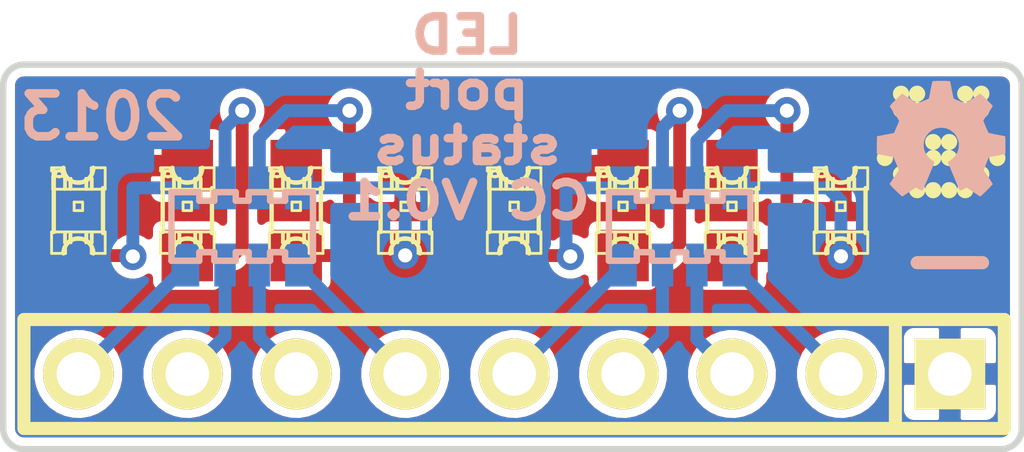
<source format=kicad_pcb>
(kicad_pcb (version 3) (host pcbnew "(2013-07-01 BZR 4235)-testing")

  (general
    (links 24)
    (no_connects 0)
    (area 79.31 84.07974 103.404433 93.267601)
    (thickness 1.6)
    (drawings 12)
    (tracks 67)
    (zones 0)
    (modules 13)
    (nets 18)
  )

  (page A4)
  (title_block
    (title "LED_port-status CC")
    (date "03 Jul 2013")
    (rev 0.1)
    (company "2013 - blog.spitzenpfeil.org")
  )

  (layers
    (15 Front signal)
    (0 Back signal)
    (18 B.Paste user)
    (19 F.Paste user)
    (20 B.SilkS user)
    (21 F.SilkS user)
    (22 B.Mask user)
    (23 F.Mask user)
    (28 Edge.Cuts user)
  )

  (setup
    (last_trace_width 0.3)
    (user_trace_width 0.254)
    (trace_clearance 0.2)
    (zone_clearance 0.2)
    (zone_45_only no)
    (trace_min 0.254)
    (segment_width 0.2)
    (edge_width 0.15)
    (via_size 0.635)
    (via_drill 0.3302)
    (via_min_size 0.635)
    (via_min_drill 0.3302)
    (uvia_size 0.508)
    (uvia_drill 0.127)
    (uvias_allowed no)
    (uvia_min_size 0.508)
    (uvia_min_drill 0.127)
    (pcb_text_width 0.3)
    (pcb_text_size 1 1)
    (mod_edge_width 0.15)
    (mod_text_size 0.8 0.8)
    (mod_text_width 0.2)
    (pad_size 0.65 1)
    (pad_drill 0)
    (pad_to_mask_clearance 0)
    (pad_to_paste_clearance_ratio -0.1)
    (aux_axis_origin 0 0)
    (visible_elements FFFFFF7F)
    (pcbplotparams
      (layerselection 284983297)
      (usegerberextensions true)
      (excludeedgelayer true)
      (linewidth 0.150000)
      (plotframeref false)
      (viasonmask false)
      (mode 1)
      (useauxorigin false)
      (hpglpennumber 1)
      (hpglpenspeed 20)
      (hpglpendiameter 15)
      (hpglpenoverlay 2)
      (psnegative false)
      (psa4output false)
      (plotreference true)
      (plotvalue true)
      (plotothertext true)
      (plotinvisibletext false)
      (padsonsilk false)
      (subtractmaskfromsilk true)
      (outputformat 1)
      (mirror false)
      (drillshape 0)
      (scaleselection 1)
      (outputdirectory gerber_files/))
  )

  (net 0 "")
  (net 1 N-000001)
  (net 2 N-0000010)
  (net 3 N-0000011)
  (net 4 N-0000012)
  (net 5 N-0000013)
  (net 6 N-0000014)
  (net 7 N-0000015)
  (net 8 N-0000016)
  (net 9 N-0000017)
  (net 10 N-000002)
  (net 11 N-000003)
  (net 12 N-000004)
  (net 13 N-000005)
  (net 14 N-000006)
  (net 15 N-000007)
  (net 16 N-000008)
  (net 17 N-000009)

  (net_class Default "This is the default net class."
    (clearance 0.2)
    (trace_width 0.3)
    (via_dia 0.635)
    (via_drill 0.3302)
    (uvia_dia 0.508)
    (uvia_drill 0.127)
    (add_net "")
    (add_net N-000001)
    (add_net N-0000010)
    (add_net N-0000011)
    (add_net N-0000012)
    (add_net N-0000013)
    (add_net N-0000014)
    (add_net N-0000015)
    (add_net N-0000016)
    (add_net N-0000017)
    (add_net N-000002)
    (add_net N-000003)
    (add_net N-000004)
    (add_net N-000005)
    (add_net N-000006)
    (add_net N-000007)
    (add_net N-000008)
    (add_net N-000009)
  )

  (module MADW__1206*4_resistor_array (layer Back) (tedit 51D324D7) (tstamp 5120CE32)
    (at 85.1 88 180)
    (path /5120CCDC)
    (clearance 0.3)
    (fp_text reference RP1 (at 0 2.5 180) (layer B.SilkS) hide
      (effects (font (size 0.8 0.8) (thickness 0.2)) (justify mirror))
    )
    (fp_text value 1k (at 0 -2.6 180) (layer B.SilkS) hide
      (effects (font (size 0.8 0.8) (thickness 0.2)) (justify mirror))
    )
    (fp_line (start 1 -0.8) (end 1.65 -0.8) (layer B.SilkS) (width 0.15))
    (fp_line (start 0.15 -0.8) (end 0.65 -0.8) (layer B.SilkS) (width 0.15))
    (fp_line (start -0.65 -0.8) (end -0.15 -0.8) (layer B.SilkS) (width 0.15))
    (fp_line (start -1.65 -0.8) (end -1 -0.8) (layer B.SilkS) (width 0.15))
    (fp_line (start 1 0.8) (end 1.65 0.8) (layer B.SilkS) (width 0.15))
    (fp_line (start 0.15 0.8) (end 0.65 0.8) (layer B.SilkS) (width 0.15))
    (fp_line (start -0.65 0.8) (end -0.15 0.8) (layer B.SilkS) (width 0.15))
    (fp_line (start -1.65 0.8) (end -1 0.8) (layer B.SilkS) (width 0.15))
    (fp_line (start 0.65 -0.8) (end 0.65 -0.6) (layer B.SilkS) (width 0.15))
    (fp_line (start 0.65 -0.6) (end 1 -0.6) (layer B.SilkS) (width 0.15))
    (fp_line (start 1 -0.6) (end 1 -0.8) (layer B.SilkS) (width 0.15))
    (fp_line (start -0.15 -0.8) (end -0.15 -0.6) (layer B.SilkS) (width 0.15))
    (fp_line (start -0.15 -0.6) (end 0.15 -0.6) (layer B.SilkS) (width 0.15))
    (fp_line (start 0.15 -0.6) (end 0.15 -0.8) (layer B.SilkS) (width 0.15))
    (fp_line (start -1 -0.8) (end -1 -0.6) (layer B.SilkS) (width 0.15))
    (fp_line (start -1 -0.6) (end -0.65 -0.6) (layer B.SilkS) (width 0.15))
    (fp_line (start -0.65 -0.6) (end -0.65 -0.8) (layer B.SilkS) (width 0.15))
    (fp_line (start 0.65 0.8) (end 0.65 0.6) (layer B.SilkS) (width 0.15))
    (fp_line (start 0.65 0.6) (end 1 0.6) (layer B.SilkS) (width 0.15))
    (fp_line (start 1 0.6) (end 1 0.8) (layer B.SilkS) (width 0.15))
    (fp_line (start -0.15 0.8) (end -0.15 0.6) (layer B.SilkS) (width 0.15))
    (fp_line (start -0.15 0.6) (end 0.15 0.6) (layer B.SilkS) (width 0.15))
    (fp_line (start 0.15 0.6) (end 0.15 0.8) (layer B.SilkS) (width 0.15))
    (fp_line (start -1 0.8) (end -1 0.6) (layer B.SilkS) (width 0.15))
    (fp_line (start -1 0.6) (end -0.65 0.6) (layer B.SilkS) (width 0.15))
    (fp_line (start -0.65 0.6) (end -0.65 0.8) (layer B.SilkS) (width 0.15))
    (fp_line (start 1.65 0.8) (end 1.65 -0.8) (layer B.SilkS) (width 0.15))
    (fp_line (start -1.65 -0.8) (end -1.65 0.8) (layer B.SilkS) (width 0.15))
    (pad 8 smd rect (at -1.325 0.9 180) (size 0.65 1)
      (layers Back B.Paste B.Mask)
      (net 5 N-0000013)
    )
    (pad 7 smd rect (at -0.4 0.9 180) (size 0.5 1)
      (layers Back B.Paste B.Mask)
      (net 8 N-0000016)
    )
    (pad 6 smd rect (at 0.4 0.9 180) (size 0.5 1)
      (layers Back B.Paste B.Mask)
      (net 6 N-0000014)
    )
    (pad 5 smd rect (at 1.325 0.9 180) (size 0.65 1)
      (layers Back B.Paste B.Mask)
      (net 17 N-000009)
    )
    (pad 1 smd rect (at -1.325 -0.9 180) (size 0.65 1)
      (layers Back B.Paste B.Mask)
      (net 12 N-000004)
    )
    (pad 2 smd rect (at -0.4 -0.9 180) (size 0.5 1)
      (layers Back B.Paste B.Mask)
      (net 11 N-000003)
    )
    (pad 3 smd rect (at 0.4 -0.9 180) (size 0.5 1)
      (layers Back B.Paste B.Mask)
      (net 10 N-000002)
    )
    (pad 4 smd rect (at 1.325 -0.9 180) (size 0.65 1)
      (layers Back B.Paste B.Mask)
      (net 1 N-000001)
    )
  )

  (module MADW__1206*4_resistor_array (layer Back) (tedit 51D32452) (tstamp 5120D39C)
    (at 95.3 88 180)
    (path /5120CD13)
    (clearance 0.3)
    (fp_text reference RP2 (at 0 2.5 180) (layer B.SilkS) hide
      (effects (font (size 0.8 0.8) (thickness 0.2)) (justify mirror))
    )
    (fp_text value 1k (at 0 -2.6 180) (layer B.SilkS) hide
      (effects (font (size 0.8 0.8) (thickness 0.2)) (justify mirror))
    )
    (fp_line (start 1 -0.8) (end 1.65 -0.8) (layer B.SilkS) (width 0.15))
    (fp_line (start 0.15 -0.8) (end 0.65 -0.8) (layer B.SilkS) (width 0.15))
    (fp_line (start -0.65 -0.8) (end -0.15 -0.8) (layer B.SilkS) (width 0.15))
    (fp_line (start -1.65 -0.8) (end -1 -0.8) (layer B.SilkS) (width 0.15))
    (fp_line (start 1 0.8) (end 1.65 0.8) (layer B.SilkS) (width 0.15))
    (fp_line (start 0.15 0.8) (end 0.65 0.8) (layer B.SilkS) (width 0.15))
    (fp_line (start -0.65 0.8) (end -0.15 0.8) (layer B.SilkS) (width 0.15))
    (fp_line (start -1.65 0.8) (end -1 0.8) (layer B.SilkS) (width 0.15))
    (fp_line (start 0.65 -0.8) (end 0.65 -0.6) (layer B.SilkS) (width 0.15))
    (fp_line (start 0.65 -0.6) (end 1 -0.6) (layer B.SilkS) (width 0.15))
    (fp_line (start 1 -0.6) (end 1 -0.8) (layer B.SilkS) (width 0.15))
    (fp_line (start -0.15 -0.8) (end -0.15 -0.6) (layer B.SilkS) (width 0.15))
    (fp_line (start -0.15 -0.6) (end 0.15 -0.6) (layer B.SilkS) (width 0.15))
    (fp_line (start 0.15 -0.6) (end 0.15 -0.8) (layer B.SilkS) (width 0.15))
    (fp_line (start -1 -0.8) (end -1 -0.6) (layer B.SilkS) (width 0.15))
    (fp_line (start -1 -0.6) (end -0.65 -0.6) (layer B.SilkS) (width 0.15))
    (fp_line (start -0.65 -0.6) (end -0.65 -0.8) (layer B.SilkS) (width 0.15))
    (fp_line (start 0.65 0.8) (end 0.65 0.6) (layer B.SilkS) (width 0.15))
    (fp_line (start 0.65 0.6) (end 1 0.6) (layer B.SilkS) (width 0.15))
    (fp_line (start 1 0.6) (end 1 0.8) (layer B.SilkS) (width 0.15))
    (fp_line (start -0.15 0.8) (end -0.15 0.6) (layer B.SilkS) (width 0.15))
    (fp_line (start -0.15 0.6) (end 0.15 0.6) (layer B.SilkS) (width 0.15))
    (fp_line (start 0.15 0.6) (end 0.15 0.8) (layer B.SilkS) (width 0.15))
    (fp_line (start -1 0.8) (end -1 0.6) (layer B.SilkS) (width 0.15))
    (fp_line (start -1 0.6) (end -0.65 0.6) (layer B.SilkS) (width 0.15))
    (fp_line (start -0.65 0.6) (end -0.65 0.8) (layer B.SilkS) (width 0.15))
    (fp_line (start 1.65 0.8) (end 1.65 -0.8) (layer B.SilkS) (width 0.15))
    (fp_line (start -1.65 -0.8) (end -1.65 0.8) (layer B.SilkS) (width 0.15))
    (pad 8 smd rect (at -1.325 0.9 180) (size 0.65 1)
      (layers Back B.Paste B.Mask)
      (net 3 N-0000011)
    )
    (pad 7 smd rect (at -0.4 0.9 180) (size 0.5 1)
      (layers Back B.Paste B.Mask)
      (net 7 N-0000015)
    )
    (pad 6 smd rect (at 0.4 0.9 180) (size 0.5 1)
      (layers Back B.Paste B.Mask)
      (net 2 N-0000010)
    )
    (pad 5 smd rect (at 1.325 0.9 180) (size 0.65 1)
      (layers Back B.Paste B.Mask)
      (net 4 N-0000012)
    )
    (pad 1 smd rect (at -1.325 -0.9 180) (size 0.65 1)
      (layers Back B.Paste B.Mask)
      (net 16 N-000008)
    )
    (pad 2 smd rect (at -0.4 -0.9 180) (size 0.5 1)
      (layers Back B.Paste B.Mask)
      (net 15 N-000007)
    )
    (pad 3 smd rect (at 0.4 -0.9 180) (size 0.5 1)
      (layers Back B.Paste B.Mask)
      (net 14 N-000006)
    )
    (pad 4 smd rect (at 1.325 -0.9 180) (size 0.65 1)
      (layers Back B.Paste B.Mask)
      (net 13 N-000005)
    )
  )

  (module SIL-9 (layer Front) (tedit 5119141C) (tstamp 50C627EA)
    (at 91.44 91.44 180)
    (descr "Connecteur 9 pins")
    (tags "CONN DEV")
    (path /50C62311)
    (fp_text reference P1 (at -7.62 2.54 180) (layer F.SilkS) hide
      (effects (font (size 0.8 0.8) (thickness 0.2)))
    )
    (fp_text value CONN_9 (at 2.54 2.54 180) (layer F.SilkS) hide
      (effects (font (size 0.8 0.8) (thickness 0.2)))
    )
    (fp_line (start 11.43 -1.27) (end 11.43 1.27) (layer F.SilkS) (width 0.3048))
    (fp_line (start 11.43 1.27) (end -11.43 1.27) (layer F.SilkS) (width 0.3048))
    (fp_line (start -11.43 1.27) (end -11.43 -1.27) (layer F.SilkS) (width 0.3048))
    (fp_line (start 11.43 -1.27) (end -11.43 -1.27) (layer F.SilkS) (width 0.3048))
    (fp_line (start -8.89 -1.27) (end -8.89 1.27) (layer F.SilkS) (width 0.3048))
    (pad 1 thru_hole rect (at -10.16 0 180) (size 1.65 1.65) (drill 1.016)
      (layers *.Cu *.Mask F.SilkS)
      (net 9 N-0000017)
    )
    (pad 2 thru_hole circle (at -7.62 0 180) (size 1.65 1.65) (drill 1.016)
      (layers *.Cu *.Mask F.SilkS)
      (net 16 N-000008)
    )
    (pad 3 thru_hole circle (at -5.08 0 180) (size 1.65 1.65) (drill 1.016)
      (layers *.Cu *.Mask F.SilkS)
      (net 15 N-000007)
    )
    (pad 4 thru_hole circle (at -2.54 0 180) (size 1.65 1.65) (drill 1.016)
      (layers *.Cu *.Mask F.SilkS)
      (net 14 N-000006)
    )
    (pad 5 thru_hole circle (at 0 0 180) (size 1.65 1.65) (drill 1.016)
      (layers *.Cu *.Mask F.SilkS)
      (net 13 N-000005)
    )
    (pad 6 thru_hole circle (at 2.54 0 180) (size 1.65 1.65) (drill 1.016)
      (layers *.Cu *.Mask F.SilkS)
      (net 12 N-000004)
    )
    (pad 7 thru_hole circle (at 5.08 0 180) (size 1.65 1.65) (drill 1.016)
      (layers *.Cu *.Mask F.SilkS)
      (net 11 N-000003)
    )
    (pad 8 thru_hole circle (at 7.62 0 180) (size 1.65 1.65) (drill 1.016)
      (layers *.Cu *.Mask F.SilkS)
      (net 10 N-000002)
    )
    (pad 9 thru_hole circle (at 10.16 0 180) (size 1.65 1.65) (drill 1.016)
      (layers *.Cu *.Mask F.SilkS)
      (net 1 N-000001)
    )
  )

  (module LED-0805 (layer Front) (tedit 50C63A7E) (tstamp 50C63839)
    (at 81.28 87.63 90)
    (descr "LED 0805 smd package")
    (tags "LED 0805 SMD")
    (path /50C62534)
    (attr smd)
    (fp_text reference D1 (at 0 -1.27 90) (layer F.SilkS) hide
      (effects (font (size 0.8 0.8) (thickness 0.2)))
    )
    (fp_text value LED (at 0 1.27 90) (layer F.SilkS) hide
      (effects (font (size 0.8 0.8) (thickness 0.2)))
    )
    (fp_line (start 0.49784 0.29972) (end 0.49784 0.62484) (layer F.SilkS) (width 0.06604))
    (fp_line (start 0.49784 0.62484) (end 0.99822 0.62484) (layer F.SilkS) (width 0.06604))
    (fp_line (start 0.99822 0.29972) (end 0.99822 0.62484) (layer F.SilkS) (width 0.06604))
    (fp_line (start 0.49784 0.29972) (end 0.99822 0.29972) (layer F.SilkS) (width 0.06604))
    (fp_line (start 0.49784 -0.32258) (end 0.49784 -0.17272) (layer F.SilkS) (width 0.06604))
    (fp_line (start 0.49784 -0.17272) (end 0.7493 -0.17272) (layer F.SilkS) (width 0.06604))
    (fp_line (start 0.7493 -0.32258) (end 0.7493 -0.17272) (layer F.SilkS) (width 0.06604))
    (fp_line (start 0.49784 -0.32258) (end 0.7493 -0.32258) (layer F.SilkS) (width 0.06604))
    (fp_line (start 0.49784 0.17272) (end 0.49784 0.32258) (layer F.SilkS) (width 0.06604))
    (fp_line (start 0.49784 0.32258) (end 0.7493 0.32258) (layer F.SilkS) (width 0.06604))
    (fp_line (start 0.7493 0.17272) (end 0.7493 0.32258) (layer F.SilkS) (width 0.06604))
    (fp_line (start 0.49784 0.17272) (end 0.7493 0.17272) (layer F.SilkS) (width 0.06604))
    (fp_line (start 0.49784 -0.19812) (end 0.49784 0.19812) (layer F.SilkS) (width 0.06604))
    (fp_line (start 0.49784 0.19812) (end 0.6731 0.19812) (layer F.SilkS) (width 0.06604))
    (fp_line (start 0.6731 -0.19812) (end 0.6731 0.19812) (layer F.SilkS) (width 0.06604))
    (fp_line (start 0.49784 -0.19812) (end 0.6731 -0.19812) (layer F.SilkS) (width 0.06604))
    (fp_line (start -0.99822 0.29972) (end -0.99822 0.62484) (layer F.SilkS) (width 0.06604))
    (fp_line (start -0.99822 0.62484) (end -0.49784 0.62484) (layer F.SilkS) (width 0.06604))
    (fp_line (start -0.49784 0.29972) (end -0.49784 0.62484) (layer F.SilkS) (width 0.06604))
    (fp_line (start -0.99822 0.29972) (end -0.49784 0.29972) (layer F.SilkS) (width 0.06604))
    (fp_line (start -0.99822 -0.62484) (end -0.99822 -0.29972) (layer F.SilkS) (width 0.06604))
    (fp_line (start -0.99822 -0.29972) (end -0.49784 -0.29972) (layer F.SilkS) (width 0.06604))
    (fp_line (start -0.49784 -0.62484) (end -0.49784 -0.29972) (layer F.SilkS) (width 0.06604))
    (fp_line (start -0.99822 -0.62484) (end -0.49784 -0.62484) (layer F.SilkS) (width 0.06604))
    (fp_line (start -0.7493 0.17272) (end -0.7493 0.32258) (layer F.SilkS) (width 0.06604))
    (fp_line (start -0.7493 0.32258) (end -0.49784 0.32258) (layer F.SilkS) (width 0.06604))
    (fp_line (start -0.49784 0.17272) (end -0.49784 0.32258) (layer F.SilkS) (width 0.06604))
    (fp_line (start -0.7493 0.17272) (end -0.49784 0.17272) (layer F.SilkS) (width 0.06604))
    (fp_line (start -0.7493 -0.32258) (end -0.7493 -0.17272) (layer F.SilkS) (width 0.06604))
    (fp_line (start -0.7493 -0.17272) (end -0.49784 -0.17272) (layer F.SilkS) (width 0.06604))
    (fp_line (start -0.49784 -0.32258) (end -0.49784 -0.17272) (layer F.SilkS) (width 0.06604))
    (fp_line (start -0.7493 -0.32258) (end -0.49784 -0.32258) (layer F.SilkS) (width 0.06604))
    (fp_line (start -0.6731 -0.19812) (end -0.6731 0.19812) (layer F.SilkS) (width 0.06604))
    (fp_line (start -0.6731 0.19812) (end -0.49784 0.19812) (layer F.SilkS) (width 0.06604))
    (fp_line (start -0.49784 -0.19812) (end -0.49784 0.19812) (layer F.SilkS) (width 0.06604))
    (fp_line (start -0.6731 -0.19812) (end -0.49784 -0.19812) (layer F.SilkS) (width 0.06604))
    (fp_line (start 0 -0.09906) (end 0 0.09906) (layer F.SilkS) (width 0.06604))
    (fp_line (start 0 0.09906) (end 0.19812 0.09906) (layer F.SilkS) (width 0.06604))
    (fp_line (start 0.19812 -0.09906) (end 0.19812 0.09906) (layer F.SilkS) (width 0.06604))
    (fp_line (start 0 -0.09906) (end 0.19812 -0.09906) (layer F.SilkS) (width 0.06604))
    (fp_line (start 0.49784 -0.59944) (end 0.49784 -0.29972) (layer F.SilkS) (width 0.06604))
    (fp_line (start 0.49784 -0.29972) (end 0.79756 -0.29972) (layer F.SilkS) (width 0.06604))
    (fp_line (start 0.79756 -0.59944) (end 0.79756 -0.29972) (layer F.SilkS) (width 0.06604))
    (fp_line (start 0.49784 -0.59944) (end 0.79756 -0.59944) (layer F.SilkS) (width 0.06604))
    (fp_line (start 0.92456 -0.62484) (end 0.92456 -0.39878) (layer F.SilkS) (width 0.06604))
    (fp_line (start 0.92456 -0.39878) (end 0.99822 -0.39878) (layer F.SilkS) (width 0.06604))
    (fp_line (start 0.99822 -0.62484) (end 0.99822 -0.39878) (layer F.SilkS) (width 0.06604))
    (fp_line (start 0.92456 -0.62484) (end 0.99822 -0.62484) (layer F.SilkS) (width 0.06604))
    (fp_line (start 0.52324 0.57404) (end -0.52324 0.57404) (layer F.SilkS) (width 0.1016))
    (fp_line (start -0.49784 -0.57404) (end 0.92456 -0.57404) (layer F.SilkS) (width 0.1016))
    (fp_circle (center 0.84836 -0.44958) (end 0.89916 -0.50038) (layer F.SilkS) (width 0.0508))
    (fp_arc (start 0.99822 0) (end 0.99822 0.34798) (angle 180) (layer F.SilkS) (width 0.1016))
    (fp_arc (start -0.99822 0) (end -0.99822 -0.34798) (angle 180) (layer F.SilkS) (width 0.1016))
    (pad 1 smd rect (at -1.04902 0 90) (size 1.19888 1.19888)
      (layers Front F.Paste F.Mask)
      (net 17 N-000009)
    )
    (pad 2 smd rect (at 1.04902 0 90) (size 1.19888 1.19888)
      (layers Front F.Paste F.Mask)
      (net 9 N-0000017)
    )
  )

  (module LED-0805 (layer Front) (tedit 50C63AA4) (tstamp 50C6381D)
    (at 96.52 87.63 90)
    (descr "LED 0805 smd package")
    (tags "LED 0805 SMD")
    (path /50C625A2)
    (attr smd)
    (fp_text reference D7 (at 0 -1.27 90) (layer F.SilkS) hide
      (effects (font (size 0.8 0.8) (thickness 0.2)))
    )
    (fp_text value LED (at 0 1.27 90) (layer F.SilkS) hide
      (effects (font (size 0.8 0.8) (thickness 0.2)))
    )
    (fp_line (start 0.49784 0.29972) (end 0.49784 0.62484) (layer F.SilkS) (width 0.06604))
    (fp_line (start 0.49784 0.62484) (end 0.99822 0.62484) (layer F.SilkS) (width 0.06604))
    (fp_line (start 0.99822 0.29972) (end 0.99822 0.62484) (layer F.SilkS) (width 0.06604))
    (fp_line (start 0.49784 0.29972) (end 0.99822 0.29972) (layer F.SilkS) (width 0.06604))
    (fp_line (start 0.49784 -0.32258) (end 0.49784 -0.17272) (layer F.SilkS) (width 0.06604))
    (fp_line (start 0.49784 -0.17272) (end 0.7493 -0.17272) (layer F.SilkS) (width 0.06604))
    (fp_line (start 0.7493 -0.32258) (end 0.7493 -0.17272) (layer F.SilkS) (width 0.06604))
    (fp_line (start 0.49784 -0.32258) (end 0.7493 -0.32258) (layer F.SilkS) (width 0.06604))
    (fp_line (start 0.49784 0.17272) (end 0.49784 0.32258) (layer F.SilkS) (width 0.06604))
    (fp_line (start 0.49784 0.32258) (end 0.7493 0.32258) (layer F.SilkS) (width 0.06604))
    (fp_line (start 0.7493 0.17272) (end 0.7493 0.32258) (layer F.SilkS) (width 0.06604))
    (fp_line (start 0.49784 0.17272) (end 0.7493 0.17272) (layer F.SilkS) (width 0.06604))
    (fp_line (start 0.49784 -0.19812) (end 0.49784 0.19812) (layer F.SilkS) (width 0.06604))
    (fp_line (start 0.49784 0.19812) (end 0.6731 0.19812) (layer F.SilkS) (width 0.06604))
    (fp_line (start 0.6731 -0.19812) (end 0.6731 0.19812) (layer F.SilkS) (width 0.06604))
    (fp_line (start 0.49784 -0.19812) (end 0.6731 -0.19812) (layer F.SilkS) (width 0.06604))
    (fp_line (start -0.99822 0.29972) (end -0.99822 0.62484) (layer F.SilkS) (width 0.06604))
    (fp_line (start -0.99822 0.62484) (end -0.49784 0.62484) (layer F.SilkS) (width 0.06604))
    (fp_line (start -0.49784 0.29972) (end -0.49784 0.62484) (layer F.SilkS) (width 0.06604))
    (fp_line (start -0.99822 0.29972) (end -0.49784 0.29972) (layer F.SilkS) (width 0.06604))
    (fp_line (start -0.99822 -0.62484) (end -0.99822 -0.29972) (layer F.SilkS) (width 0.06604))
    (fp_line (start -0.99822 -0.29972) (end -0.49784 -0.29972) (layer F.SilkS) (width 0.06604))
    (fp_line (start -0.49784 -0.62484) (end -0.49784 -0.29972) (layer F.SilkS) (width 0.06604))
    (fp_line (start -0.99822 -0.62484) (end -0.49784 -0.62484) (layer F.SilkS) (width 0.06604))
    (fp_line (start -0.7493 0.17272) (end -0.7493 0.32258) (layer F.SilkS) (width 0.06604))
    (fp_line (start -0.7493 0.32258) (end -0.49784 0.32258) (layer F.SilkS) (width 0.06604))
    (fp_line (start -0.49784 0.17272) (end -0.49784 0.32258) (layer F.SilkS) (width 0.06604))
    (fp_line (start -0.7493 0.17272) (end -0.49784 0.17272) (layer F.SilkS) (width 0.06604))
    (fp_line (start -0.7493 -0.32258) (end -0.7493 -0.17272) (layer F.SilkS) (width 0.06604))
    (fp_line (start -0.7493 -0.17272) (end -0.49784 -0.17272) (layer F.SilkS) (width 0.06604))
    (fp_line (start -0.49784 -0.32258) (end -0.49784 -0.17272) (layer F.SilkS) (width 0.06604))
    (fp_line (start -0.7493 -0.32258) (end -0.49784 -0.32258) (layer F.SilkS) (width 0.06604))
    (fp_line (start -0.6731 -0.19812) (end -0.6731 0.19812) (layer F.SilkS) (width 0.06604))
    (fp_line (start -0.6731 0.19812) (end -0.49784 0.19812) (layer F.SilkS) (width 0.06604))
    (fp_line (start -0.49784 -0.19812) (end -0.49784 0.19812) (layer F.SilkS) (width 0.06604))
    (fp_line (start -0.6731 -0.19812) (end -0.49784 -0.19812) (layer F.SilkS) (width 0.06604))
    (fp_line (start 0 -0.09906) (end 0 0.09906) (layer F.SilkS) (width 0.06604))
    (fp_line (start 0 0.09906) (end 0.19812 0.09906) (layer F.SilkS) (width 0.06604))
    (fp_line (start 0.19812 -0.09906) (end 0.19812 0.09906) (layer F.SilkS) (width 0.06604))
    (fp_line (start 0 -0.09906) (end 0.19812 -0.09906) (layer F.SilkS) (width 0.06604))
    (fp_line (start 0.49784 -0.59944) (end 0.49784 -0.29972) (layer F.SilkS) (width 0.06604))
    (fp_line (start 0.49784 -0.29972) (end 0.79756 -0.29972) (layer F.SilkS) (width 0.06604))
    (fp_line (start 0.79756 -0.59944) (end 0.79756 -0.29972) (layer F.SilkS) (width 0.06604))
    (fp_line (start 0.49784 -0.59944) (end 0.79756 -0.59944) (layer F.SilkS) (width 0.06604))
    (fp_line (start 0.92456 -0.62484) (end 0.92456 -0.39878) (layer F.SilkS) (width 0.06604))
    (fp_line (start 0.92456 -0.39878) (end 0.99822 -0.39878) (layer F.SilkS) (width 0.06604))
    (fp_line (start 0.99822 -0.62484) (end 0.99822 -0.39878) (layer F.SilkS) (width 0.06604))
    (fp_line (start 0.92456 -0.62484) (end 0.99822 -0.62484) (layer F.SilkS) (width 0.06604))
    (fp_line (start 0.52324 0.57404) (end -0.52324 0.57404) (layer F.SilkS) (width 0.1016))
    (fp_line (start -0.49784 -0.57404) (end 0.92456 -0.57404) (layer F.SilkS) (width 0.1016))
    (fp_circle (center 0.84836 -0.44958) (end 0.89916 -0.50038) (layer F.SilkS) (width 0.0508))
    (fp_arc (start 0.99822 0) (end 0.99822 0.34798) (angle 180) (layer F.SilkS) (width 0.1016))
    (fp_arc (start -0.99822 0) (end -0.99822 -0.34798) (angle 180) (layer F.SilkS) (width 0.1016))
    (pad 1 smd rect (at -1.04902 0 90) (size 1.19888 1.19888)
      (layers Front F.Paste F.Mask)
      (net 7 N-0000015)
    )
    (pad 2 smd rect (at 1.04902 0 90) (size 1.19888 1.19888)
      (layers Front F.Paste F.Mask)
      (net 9 N-0000017)
    )
  )

  (module LED-0805 (layer Front) (tedit 50C63A83) (tstamp 50C63801)
    (at 83.82 87.63 90)
    (descr "LED 0805 smd package")
    (tags "LED 0805 SMD")
    (path /50C6254D)
    (attr smd)
    (fp_text reference D2 (at 0 -1.27 90) (layer F.SilkS) hide
      (effects (font (size 0.8 0.8) (thickness 0.2)))
    )
    (fp_text value LED (at 0 1.27 90) (layer F.SilkS) hide
      (effects (font (size 0.8 0.8) (thickness 0.2)))
    )
    (fp_line (start 0.49784 0.29972) (end 0.49784 0.62484) (layer F.SilkS) (width 0.06604))
    (fp_line (start 0.49784 0.62484) (end 0.99822 0.62484) (layer F.SilkS) (width 0.06604))
    (fp_line (start 0.99822 0.29972) (end 0.99822 0.62484) (layer F.SilkS) (width 0.06604))
    (fp_line (start 0.49784 0.29972) (end 0.99822 0.29972) (layer F.SilkS) (width 0.06604))
    (fp_line (start 0.49784 -0.32258) (end 0.49784 -0.17272) (layer F.SilkS) (width 0.06604))
    (fp_line (start 0.49784 -0.17272) (end 0.7493 -0.17272) (layer F.SilkS) (width 0.06604))
    (fp_line (start 0.7493 -0.32258) (end 0.7493 -0.17272) (layer F.SilkS) (width 0.06604))
    (fp_line (start 0.49784 -0.32258) (end 0.7493 -0.32258) (layer F.SilkS) (width 0.06604))
    (fp_line (start 0.49784 0.17272) (end 0.49784 0.32258) (layer F.SilkS) (width 0.06604))
    (fp_line (start 0.49784 0.32258) (end 0.7493 0.32258) (layer F.SilkS) (width 0.06604))
    (fp_line (start 0.7493 0.17272) (end 0.7493 0.32258) (layer F.SilkS) (width 0.06604))
    (fp_line (start 0.49784 0.17272) (end 0.7493 0.17272) (layer F.SilkS) (width 0.06604))
    (fp_line (start 0.49784 -0.19812) (end 0.49784 0.19812) (layer F.SilkS) (width 0.06604))
    (fp_line (start 0.49784 0.19812) (end 0.6731 0.19812) (layer F.SilkS) (width 0.06604))
    (fp_line (start 0.6731 -0.19812) (end 0.6731 0.19812) (layer F.SilkS) (width 0.06604))
    (fp_line (start 0.49784 -0.19812) (end 0.6731 -0.19812) (layer F.SilkS) (width 0.06604))
    (fp_line (start -0.99822 0.29972) (end -0.99822 0.62484) (layer F.SilkS) (width 0.06604))
    (fp_line (start -0.99822 0.62484) (end -0.49784 0.62484) (layer F.SilkS) (width 0.06604))
    (fp_line (start -0.49784 0.29972) (end -0.49784 0.62484) (layer F.SilkS) (width 0.06604))
    (fp_line (start -0.99822 0.29972) (end -0.49784 0.29972) (layer F.SilkS) (width 0.06604))
    (fp_line (start -0.99822 -0.62484) (end -0.99822 -0.29972) (layer F.SilkS) (width 0.06604))
    (fp_line (start -0.99822 -0.29972) (end -0.49784 -0.29972) (layer F.SilkS) (width 0.06604))
    (fp_line (start -0.49784 -0.62484) (end -0.49784 -0.29972) (layer F.SilkS) (width 0.06604))
    (fp_line (start -0.99822 -0.62484) (end -0.49784 -0.62484) (layer F.SilkS) (width 0.06604))
    (fp_line (start -0.7493 0.17272) (end -0.7493 0.32258) (layer F.SilkS) (width 0.06604))
    (fp_line (start -0.7493 0.32258) (end -0.49784 0.32258) (layer F.SilkS) (width 0.06604))
    (fp_line (start -0.49784 0.17272) (end -0.49784 0.32258) (layer F.SilkS) (width 0.06604))
    (fp_line (start -0.7493 0.17272) (end -0.49784 0.17272) (layer F.SilkS) (width 0.06604))
    (fp_line (start -0.7493 -0.32258) (end -0.7493 -0.17272) (layer F.SilkS) (width 0.06604))
    (fp_line (start -0.7493 -0.17272) (end -0.49784 -0.17272) (layer F.SilkS) (width 0.06604))
    (fp_line (start -0.49784 -0.32258) (end -0.49784 -0.17272) (layer F.SilkS) (width 0.06604))
    (fp_line (start -0.7493 -0.32258) (end -0.49784 -0.32258) (layer F.SilkS) (width 0.06604))
    (fp_line (start -0.6731 -0.19812) (end -0.6731 0.19812) (layer F.SilkS) (width 0.06604))
    (fp_line (start -0.6731 0.19812) (end -0.49784 0.19812) (layer F.SilkS) (width 0.06604))
    (fp_line (start -0.49784 -0.19812) (end -0.49784 0.19812) (layer F.SilkS) (width 0.06604))
    (fp_line (start -0.6731 -0.19812) (end -0.49784 -0.19812) (layer F.SilkS) (width 0.06604))
    (fp_line (start 0 -0.09906) (end 0 0.09906) (layer F.SilkS) (width 0.06604))
    (fp_line (start 0 0.09906) (end 0.19812 0.09906) (layer F.SilkS) (width 0.06604))
    (fp_line (start 0.19812 -0.09906) (end 0.19812 0.09906) (layer F.SilkS) (width 0.06604))
    (fp_line (start 0 -0.09906) (end 0.19812 -0.09906) (layer F.SilkS) (width 0.06604))
    (fp_line (start 0.49784 -0.59944) (end 0.49784 -0.29972) (layer F.SilkS) (width 0.06604))
    (fp_line (start 0.49784 -0.29972) (end 0.79756 -0.29972) (layer F.SilkS) (width 0.06604))
    (fp_line (start 0.79756 -0.59944) (end 0.79756 -0.29972) (layer F.SilkS) (width 0.06604))
    (fp_line (start 0.49784 -0.59944) (end 0.79756 -0.59944) (layer F.SilkS) (width 0.06604))
    (fp_line (start 0.92456 -0.62484) (end 0.92456 -0.39878) (layer F.SilkS) (width 0.06604))
    (fp_line (start 0.92456 -0.39878) (end 0.99822 -0.39878) (layer F.SilkS) (width 0.06604))
    (fp_line (start 0.99822 -0.62484) (end 0.99822 -0.39878) (layer F.SilkS) (width 0.06604))
    (fp_line (start 0.92456 -0.62484) (end 0.99822 -0.62484) (layer F.SilkS) (width 0.06604))
    (fp_line (start 0.52324 0.57404) (end -0.52324 0.57404) (layer F.SilkS) (width 0.1016))
    (fp_line (start -0.49784 -0.57404) (end 0.92456 -0.57404) (layer F.SilkS) (width 0.1016))
    (fp_circle (center 0.84836 -0.44958) (end 0.89916 -0.50038) (layer F.SilkS) (width 0.0508))
    (fp_arc (start 0.99822 0) (end 0.99822 0.34798) (angle 180) (layer F.SilkS) (width 0.1016))
    (fp_arc (start -0.99822 0) (end -0.99822 -0.34798) (angle 180) (layer F.SilkS) (width 0.1016))
    (pad 1 smd rect (at -1.04902 0 90) (size 1.19888 1.19888)
      (layers Front F.Paste F.Mask)
      (net 6 N-0000014)
    )
    (pad 2 smd rect (at 1.04902 0 90) (size 1.19888 1.19888)
      (layers Front F.Paste F.Mask)
      (net 9 N-0000017)
    )
  )

  (module LED-0805 (layer Front) (tedit 50C63A8B) (tstamp 50C637E5)
    (at 86.36 87.63 90)
    (descr "LED 0805 smd package")
    (tags "LED 0805 SMD")
    (path /50C6255C)
    (attr smd)
    (fp_text reference D3 (at 0 -1.27 90) (layer F.SilkS) hide
      (effects (font (size 0.8 0.8) (thickness 0.2)))
    )
    (fp_text value LED (at 0 1.27 90) (layer F.SilkS) hide
      (effects (font (size 0.8 0.8) (thickness 0.2)))
    )
    (fp_line (start 0.49784 0.29972) (end 0.49784 0.62484) (layer F.SilkS) (width 0.06604))
    (fp_line (start 0.49784 0.62484) (end 0.99822 0.62484) (layer F.SilkS) (width 0.06604))
    (fp_line (start 0.99822 0.29972) (end 0.99822 0.62484) (layer F.SilkS) (width 0.06604))
    (fp_line (start 0.49784 0.29972) (end 0.99822 0.29972) (layer F.SilkS) (width 0.06604))
    (fp_line (start 0.49784 -0.32258) (end 0.49784 -0.17272) (layer F.SilkS) (width 0.06604))
    (fp_line (start 0.49784 -0.17272) (end 0.7493 -0.17272) (layer F.SilkS) (width 0.06604))
    (fp_line (start 0.7493 -0.32258) (end 0.7493 -0.17272) (layer F.SilkS) (width 0.06604))
    (fp_line (start 0.49784 -0.32258) (end 0.7493 -0.32258) (layer F.SilkS) (width 0.06604))
    (fp_line (start 0.49784 0.17272) (end 0.49784 0.32258) (layer F.SilkS) (width 0.06604))
    (fp_line (start 0.49784 0.32258) (end 0.7493 0.32258) (layer F.SilkS) (width 0.06604))
    (fp_line (start 0.7493 0.17272) (end 0.7493 0.32258) (layer F.SilkS) (width 0.06604))
    (fp_line (start 0.49784 0.17272) (end 0.7493 0.17272) (layer F.SilkS) (width 0.06604))
    (fp_line (start 0.49784 -0.19812) (end 0.49784 0.19812) (layer F.SilkS) (width 0.06604))
    (fp_line (start 0.49784 0.19812) (end 0.6731 0.19812) (layer F.SilkS) (width 0.06604))
    (fp_line (start 0.6731 -0.19812) (end 0.6731 0.19812) (layer F.SilkS) (width 0.06604))
    (fp_line (start 0.49784 -0.19812) (end 0.6731 -0.19812) (layer F.SilkS) (width 0.06604))
    (fp_line (start -0.99822 0.29972) (end -0.99822 0.62484) (layer F.SilkS) (width 0.06604))
    (fp_line (start -0.99822 0.62484) (end -0.49784 0.62484) (layer F.SilkS) (width 0.06604))
    (fp_line (start -0.49784 0.29972) (end -0.49784 0.62484) (layer F.SilkS) (width 0.06604))
    (fp_line (start -0.99822 0.29972) (end -0.49784 0.29972) (layer F.SilkS) (width 0.06604))
    (fp_line (start -0.99822 -0.62484) (end -0.99822 -0.29972) (layer F.SilkS) (width 0.06604))
    (fp_line (start -0.99822 -0.29972) (end -0.49784 -0.29972) (layer F.SilkS) (width 0.06604))
    (fp_line (start -0.49784 -0.62484) (end -0.49784 -0.29972) (layer F.SilkS) (width 0.06604))
    (fp_line (start -0.99822 -0.62484) (end -0.49784 -0.62484) (layer F.SilkS) (width 0.06604))
    (fp_line (start -0.7493 0.17272) (end -0.7493 0.32258) (layer F.SilkS) (width 0.06604))
    (fp_line (start -0.7493 0.32258) (end -0.49784 0.32258) (layer F.SilkS) (width 0.06604))
    (fp_line (start -0.49784 0.17272) (end -0.49784 0.32258) (layer F.SilkS) (width 0.06604))
    (fp_line (start -0.7493 0.17272) (end -0.49784 0.17272) (layer F.SilkS) (width 0.06604))
    (fp_line (start -0.7493 -0.32258) (end -0.7493 -0.17272) (layer F.SilkS) (width 0.06604))
    (fp_line (start -0.7493 -0.17272) (end -0.49784 -0.17272) (layer F.SilkS) (width 0.06604))
    (fp_line (start -0.49784 -0.32258) (end -0.49784 -0.17272) (layer F.SilkS) (width 0.06604))
    (fp_line (start -0.7493 -0.32258) (end -0.49784 -0.32258) (layer F.SilkS) (width 0.06604))
    (fp_line (start -0.6731 -0.19812) (end -0.6731 0.19812) (layer F.SilkS) (width 0.06604))
    (fp_line (start -0.6731 0.19812) (end -0.49784 0.19812) (layer F.SilkS) (width 0.06604))
    (fp_line (start -0.49784 -0.19812) (end -0.49784 0.19812) (layer F.SilkS) (width 0.06604))
    (fp_line (start -0.6731 -0.19812) (end -0.49784 -0.19812) (layer F.SilkS) (width 0.06604))
    (fp_line (start 0 -0.09906) (end 0 0.09906) (layer F.SilkS) (width 0.06604))
    (fp_line (start 0 0.09906) (end 0.19812 0.09906) (layer F.SilkS) (width 0.06604))
    (fp_line (start 0.19812 -0.09906) (end 0.19812 0.09906) (layer F.SilkS) (width 0.06604))
    (fp_line (start 0 -0.09906) (end 0.19812 -0.09906) (layer F.SilkS) (width 0.06604))
    (fp_line (start 0.49784 -0.59944) (end 0.49784 -0.29972) (layer F.SilkS) (width 0.06604))
    (fp_line (start 0.49784 -0.29972) (end 0.79756 -0.29972) (layer F.SilkS) (width 0.06604))
    (fp_line (start 0.79756 -0.59944) (end 0.79756 -0.29972) (layer F.SilkS) (width 0.06604))
    (fp_line (start 0.49784 -0.59944) (end 0.79756 -0.59944) (layer F.SilkS) (width 0.06604))
    (fp_line (start 0.92456 -0.62484) (end 0.92456 -0.39878) (layer F.SilkS) (width 0.06604))
    (fp_line (start 0.92456 -0.39878) (end 0.99822 -0.39878) (layer F.SilkS) (width 0.06604))
    (fp_line (start 0.99822 -0.62484) (end 0.99822 -0.39878) (layer F.SilkS) (width 0.06604))
    (fp_line (start 0.92456 -0.62484) (end 0.99822 -0.62484) (layer F.SilkS) (width 0.06604))
    (fp_line (start 0.52324 0.57404) (end -0.52324 0.57404) (layer F.SilkS) (width 0.1016))
    (fp_line (start -0.49784 -0.57404) (end 0.92456 -0.57404) (layer F.SilkS) (width 0.1016))
    (fp_circle (center 0.84836 -0.44958) (end 0.89916 -0.50038) (layer F.SilkS) (width 0.0508))
    (fp_arc (start 0.99822 0) (end 0.99822 0.34798) (angle 180) (layer F.SilkS) (width 0.1016))
    (fp_arc (start -0.99822 0) (end -0.99822 -0.34798) (angle 180) (layer F.SilkS) (width 0.1016))
    (pad 1 smd rect (at -1.04902 0 90) (size 1.19888 1.19888)
      (layers Front F.Paste F.Mask)
      (net 8 N-0000016)
    )
    (pad 2 smd rect (at 1.04902 0 90) (size 1.19888 1.19888)
      (layers Front F.Paste F.Mask)
      (net 9 N-0000017)
    )
  )

  (module LED-0805 (layer Front) (tedit 50C63A91) (tstamp 50C637C9)
    (at 88.9 87.63 90)
    (descr "LED 0805 smd package")
    (tags "LED 0805 SMD")
    (path /50C6256B)
    (attr smd)
    (fp_text reference D4 (at 0 -1.27 90) (layer F.SilkS) hide
      (effects (font (size 0.8 0.8) (thickness 0.2)))
    )
    (fp_text value LED (at 0 1.27 90) (layer F.SilkS) hide
      (effects (font (size 0.8 0.8) (thickness 0.2)))
    )
    (fp_line (start 0.49784 0.29972) (end 0.49784 0.62484) (layer F.SilkS) (width 0.06604))
    (fp_line (start 0.49784 0.62484) (end 0.99822 0.62484) (layer F.SilkS) (width 0.06604))
    (fp_line (start 0.99822 0.29972) (end 0.99822 0.62484) (layer F.SilkS) (width 0.06604))
    (fp_line (start 0.49784 0.29972) (end 0.99822 0.29972) (layer F.SilkS) (width 0.06604))
    (fp_line (start 0.49784 -0.32258) (end 0.49784 -0.17272) (layer F.SilkS) (width 0.06604))
    (fp_line (start 0.49784 -0.17272) (end 0.7493 -0.17272) (layer F.SilkS) (width 0.06604))
    (fp_line (start 0.7493 -0.32258) (end 0.7493 -0.17272) (layer F.SilkS) (width 0.06604))
    (fp_line (start 0.49784 -0.32258) (end 0.7493 -0.32258) (layer F.SilkS) (width 0.06604))
    (fp_line (start 0.49784 0.17272) (end 0.49784 0.32258) (layer F.SilkS) (width 0.06604))
    (fp_line (start 0.49784 0.32258) (end 0.7493 0.32258) (layer F.SilkS) (width 0.06604))
    (fp_line (start 0.7493 0.17272) (end 0.7493 0.32258) (layer F.SilkS) (width 0.06604))
    (fp_line (start 0.49784 0.17272) (end 0.7493 0.17272) (layer F.SilkS) (width 0.06604))
    (fp_line (start 0.49784 -0.19812) (end 0.49784 0.19812) (layer F.SilkS) (width 0.06604))
    (fp_line (start 0.49784 0.19812) (end 0.6731 0.19812) (layer F.SilkS) (width 0.06604))
    (fp_line (start 0.6731 -0.19812) (end 0.6731 0.19812) (layer F.SilkS) (width 0.06604))
    (fp_line (start 0.49784 -0.19812) (end 0.6731 -0.19812) (layer F.SilkS) (width 0.06604))
    (fp_line (start -0.99822 0.29972) (end -0.99822 0.62484) (layer F.SilkS) (width 0.06604))
    (fp_line (start -0.99822 0.62484) (end -0.49784 0.62484) (layer F.SilkS) (width 0.06604))
    (fp_line (start -0.49784 0.29972) (end -0.49784 0.62484) (layer F.SilkS) (width 0.06604))
    (fp_line (start -0.99822 0.29972) (end -0.49784 0.29972) (layer F.SilkS) (width 0.06604))
    (fp_line (start -0.99822 -0.62484) (end -0.99822 -0.29972) (layer F.SilkS) (width 0.06604))
    (fp_line (start -0.99822 -0.29972) (end -0.49784 -0.29972) (layer F.SilkS) (width 0.06604))
    (fp_line (start -0.49784 -0.62484) (end -0.49784 -0.29972) (layer F.SilkS) (width 0.06604))
    (fp_line (start -0.99822 -0.62484) (end -0.49784 -0.62484) (layer F.SilkS) (width 0.06604))
    (fp_line (start -0.7493 0.17272) (end -0.7493 0.32258) (layer F.SilkS) (width 0.06604))
    (fp_line (start -0.7493 0.32258) (end -0.49784 0.32258) (layer F.SilkS) (width 0.06604))
    (fp_line (start -0.49784 0.17272) (end -0.49784 0.32258) (layer F.SilkS) (width 0.06604))
    (fp_line (start -0.7493 0.17272) (end -0.49784 0.17272) (layer F.SilkS) (width 0.06604))
    (fp_line (start -0.7493 -0.32258) (end -0.7493 -0.17272) (layer F.SilkS) (width 0.06604))
    (fp_line (start -0.7493 -0.17272) (end -0.49784 -0.17272) (layer F.SilkS) (width 0.06604))
    (fp_line (start -0.49784 -0.32258) (end -0.49784 -0.17272) (layer F.SilkS) (width 0.06604))
    (fp_line (start -0.7493 -0.32258) (end -0.49784 -0.32258) (layer F.SilkS) (width 0.06604))
    (fp_line (start -0.6731 -0.19812) (end -0.6731 0.19812) (layer F.SilkS) (width 0.06604))
    (fp_line (start -0.6731 0.19812) (end -0.49784 0.19812) (layer F.SilkS) (width 0.06604))
    (fp_line (start -0.49784 -0.19812) (end -0.49784 0.19812) (layer F.SilkS) (width 0.06604))
    (fp_line (start -0.6731 -0.19812) (end -0.49784 -0.19812) (layer F.SilkS) (width 0.06604))
    (fp_line (start 0 -0.09906) (end 0 0.09906) (layer F.SilkS) (width 0.06604))
    (fp_line (start 0 0.09906) (end 0.19812 0.09906) (layer F.SilkS) (width 0.06604))
    (fp_line (start 0.19812 -0.09906) (end 0.19812 0.09906) (layer F.SilkS) (width 0.06604))
    (fp_line (start 0 -0.09906) (end 0.19812 -0.09906) (layer F.SilkS) (width 0.06604))
    (fp_line (start 0.49784 -0.59944) (end 0.49784 -0.29972) (layer F.SilkS) (width 0.06604))
    (fp_line (start 0.49784 -0.29972) (end 0.79756 -0.29972) (layer F.SilkS) (width 0.06604))
    (fp_line (start 0.79756 -0.59944) (end 0.79756 -0.29972) (layer F.SilkS) (width 0.06604))
    (fp_line (start 0.49784 -0.59944) (end 0.79756 -0.59944) (layer F.SilkS) (width 0.06604))
    (fp_line (start 0.92456 -0.62484) (end 0.92456 -0.39878) (layer F.SilkS) (width 0.06604))
    (fp_line (start 0.92456 -0.39878) (end 0.99822 -0.39878) (layer F.SilkS) (width 0.06604))
    (fp_line (start 0.99822 -0.62484) (end 0.99822 -0.39878) (layer F.SilkS) (width 0.06604))
    (fp_line (start 0.92456 -0.62484) (end 0.99822 -0.62484) (layer F.SilkS) (width 0.06604))
    (fp_line (start 0.52324 0.57404) (end -0.52324 0.57404) (layer F.SilkS) (width 0.1016))
    (fp_line (start -0.49784 -0.57404) (end 0.92456 -0.57404) (layer F.SilkS) (width 0.1016))
    (fp_circle (center 0.84836 -0.44958) (end 0.89916 -0.50038) (layer F.SilkS) (width 0.0508))
    (fp_arc (start 0.99822 0) (end 0.99822 0.34798) (angle 180) (layer F.SilkS) (width 0.1016))
    (fp_arc (start -0.99822 0) (end -0.99822 -0.34798) (angle 180) (layer F.SilkS) (width 0.1016))
    (pad 1 smd rect (at -1.04902 0 90) (size 1.19888 1.19888)
      (layers Front F.Paste F.Mask)
      (net 5 N-0000013)
    )
    (pad 2 smd rect (at 1.04902 0 90) (size 1.19888 1.19888)
      (layers Front F.Paste F.Mask)
      (net 9 N-0000017)
    )
  )

  (module LED-0805 (layer Front) (tedit 50C63A97) (tstamp 50C637AD)
    (at 91.44 87.63 90)
    (descr "LED 0805 smd package")
    (tags "LED 0805 SMD")
    (path /50C6257A)
    (attr smd)
    (fp_text reference D5 (at 0 -1.27 90) (layer F.SilkS) hide
      (effects (font (size 0.8 0.8) (thickness 0.2)))
    )
    (fp_text value LED (at 0 1.27 90) (layer F.SilkS) hide
      (effects (font (size 0.8 0.8) (thickness 0.2)))
    )
    (fp_line (start 0.49784 0.29972) (end 0.49784 0.62484) (layer F.SilkS) (width 0.06604))
    (fp_line (start 0.49784 0.62484) (end 0.99822 0.62484) (layer F.SilkS) (width 0.06604))
    (fp_line (start 0.99822 0.29972) (end 0.99822 0.62484) (layer F.SilkS) (width 0.06604))
    (fp_line (start 0.49784 0.29972) (end 0.99822 0.29972) (layer F.SilkS) (width 0.06604))
    (fp_line (start 0.49784 -0.32258) (end 0.49784 -0.17272) (layer F.SilkS) (width 0.06604))
    (fp_line (start 0.49784 -0.17272) (end 0.7493 -0.17272) (layer F.SilkS) (width 0.06604))
    (fp_line (start 0.7493 -0.32258) (end 0.7493 -0.17272) (layer F.SilkS) (width 0.06604))
    (fp_line (start 0.49784 -0.32258) (end 0.7493 -0.32258) (layer F.SilkS) (width 0.06604))
    (fp_line (start 0.49784 0.17272) (end 0.49784 0.32258) (layer F.SilkS) (width 0.06604))
    (fp_line (start 0.49784 0.32258) (end 0.7493 0.32258) (layer F.SilkS) (width 0.06604))
    (fp_line (start 0.7493 0.17272) (end 0.7493 0.32258) (layer F.SilkS) (width 0.06604))
    (fp_line (start 0.49784 0.17272) (end 0.7493 0.17272) (layer F.SilkS) (width 0.06604))
    (fp_line (start 0.49784 -0.19812) (end 0.49784 0.19812) (layer F.SilkS) (width 0.06604))
    (fp_line (start 0.49784 0.19812) (end 0.6731 0.19812) (layer F.SilkS) (width 0.06604))
    (fp_line (start 0.6731 -0.19812) (end 0.6731 0.19812) (layer F.SilkS) (width 0.06604))
    (fp_line (start 0.49784 -0.19812) (end 0.6731 -0.19812) (layer F.SilkS) (width 0.06604))
    (fp_line (start -0.99822 0.29972) (end -0.99822 0.62484) (layer F.SilkS) (width 0.06604))
    (fp_line (start -0.99822 0.62484) (end -0.49784 0.62484) (layer F.SilkS) (width 0.06604))
    (fp_line (start -0.49784 0.29972) (end -0.49784 0.62484) (layer F.SilkS) (width 0.06604))
    (fp_line (start -0.99822 0.29972) (end -0.49784 0.29972) (layer F.SilkS) (width 0.06604))
    (fp_line (start -0.99822 -0.62484) (end -0.99822 -0.29972) (layer F.SilkS) (width 0.06604))
    (fp_line (start -0.99822 -0.29972) (end -0.49784 -0.29972) (layer F.SilkS) (width 0.06604))
    (fp_line (start -0.49784 -0.62484) (end -0.49784 -0.29972) (layer F.SilkS) (width 0.06604))
    (fp_line (start -0.99822 -0.62484) (end -0.49784 -0.62484) (layer F.SilkS) (width 0.06604))
    (fp_line (start -0.7493 0.17272) (end -0.7493 0.32258) (layer F.SilkS) (width 0.06604))
    (fp_line (start -0.7493 0.32258) (end -0.49784 0.32258) (layer F.SilkS) (width 0.06604))
    (fp_line (start -0.49784 0.17272) (end -0.49784 0.32258) (layer F.SilkS) (width 0.06604))
    (fp_line (start -0.7493 0.17272) (end -0.49784 0.17272) (layer F.SilkS) (width 0.06604))
    (fp_line (start -0.7493 -0.32258) (end -0.7493 -0.17272) (layer F.SilkS) (width 0.06604))
    (fp_line (start -0.7493 -0.17272) (end -0.49784 -0.17272) (layer F.SilkS) (width 0.06604))
    (fp_line (start -0.49784 -0.32258) (end -0.49784 -0.17272) (layer F.SilkS) (width 0.06604))
    (fp_line (start -0.7493 -0.32258) (end -0.49784 -0.32258) (layer F.SilkS) (width 0.06604))
    (fp_line (start -0.6731 -0.19812) (end -0.6731 0.19812) (layer F.SilkS) (width 0.06604))
    (fp_line (start -0.6731 0.19812) (end -0.49784 0.19812) (layer F.SilkS) (width 0.06604))
    (fp_line (start -0.49784 -0.19812) (end -0.49784 0.19812) (layer F.SilkS) (width 0.06604))
    (fp_line (start -0.6731 -0.19812) (end -0.49784 -0.19812) (layer F.SilkS) (width 0.06604))
    (fp_line (start 0 -0.09906) (end 0 0.09906) (layer F.SilkS) (width 0.06604))
    (fp_line (start 0 0.09906) (end 0.19812 0.09906) (layer F.SilkS) (width 0.06604))
    (fp_line (start 0.19812 -0.09906) (end 0.19812 0.09906) (layer F.SilkS) (width 0.06604))
    (fp_line (start 0 -0.09906) (end 0.19812 -0.09906) (layer F.SilkS) (width 0.06604))
    (fp_line (start 0.49784 -0.59944) (end 0.49784 -0.29972) (layer F.SilkS) (width 0.06604))
    (fp_line (start 0.49784 -0.29972) (end 0.79756 -0.29972) (layer F.SilkS) (width 0.06604))
    (fp_line (start 0.79756 -0.59944) (end 0.79756 -0.29972) (layer F.SilkS) (width 0.06604))
    (fp_line (start 0.49784 -0.59944) (end 0.79756 -0.59944) (layer F.SilkS) (width 0.06604))
    (fp_line (start 0.92456 -0.62484) (end 0.92456 -0.39878) (layer F.SilkS) (width 0.06604))
    (fp_line (start 0.92456 -0.39878) (end 0.99822 -0.39878) (layer F.SilkS) (width 0.06604))
    (fp_line (start 0.99822 -0.62484) (end 0.99822 -0.39878) (layer F.SilkS) (width 0.06604))
    (fp_line (start 0.92456 -0.62484) (end 0.99822 -0.62484) (layer F.SilkS) (width 0.06604))
    (fp_line (start 0.52324 0.57404) (end -0.52324 0.57404) (layer F.SilkS) (width 0.1016))
    (fp_line (start -0.49784 -0.57404) (end 0.92456 -0.57404) (layer F.SilkS) (width 0.1016))
    (fp_circle (center 0.84836 -0.44958) (end 0.89916 -0.50038) (layer F.SilkS) (width 0.0508))
    (fp_arc (start 0.99822 0) (end 0.99822 0.34798) (angle 180) (layer F.SilkS) (width 0.1016))
    (fp_arc (start -0.99822 0) (end -0.99822 -0.34798) (angle 180) (layer F.SilkS) (width 0.1016))
    (pad 1 smd rect (at -1.04902 0 90) (size 1.19888 1.19888)
      (layers Front F.Paste F.Mask)
      (net 4 N-0000012)
    )
    (pad 2 smd rect (at 1.04902 0 90) (size 1.19888 1.19888)
      (layers Front F.Paste F.Mask)
      (net 9 N-0000017)
    )
  )

  (module LED-0805 (layer Front) (tedit 50C63A9E) (tstamp 50C63791)
    (at 93.98 87.63 90)
    (descr "LED 0805 smd package")
    (tags "LED 0805 SMD")
    (path /50C62589)
    (attr smd)
    (fp_text reference D6 (at 0 -1.27 90) (layer F.SilkS) hide
      (effects (font (size 0.8 0.8) (thickness 0.2)))
    )
    (fp_text value LED (at 0 1.27 90) (layer F.SilkS) hide
      (effects (font (size 0.8 0.8) (thickness 0.2)))
    )
    (fp_line (start 0.49784 0.29972) (end 0.49784 0.62484) (layer F.SilkS) (width 0.06604))
    (fp_line (start 0.49784 0.62484) (end 0.99822 0.62484) (layer F.SilkS) (width 0.06604))
    (fp_line (start 0.99822 0.29972) (end 0.99822 0.62484) (layer F.SilkS) (width 0.06604))
    (fp_line (start 0.49784 0.29972) (end 0.99822 0.29972) (layer F.SilkS) (width 0.06604))
    (fp_line (start 0.49784 -0.32258) (end 0.49784 -0.17272) (layer F.SilkS) (width 0.06604))
    (fp_line (start 0.49784 -0.17272) (end 0.7493 -0.17272) (layer F.SilkS) (width 0.06604))
    (fp_line (start 0.7493 -0.32258) (end 0.7493 -0.17272) (layer F.SilkS) (width 0.06604))
    (fp_line (start 0.49784 -0.32258) (end 0.7493 -0.32258) (layer F.SilkS) (width 0.06604))
    (fp_line (start 0.49784 0.17272) (end 0.49784 0.32258) (layer F.SilkS) (width 0.06604))
    (fp_line (start 0.49784 0.32258) (end 0.7493 0.32258) (layer F.SilkS) (width 0.06604))
    (fp_line (start 0.7493 0.17272) (end 0.7493 0.32258) (layer F.SilkS) (width 0.06604))
    (fp_line (start 0.49784 0.17272) (end 0.7493 0.17272) (layer F.SilkS) (width 0.06604))
    (fp_line (start 0.49784 -0.19812) (end 0.49784 0.19812) (layer F.SilkS) (width 0.06604))
    (fp_line (start 0.49784 0.19812) (end 0.6731 0.19812) (layer F.SilkS) (width 0.06604))
    (fp_line (start 0.6731 -0.19812) (end 0.6731 0.19812) (layer F.SilkS) (width 0.06604))
    (fp_line (start 0.49784 -0.19812) (end 0.6731 -0.19812) (layer F.SilkS) (width 0.06604))
    (fp_line (start -0.99822 0.29972) (end -0.99822 0.62484) (layer F.SilkS) (width 0.06604))
    (fp_line (start -0.99822 0.62484) (end -0.49784 0.62484) (layer F.SilkS) (width 0.06604))
    (fp_line (start -0.49784 0.29972) (end -0.49784 0.62484) (layer F.SilkS) (width 0.06604))
    (fp_line (start -0.99822 0.29972) (end -0.49784 0.29972) (layer F.SilkS) (width 0.06604))
    (fp_line (start -0.99822 -0.62484) (end -0.99822 -0.29972) (layer F.SilkS) (width 0.06604))
    (fp_line (start -0.99822 -0.29972) (end -0.49784 -0.29972) (layer F.SilkS) (width 0.06604))
    (fp_line (start -0.49784 -0.62484) (end -0.49784 -0.29972) (layer F.SilkS) (width 0.06604))
    (fp_line (start -0.99822 -0.62484) (end -0.49784 -0.62484) (layer F.SilkS) (width 0.06604))
    (fp_line (start -0.7493 0.17272) (end -0.7493 0.32258) (layer F.SilkS) (width 0.06604))
    (fp_line (start -0.7493 0.32258) (end -0.49784 0.32258) (layer F.SilkS) (width 0.06604))
    (fp_line (start -0.49784 0.17272) (end -0.49784 0.32258) (layer F.SilkS) (width 0.06604))
    (fp_line (start -0.7493 0.17272) (end -0.49784 0.17272) (layer F.SilkS) (width 0.06604))
    (fp_line (start -0.7493 -0.32258) (end -0.7493 -0.17272) (layer F.SilkS) (width 0.06604))
    (fp_line (start -0.7493 -0.17272) (end -0.49784 -0.17272) (layer F.SilkS) (width 0.06604))
    (fp_line (start -0.49784 -0.32258) (end -0.49784 -0.17272) (layer F.SilkS) (width 0.06604))
    (fp_line (start -0.7493 -0.32258) (end -0.49784 -0.32258) (layer F.SilkS) (width 0.06604))
    (fp_line (start -0.6731 -0.19812) (end -0.6731 0.19812) (layer F.SilkS) (width 0.06604))
    (fp_line (start -0.6731 0.19812) (end -0.49784 0.19812) (layer F.SilkS) (width 0.06604))
    (fp_line (start -0.49784 -0.19812) (end -0.49784 0.19812) (layer F.SilkS) (width 0.06604))
    (fp_line (start -0.6731 -0.19812) (end -0.49784 -0.19812) (layer F.SilkS) (width 0.06604))
    (fp_line (start 0 -0.09906) (end 0 0.09906) (layer F.SilkS) (width 0.06604))
    (fp_line (start 0 0.09906) (end 0.19812 0.09906) (layer F.SilkS) (width 0.06604))
    (fp_line (start 0.19812 -0.09906) (end 0.19812 0.09906) (layer F.SilkS) (width 0.06604))
    (fp_line (start 0 -0.09906) (end 0.19812 -0.09906) (layer F.SilkS) (width 0.06604))
    (fp_line (start 0.49784 -0.59944) (end 0.49784 -0.29972) (layer F.SilkS) (width 0.06604))
    (fp_line (start 0.49784 -0.29972) (end 0.79756 -0.29972) (layer F.SilkS) (width 0.06604))
    (fp_line (start 0.79756 -0.59944) (end 0.79756 -0.29972) (layer F.SilkS) (width 0.06604))
    (fp_line (start 0.49784 -0.59944) (end 0.79756 -0.59944) (layer F.SilkS) (width 0.06604))
    (fp_line (start 0.92456 -0.62484) (end 0.92456 -0.39878) (layer F.SilkS) (width 0.06604))
    (fp_line (start 0.92456 -0.39878) (end 0.99822 -0.39878) (layer F.SilkS) (width 0.06604))
    (fp_line (start 0.99822 -0.62484) (end 0.99822 -0.39878) (layer F.SilkS) (width 0.06604))
    (fp_line (start 0.92456 -0.62484) (end 0.99822 -0.62484) (layer F.SilkS) (width 0.06604))
    (fp_line (start 0.52324 0.57404) (end -0.52324 0.57404) (layer F.SilkS) (width 0.1016))
    (fp_line (start -0.49784 -0.57404) (end 0.92456 -0.57404) (layer F.SilkS) (width 0.1016))
    (fp_circle (center 0.84836 -0.44958) (end 0.89916 -0.50038) (layer F.SilkS) (width 0.0508))
    (fp_arc (start 0.99822 0) (end 0.99822 0.34798) (angle 180) (layer F.SilkS) (width 0.1016))
    (fp_arc (start -0.99822 0) (end -0.99822 -0.34798) (angle 180) (layer F.SilkS) (width 0.1016))
    (pad 1 smd rect (at -1.04902 0 90) (size 1.19888 1.19888)
      (layers Front F.Paste F.Mask)
      (net 2 N-0000010)
    )
    (pad 2 smd rect (at 1.04902 0 90) (size 1.19888 1.19888)
      (layers Front F.Paste F.Mask)
      (net 9 N-0000017)
    )
  )

  (module LED-0805 (layer Front) (tedit 51D3230F) (tstamp 50C63775)
    (at 99.06 87.63 90)
    (descr "LED 0805 smd package")
    (tags "LED 0805 SMD")
    (path /50C625B1)
    (attr smd)
    (fp_text reference D8 (at 0 -1.27 90) (layer F.SilkS) hide
      (effects (font (size 0.8 0.8) (thickness 0.2)))
    )
    (fp_text value LED (at 0 1.27 90) (layer F.SilkS) hide
      (effects (font (size 0.8 0.8) (thickness 0.2)))
    )
    (fp_line (start 0.49784 0.29972) (end 0.49784 0.62484) (layer F.SilkS) (width 0.06604))
    (fp_line (start 0.49784 0.62484) (end 0.99822 0.62484) (layer F.SilkS) (width 0.06604))
    (fp_line (start 0.99822 0.29972) (end 0.99822 0.62484) (layer F.SilkS) (width 0.06604))
    (fp_line (start 0.49784 0.29972) (end 0.99822 0.29972) (layer F.SilkS) (width 0.06604))
    (fp_line (start 0.49784 -0.32258) (end 0.49784 -0.17272) (layer F.SilkS) (width 0.06604))
    (fp_line (start 0.49784 -0.17272) (end 0.7493 -0.17272) (layer F.SilkS) (width 0.06604))
    (fp_line (start 0.7493 -0.32258) (end 0.7493 -0.17272) (layer F.SilkS) (width 0.06604))
    (fp_line (start 0.49784 -0.32258) (end 0.7493 -0.32258) (layer F.SilkS) (width 0.06604))
    (fp_line (start 0.49784 0.17272) (end 0.49784 0.32258) (layer F.SilkS) (width 0.06604))
    (fp_line (start 0.49784 0.32258) (end 0.7493 0.32258) (layer F.SilkS) (width 0.06604))
    (fp_line (start 0.7493 0.17272) (end 0.7493 0.32258) (layer F.SilkS) (width 0.06604))
    (fp_line (start 0.49784 0.17272) (end 0.7493 0.17272) (layer F.SilkS) (width 0.06604))
    (fp_line (start 0.49784 -0.19812) (end 0.49784 0.19812) (layer F.SilkS) (width 0.06604))
    (fp_line (start 0.49784 0.19812) (end 0.6731 0.19812) (layer F.SilkS) (width 0.06604))
    (fp_line (start 0.6731 -0.19812) (end 0.6731 0.19812) (layer F.SilkS) (width 0.06604))
    (fp_line (start 0.49784 -0.19812) (end 0.6731 -0.19812) (layer F.SilkS) (width 0.06604))
    (fp_line (start -0.99822 0.29972) (end -0.99822 0.62484) (layer F.SilkS) (width 0.06604))
    (fp_line (start -0.99822 0.62484) (end -0.49784 0.62484) (layer F.SilkS) (width 0.06604))
    (fp_line (start -0.49784 0.29972) (end -0.49784 0.62484) (layer F.SilkS) (width 0.06604))
    (fp_line (start -0.99822 0.29972) (end -0.49784 0.29972) (layer F.SilkS) (width 0.06604))
    (fp_line (start -0.99822 -0.62484) (end -0.99822 -0.29972) (layer F.SilkS) (width 0.06604))
    (fp_line (start -0.99822 -0.29972) (end -0.49784 -0.29972) (layer F.SilkS) (width 0.06604))
    (fp_line (start -0.49784 -0.62484) (end -0.49784 -0.29972) (layer F.SilkS) (width 0.06604))
    (fp_line (start -0.99822 -0.62484) (end -0.49784 -0.62484) (layer F.SilkS) (width 0.06604))
    (fp_line (start -0.7493 0.17272) (end -0.7493 0.32258) (layer F.SilkS) (width 0.06604))
    (fp_line (start -0.7493 0.32258) (end -0.49784 0.32258) (layer F.SilkS) (width 0.06604))
    (fp_line (start -0.49784 0.17272) (end -0.49784 0.32258) (layer F.SilkS) (width 0.06604))
    (fp_line (start -0.7493 0.17272) (end -0.49784 0.17272) (layer F.SilkS) (width 0.06604))
    (fp_line (start -0.7493 -0.32258) (end -0.7493 -0.17272) (layer F.SilkS) (width 0.06604))
    (fp_line (start -0.7493 -0.17272) (end -0.49784 -0.17272) (layer F.SilkS) (width 0.06604))
    (fp_line (start -0.49784 -0.32258) (end -0.49784 -0.17272) (layer F.SilkS) (width 0.06604))
    (fp_line (start -0.7493 -0.32258) (end -0.49784 -0.32258) (layer F.SilkS) (width 0.06604))
    (fp_line (start -0.6731 -0.19812) (end -0.6731 0.19812) (layer F.SilkS) (width 0.06604))
    (fp_line (start -0.6731 0.19812) (end -0.49784 0.19812) (layer F.SilkS) (width 0.06604))
    (fp_line (start -0.49784 -0.19812) (end -0.49784 0.19812) (layer F.SilkS) (width 0.06604))
    (fp_line (start -0.6731 -0.19812) (end -0.49784 -0.19812) (layer F.SilkS) (width 0.06604))
    (fp_line (start 0 -0.09906) (end 0 0.09906) (layer F.SilkS) (width 0.06604))
    (fp_line (start 0 0.09906) (end 0.19812 0.09906) (layer F.SilkS) (width 0.06604))
    (fp_line (start 0.19812 -0.09906) (end 0.19812 0.09906) (layer F.SilkS) (width 0.06604))
    (fp_line (start 0 -0.09906) (end 0.19812 -0.09906) (layer F.SilkS) (width 0.06604))
    (fp_line (start 0.49784 -0.59944) (end 0.49784 -0.29972) (layer F.SilkS) (width 0.06604))
    (fp_line (start 0.49784 -0.29972) (end 0.79756 -0.29972) (layer F.SilkS) (width 0.06604))
    (fp_line (start 0.79756 -0.59944) (end 0.79756 -0.29972) (layer F.SilkS) (width 0.06604))
    (fp_line (start 0.49784 -0.59944) (end 0.79756 -0.59944) (layer F.SilkS) (width 0.06604))
    (fp_line (start 0.92456 -0.62484) (end 0.92456 -0.39878) (layer F.SilkS) (width 0.06604))
    (fp_line (start 0.92456 -0.39878) (end 0.99822 -0.39878) (layer F.SilkS) (width 0.06604))
    (fp_line (start 0.99822 -0.62484) (end 0.99822 -0.39878) (layer F.SilkS) (width 0.06604))
    (fp_line (start 0.92456 -0.62484) (end 0.99822 -0.62484) (layer F.SilkS) (width 0.06604))
    (fp_line (start 0.52324 0.57404) (end -0.52324 0.57404) (layer F.SilkS) (width 0.1016))
    (fp_line (start -0.49784 -0.57404) (end 0.92456 -0.57404) (layer F.SilkS) (width 0.1016))
    (fp_circle (center 0.84836 -0.44958) (end 0.89916 -0.50038) (layer F.SilkS) (width 0.0508))
    (fp_arc (start 0.99822 0) (end 0.99822 0.34798) (angle 180) (layer F.SilkS) (width 0.1016))
    (fp_arc (start -0.99822 0) (end -0.99822 -0.34798) (angle 180) (layer F.SilkS) (width 0.1016))
    (pad 1 smd rect (at -1.04902 0 90) (size 1.19888 1.19888)
      (layers Front F.Paste F.Mask)
      (net 3 N-0000011)
    )
    (pad 2 smd rect (at 1.04902 0 90) (size 1.19888 1.19888)
      (layers Front F.Paste F.Mask)
      (net 9 N-0000017)
    )
  )

  (module OSHW-logo_silkscreen_3mm (layer Back) (tedit 51D36DD9) (tstamp 51D37AA9)
    (at 101.3968 85.9536)
    (fp_text reference G2 (at 0 -1.59004) (layer B.SilkS) hide
      (effects (font (size 0.13462 0.13462) (thickness 0.0254)) (justify mirror))
    )
    (fp_text value OSHW-logo_silkscreen_3mm (at 0 1.59004) (layer B.SilkS) hide
      (effects (font (size 0.13462 0.13462) (thickness 0.0254)) (justify mirror))
    )
    (fp_poly (pts (xy -0.90932 1.3462) (xy -0.89154 1.33858) (xy -0.85852 1.31572) (xy -0.80772 1.2827)
      (xy -0.7493 1.2446) (xy -0.68834 1.20396) (xy -0.64008 1.17094) (xy -0.60452 1.14808)
      (xy -0.59182 1.14046) (xy -0.5842 1.143) (xy -0.55626 1.15824) (xy -0.51562 1.17856)
      (xy -0.49022 1.19126) (xy -0.45212 1.2065) (xy -0.43434 1.21158) (xy -0.4318 1.2065)
      (xy -0.41656 1.17602) (xy -0.39624 1.12776) (xy -0.3683 1.06172) (xy -0.33528 0.98552)
      (xy -0.29972 0.90424) (xy -0.2667 0.82042) (xy -0.23368 0.74168) (xy -0.2032 0.66802)
      (xy -0.18034 0.6096) (xy -0.1651 0.56896) (xy -0.15748 0.55118) (xy -0.16002 0.54864)
      (xy -0.1778 0.53086) (xy -0.21082 0.50546) (xy -0.28194 0.44704) (xy -0.35306 0.36068)
      (xy -0.39624 0.26162) (xy -0.40894 0.14986) (xy -0.39878 0.04826) (xy -0.35814 -0.04826)
      (xy -0.28956 -0.13716) (xy -0.20574 -0.2032) (xy -0.10922 -0.24384) (xy 0 -0.25654)
      (xy 0.10414 -0.24638) (xy 0.2032 -0.20574) (xy 0.2921 -0.1397) (xy 0.3302 -0.09652)
      (xy 0.381 -0.00508) (xy 0.41148 0.0889) (xy 0.41402 0.11176) (xy 0.40894 0.21844)
      (xy 0.37846 0.32004) (xy 0.32258 0.40894) (xy 0.24638 0.4826) (xy 0.23622 0.49022)
      (xy 0.20066 0.51816) (xy 0.17526 0.53594) (xy 0.15748 0.55118) (xy 0.2921 0.87376)
      (xy 0.31242 0.92456) (xy 0.35052 1.01346) (xy 0.381 1.08966) (xy 0.40894 1.15062)
      (xy 0.42672 1.19126) (xy 0.43434 1.2065) (xy 0.43434 1.2065) (xy 0.44704 1.20904)
      (xy 0.4699 1.20142) (xy 0.51562 1.17856) (xy 0.5461 1.16332) (xy 0.57912 1.14808)
      (xy 0.59436 1.14046) (xy 0.6096 1.14808) (xy 0.64262 1.1684) (xy 0.68834 1.20142)
      (xy 0.74676 1.23952) (xy 0.80264 1.27762) (xy 0.85344 1.31064) (xy 0.889 1.33604)
      (xy 0.90678 1.34366) (xy 0.90932 1.34366) (xy 0.9271 1.33604) (xy 0.95504 1.31064)
      (xy 0.99822 1.27) (xy 1.06172 1.20904) (xy 1.07188 1.19888) (xy 1.12268 1.14808)
      (xy 1.16332 1.10236) (xy 1.19126 1.07188) (xy 1.20142 1.05918) (xy 1.20142 1.05918)
      (xy 1.19126 1.0414) (xy 1.1684 1.0033) (xy 1.13538 0.9525) (xy 1.09474 0.89154)
      (xy 0.98806 0.7366) (xy 1.04648 0.59182) (xy 1.06426 0.5461) (xy 1.08712 0.49022)
      (xy 1.1049 0.45212) (xy 1.11252 0.43434) (xy 1.1303 0.42926) (xy 1.1684 0.4191)
      (xy 1.22682 0.40894) (xy 1.29794 0.39624) (xy 1.36398 0.38354) (xy 1.4224 0.37084)
      (xy 1.46558 0.36322) (xy 1.4859 0.36068) (xy 1.49098 0.3556) (xy 1.49352 0.34798)
      (xy 1.49606 0.32766) (xy 1.4986 0.28956) (xy 1.4986 0.23368) (xy 1.4986 0.14986)
      (xy 1.4986 0.14224) (xy 1.4986 0.0635) (xy 1.49606 0) (xy 1.49352 -0.0381)
      (xy 1.49098 -0.05588) (xy 1.49098 -0.05588) (xy 1.4732 -0.06096) (xy 1.43002 -0.06858)
      (xy 1.3716 -0.08128) (xy 1.30048 -0.09398) (xy 1.2954 -0.09398) (xy 1.22428 -0.10922)
      (xy 1.16586 -0.12192) (xy 1.12268 -0.12954) (xy 1.1049 -0.13716) (xy 1.10236 -0.14224)
      (xy 1.08712 -0.17018) (xy 1.0668 -0.21336) (xy 1.04394 -0.2667) (xy 1.02108 -0.32258)
      (xy 1.00076 -0.37338) (xy 0.98806 -0.40894) (xy 0.98298 -0.42672) (xy 0.98298 -0.42672)
      (xy 0.99314 -0.4445) (xy 1.01854 -0.48006) (xy 1.0541 -0.53086) (xy 1.09474 -0.59182)
      (xy 1.09728 -0.5969) (xy 1.13792 -0.65786) (xy 1.17094 -0.70866) (xy 1.1938 -0.74422)
      (xy 1.20142 -0.75946) (xy 1.20142 -0.762) (xy 1.18872 -0.77978) (xy 1.15824 -0.8128)
      (xy 1.11252 -0.85852) (xy 1.06172 -0.91186) (xy 1.04394 -0.9271) (xy 0.98552 -0.98552)
      (xy 0.94488 -1.02108) (xy 0.91948 -1.0414) (xy 0.90932 -1.04648) (xy 0.90678 -1.04648)
      (xy 0.889 -1.03632) (xy 0.8509 -1.01092) (xy 0.8001 -0.97536) (xy 0.73914 -0.93472)
      (xy 0.7366 -0.93218) (xy 0.67564 -0.89154) (xy 0.62484 -0.85598) (xy 0.58928 -0.83312)
      (xy 0.57404 -0.8255) (xy 0.5715 -0.8255) (xy 0.54864 -0.83058) (xy 0.50546 -0.84582)
      (xy 0.45212 -0.86614) (xy 0.39624 -0.889) (xy 0.34544 -0.90932) (xy 0.30988 -0.9271)
      (xy 0.2921 -0.93726) (xy 0.28956 -0.93726) (xy 0.28448 -0.96012) (xy 0.27432 -1.00584)
      (xy 0.26162 -1.0668) (xy 0.24638 -1.14046) (xy 0.24384 -1.15062) (xy 0.23114 -1.22428)
      (xy 0.22098 -1.2827) (xy 0.21082 -1.32334) (xy 0.20828 -1.34112) (xy 0.19812 -1.34112)
      (xy 0.16256 -1.34366) (xy 0.10922 -1.3462) (xy 0.04318 -1.3462) (xy -0.02286 -1.3462)
      (xy -0.0889 -1.3462) (xy -0.14478 -1.34366) (xy -0.18542 -1.34112) (xy -0.2032 -1.33604)
      (xy -0.2032 -1.33604) (xy -0.20828 -1.31318) (xy -0.21844 -1.27) (xy -0.23114 -1.2065)
      (xy -0.24638 -1.13284) (xy -0.24892 -1.12014) (xy -0.26162 -1.04902) (xy -0.27432 -0.9906)
      (xy -0.28194 -0.94996) (xy -0.28702 -0.93472) (xy -0.2921 -0.93218) (xy -0.32258 -0.91694)
      (xy -0.37084 -0.89916) (xy -0.42926 -0.87376) (xy -0.56642 -0.81788) (xy -0.73406 -0.93472)
      (xy -0.7493 -0.94488) (xy -0.81026 -0.98552) (xy -0.86106 -1.01854) (xy -0.89662 -1.0414)
      (xy -0.90932 -1.04902) (xy -0.91186 -1.04902) (xy -0.9271 -1.03378) (xy -0.96012 -1.0033)
      (xy -1.00584 -0.95758) (xy -1.05918 -0.90678) (xy -1.09982 -0.86614) (xy -1.14554 -0.82042)
      (xy -1.17348 -0.7874) (xy -1.19126 -0.76708) (xy -1.19634 -0.75438) (xy -1.1938 -0.74676)
      (xy -1.18364 -0.72898) (xy -1.15824 -0.69342) (xy -1.12522 -0.64008) (xy -1.08458 -0.58166)
      (xy -1.04902 -0.53086) (xy -1.01346 -0.47498) (xy -0.9906 -0.43434) (xy -0.98044 -0.41656)
      (xy -0.98298 -0.4064) (xy -0.99568 -0.37338) (xy -1.016 -0.32512) (xy -1.0414 -0.26416)
      (xy -1.09982 -0.13208) (xy -1.18618 -0.1143) (xy -1.23952 -0.10414) (xy -1.31318 -0.09144)
      (xy -1.3843 -0.0762) (xy -1.49606 -0.05588) (xy -1.4986 0.34798) (xy -1.48082 0.3556)
      (xy -1.46558 0.36068) (xy -1.42494 0.37084) (xy -1.36652 0.381) (xy -1.29794 0.3937)
      (xy -1.23698 0.4064) (xy -1.17856 0.41656) (xy -1.13538 0.42418) (xy -1.1176 0.42926)
      (xy -1.11252 0.43434) (xy -1.09728 0.46482) (xy -1.07696 0.51054) (xy -1.0541 0.56388)
      (xy -1.0287 0.6223) (xy -1.00838 0.6731) (xy -0.99314 0.71374) (xy -0.98806 0.73406)
      (xy -0.99568 0.7493) (xy -1.01854 0.78486) (xy -1.05156 0.83566) (xy -1.0922 0.89408)
      (xy -1.13284 0.9525) (xy -1.16586 1.0033) (xy -1.19126 1.03886) (xy -1.19888 1.05664)
      (xy -1.1938 1.0668) (xy -1.17094 1.09474) (xy -1.12776 1.14046) (xy -1.06172 1.2065)
      (xy -1.04902 1.21666) (xy -0.99822 1.26746) (xy -0.9525 1.3081) (xy -0.92202 1.33604)
      (xy -0.90932 1.3462)) (layer B.SilkS) (width 0.00254))
  )

  (module LED_smile_silkscreen_3mm (layer Front) (tedit 51D36DD1) (tstamp 51D37AB5)
    (at 101.3968 86.0298)
    (fp_text reference G1 (at 0 1.7272) (layer F.SilkS) hide
      (effects (font (size 0.127 0.127) (thickness 0.00762)))
    )
    (fp_text value LED_smile_silkscreen_3mm (at 0 -1.7272) (layer F.SilkS) hide
      (effects (font (size 0.0381 0.0381) (thickness 0.00762)))
    )
    (fp_poly (pts (xy 0.56642 1.31064) (xy 0.60452 1.30556) (xy 0.63754 1.2954) (xy 0.65278 1.28778)
      (xy 0.6858 1.26492) (xy 0.7112 1.23698) (xy 0.72898 1.2065) (xy 0.74168 1.17094)
      (xy 0.7493 1.13538) (xy 0.74676 1.09728) (xy 0.73914 1.06172) (xy 0.72136 1.02616)
      (xy 0.7112 1.01092) (xy 0.69596 0.99314) (xy 0.67818 0.9779) (xy 0.66294 0.9652)
      (xy 0.65786 0.96266) (xy 0.62484 0.94742) (xy 0.59182 0.9398) (xy 0.55372 0.93726)
      (xy 0.54102 0.93726) (xy 0.5207 0.9398) (xy 0.50292 0.94488) (xy 0.4826 0.95504)
      (xy 0.45974 0.9652) (xy 0.42926 0.9906) (xy 0.4064 1.02108) (xy 0.38608 1.0541)
      (xy 0.381 1.06934) (xy 0.37592 1.08966) (xy 0.37338 1.10236) (xy 0.37338 1.1049)
      (xy 0.37338 1.1049) (xy 0.37338 1.09728) (xy 0.37338 1.09728) (xy 0.36576 1.07188)
      (xy 0.35814 1.04902) (xy 0.34544 1.02616) (xy 0.32512 0.99822) (xy 0.29718 0.97282)
      (xy 0.26416 0.9525) (xy 0.22606 0.9398) (xy 0.18796 0.93726) (xy 0.1778 0.93726)
      (xy 0.14732 0.9398) (xy 0.11938 0.94742) (xy 0.1143 0.94996) (xy 0.08128 0.96774)
      (xy 0.05334 0.9906) (xy 0.03048 1.02108) (xy 0.0127 1.05156) (xy 0.00254 1.08458)
      (xy 0.00254 1.08712) (xy 0 1.09474) (xy 0 1.09982) (xy 0 1.09982)
      (xy 0 1.09474) (xy -0.00254 1.08458) (xy -0.00254 1.08204) (xy -0.01524 1.04902)
      (xy -0.03302 1.016) (xy -0.05588 0.98806) (xy -0.07874 0.97028) (xy -0.11176 0.9525)
      (xy -0.14732 0.9398) (xy -0.18796 0.93726) (xy -0.2159 0.9398) (xy -0.25146 0.94742)
      (xy -0.28702 0.9652) (xy -0.3175 0.98806) (xy -0.34036 1.01854) (xy -0.34544 1.02362)
      (xy -0.35306 1.03632) (xy -0.35814 1.04902) (xy -0.36068 1.05664) (xy -0.3683 1.07442)
      (xy -0.37084 1.08966) (xy -0.37338 1.10236) (xy -0.37338 1.1049) (xy -0.37338 1.1049)
      (xy -0.37592 1.09728) (xy -0.37846 1.07696) (xy -0.38862 1.05156) (xy -0.39878 1.0287)
      (xy -0.42164 0.99822) (xy -0.45212 0.97282) (xy -0.48514 0.9525) (xy -0.5207 0.9398)
      (xy -0.5588 0.93726) (xy -0.59436 0.9398) (xy -0.63246 0.94996) (xy -0.66548 0.96774)
      (xy -0.69596 0.99314) (xy -0.7112 1.01092) (xy -0.7239 1.03124) (xy -0.7366 1.0541)
      (xy -0.74168 1.07442) (xy -0.7493 1.11252) (xy -0.74676 1.14808) (xy -0.73914 1.18364)
      (xy -0.7239 1.21666) (xy -0.70358 1.2446) (xy -0.67818 1.27) (xy -0.6477 1.29032)
      (xy -0.61468 1.30302) (xy -0.57658 1.31064) (xy -0.5715 1.31064) (xy -0.5334 1.31064)
      (xy -0.49784 1.30048) (xy -0.46482 1.28524) (xy -0.45212 1.27508) (xy -0.42672 1.25476)
      (xy -0.40386 1.22682) (xy -0.38862 1.19888) (xy -0.38608 1.18872) (xy -0.381 1.17348)
      (xy -0.37592 1.1557) (xy -0.37338 1.143) (xy -0.37338 1.13538) (xy -0.37338 1.143)
      (xy -0.37338 1.15062) (xy -0.3683 1.16586) (xy -0.36322 1.18618) (xy -0.35814 1.20142)
      (xy -0.34798 1.2192) (xy -0.32512 1.24968) (xy -0.29718 1.27508) (xy -0.26416 1.2954)
      (xy -0.22606 1.3081) (xy -0.22098 1.3081) (xy -0.19558 1.31064) (xy -0.16764 1.31064)
      (xy -0.14224 1.30556) (xy -0.11684 1.29794) (xy -0.08382 1.28016) (xy -0.0508 1.25476)
      (xy -0.0508 1.25222) (xy -0.02794 1.22682) (xy -0.0127 1.1938) (xy -0.00254 1.16332)
      (xy -0.00254 1.16078) (xy 0 1.15316) (xy 0 1.14808) (xy 0 1.15062)
      (xy 0.00254 1.15824) (xy 0.00254 1.16078) (xy 0.00762 1.1811) (xy 0.01524 1.20142)
      (xy 0.02794 1.22174) (xy 0.04318 1.2446) (xy 0.07112 1.27254) (xy 0.10414 1.29286)
      (xy 0.14224 1.30556) (xy 0.14732 1.3081) (xy 0.17272 1.31064) (xy 0.20066 1.31064)
      (xy 0.22606 1.3081) (xy 0.24638 1.30048) (xy 0.28194 1.28524) (xy 0.31242 1.26238)
      (xy 0.33782 1.23444) (xy 0.35814 1.20142) (xy 0.36068 1.19126) (xy 0.3683 1.17348)
      (xy 0.37084 1.1557) (xy 0.37338 1.143) (xy 0.37338 1.143) (xy 0.37338 1.143)
      (xy 0.37592 1.15062) (xy 0.37592 1.15062) (xy 0.381 1.17348) (xy 0.39116 1.19888)
      (xy 0.40132 1.22174) (xy 0.4064 1.22936) (xy 0.42926 1.2573) (xy 0.45974 1.28016)
      (xy 0.49276 1.29794) (xy 0.52832 1.3081) (xy 0.56642 1.31064)) (layer F.SilkS) (width 0.00254))
    (fp_poly (pts (xy -0.94742 0.93726) (xy -0.92456 0.93472) (xy -0.90424 0.93472) (xy -0.87884 0.9271)
      (xy -0.84328 0.91186) (xy -0.8128 0.889) (xy -0.7874 0.86106) (xy -0.76708 0.82804)
      (xy -0.75438 0.79248) (xy -0.7493 0.75438) (xy -0.75184 0.71628) (xy -0.762 0.68072)
      (xy -0.77724 0.6477) (xy -0.80264 0.61722) (xy -0.83312 0.59182) (xy -0.84074 0.58674)
      (xy -0.87884 0.5715) (xy -0.9144 0.56134) (xy -0.95504 0.56134) (xy -0.99314 0.56896)
      (xy -1.02362 0.58166) (xy -1.05664 0.60452) (xy -1.08204 0.63246) (xy -1.1049 0.66548)
      (xy -1.1176 0.70358) (xy -1.12268 0.72136) (xy -1.12268 0.74676) (xy -1.12268 0.76962)
      (xy -1.12014 0.78994) (xy -1.1176 0.79756) (xy -1.10236 0.83566) (xy -1.08204 0.86868)
      (xy -1.05156 0.89662) (xy -1.01854 0.91694) (xy -1.0033 0.92456) (xy -0.98044 0.93218)
      (xy -0.96012 0.93472) (xy -0.94742 0.93726)) (layer F.SilkS) (width 0.00254))
    (fp_poly (pts (xy 0.9398 0.93726) (xy 0.9779 0.93218) (xy 1.016 0.91948) (xy 1.05156 0.89662)
      (xy 1.05918 0.89154) (xy 1.08458 0.8636) (xy 1.1049 0.83058) (xy 1.1176 0.79502)
      (xy 1.12268 0.7747) (xy 1.12268 0.75184) (xy 1.12268 0.72644) (xy 1.12014 0.70866)
      (xy 1.1176 0.6985) (xy 1.10236 0.6604) (xy 1.08204 0.62992) (xy 1.0541 0.60198)
      (xy 1.02108 0.58166) (xy 0.98552 0.56896) (xy 0.94742 0.56134) (xy 0.93218 0.56134)
      (xy 0.89408 0.56642) (xy 0.85852 0.57658) (xy 0.82804 0.5969) (xy 0.8001 0.61976)
      (xy 0.77724 0.65024) (xy 0.762 0.68326) (xy 0.75184 0.71882) (xy 0.7493 0.75692)
      (xy 0.75184 0.77978) (xy 0.75692 0.8001) (xy 0.76454 0.82296) (xy 0.77978 0.8509)
      (xy 0.80264 0.88138) (xy 0.83312 0.90424) (xy 0.86614 0.92202) (xy 0.9017 0.93218)
      (xy 0.9398 0.93726)) (layer F.SilkS) (width 0.00254))
    (fp_poly (pts (xy -1.3208 0.56134) (xy -1.2954 0.56134) (xy -1.27254 0.55626) (xy -1.2446 0.54864)
      (xy -1.21158 0.53086) (xy -1.17856 0.50546) (xy -1.15824 0.4826) (xy -1.14046 0.44958)
      (xy -1.12776 0.41402) (xy -1.12522 0.39878) (xy -1.12522 0.37592) (xy -1.12522 0.35306)
      (xy -1.12776 0.33528) (xy -1.1303 0.32258) (xy -1.14554 0.28702) (xy -1.16586 0.254)
      (xy -1.1938 0.22606) (xy -1.22936 0.20574) (xy -1.24206 0.20066) (xy -1.26492 0.1905)
      (xy -1.29032 0.18796) (xy -1.31826 0.18796) (xy -1.33604 0.18796) (xy -1.35636 0.1905)
      (xy -1.37414 0.19558) (xy -1.39446 0.20574) (xy -1.40716 0.21336) (xy -1.43764 0.23622)
      (xy -1.46304 0.26416) (xy -1.48336 0.29972) (xy -1.49606 0.33782) (xy -1.49606 0.34544)
      (xy -1.4986 0.3683) (xy -1.4986 0.39116) (xy -1.49606 0.41148) (xy -1.49352 0.42418)
      (xy -1.47828 0.45974) (xy -1.45542 0.49276) (xy -1.43002 0.5207) (xy -1.39446 0.54102)
      (xy -1.3589 0.55626) (xy -1.3462 0.5588) (xy -1.3208 0.56134)) (layer F.SilkS) (width 0.00254))
    (fp_poly (pts (xy 0.18288 0.56134) (xy 0.21844 0.5588) (xy 0.254 0.54864) (xy 0.27686 0.53848)
      (xy 0.30734 0.51562) (xy 0.33528 0.48768) (xy 0.3556 0.45466) (xy 0.3683 0.4191)
      (xy 0.37084 0.41148) (xy 0.37338 0.381) (xy 0.37338 0.35306) (xy 0.36576 0.32004)
      (xy 0.35052 0.28194) (xy 0.32766 0.25146) (xy 0.29972 0.22606) (xy 0.2667 0.20574)
      (xy 0.2286 0.1905) (xy 0.20574 0.18542) (xy 0.21844 0.18288) (xy 0.22098 0.18288)
      (xy 0.24638 0.17526) (xy 0.27432 0.16256) (xy 0.30226 0.14732) (xy 0.3048 0.14224)
      (xy 0.33274 0.11684) (xy 0.35306 0.08382) (xy 0.36576 0.04826) (xy 0.37338 0.0127)
      (xy 0.37338 -0.02286) (xy 0.36322 -0.05842) (xy 0.34798 -0.09398) (xy 0.34798 -0.09652)
      (xy 0.32258 -0.127) (xy 0.29464 -0.1524) (xy 0.26416 -0.17018) (xy 0.2286 -0.18034)
      (xy 0.19304 -0.18542) (xy 0.15748 -0.18288) (xy 0.12192 -0.17526) (xy 0.0889 -0.15748)
      (xy 0.05588 -0.13462) (xy 0.04064 -0.11684) (xy 0.02286 -0.0889) (xy 0.00762 -0.06096)
      (xy 0.00254 -0.03302) (xy 0 -0.0254) (xy 0 -0.02286) (xy 0 -0.0254)
      (xy -0.00254 -0.03302) (xy -0.00762 -0.05842) (xy -0.02032 -0.08382) (xy -0.03556 -0.10922)
      (xy -0.04572 -0.12192) (xy -0.07366 -0.14732) (xy -0.10668 -0.16764) (xy -0.14224 -0.18034)
      (xy -0.18034 -0.18542) (xy -0.21844 -0.18288) (xy -0.2413 -0.1778) (xy -0.27686 -0.16256)
      (xy -0.30734 -0.14224) (xy -0.33528 -0.1143) (xy -0.3556 -0.08128) (xy -0.3683 -0.04318)
      (xy -0.37084 -0.0254) (xy -0.37338 0.0127) (xy -0.36576 0.04826) (xy -0.35306 0.08382)
      (xy -0.33274 0.11684) (xy -0.3048 0.14224) (xy -0.27178 0.1651) (xy -0.25654 0.17272)
      (xy -0.23876 0.1778) (xy -0.22352 0.18288) (xy -0.21082 0.18542) (xy -0.21082 0.18542)
      (xy -0.21082 0.18542) (xy -0.21844 0.18796) (xy -0.23622 0.19304) (xy -0.26162 0.2032)
      (xy -0.28448 0.21336) (xy -0.29464 0.22098) (xy -0.32004 0.24384) (xy -0.3429 0.26924)
      (xy -0.35814 0.29718) (xy -0.3683 0.3302) (xy -0.37338 0.36322) (xy -0.37338 0.39624)
      (xy -0.37084 0.40132) (xy -0.36068 0.44196) (xy -0.3429 0.47498) (xy -0.3175 0.50546)
      (xy -0.29718 0.52578) (xy -0.26416 0.5461) (xy -0.22606 0.55626) (xy -0.21336 0.5588)
      (xy -0.19304 0.56134) (xy -0.17018 0.5588) (xy -0.14986 0.5588) (xy -0.13462 0.55372)
      (xy -0.12192 0.55118) (xy -0.08636 0.5334) (xy -0.05588 0.508) (xy -0.03048 0.47752)
      (xy -0.02032 0.46228) (xy -0.01016 0.43688) (xy -0.00254 0.41148) (xy -0.00254 0.41148)
      (xy 0 0.40132) (xy 0 0.39878) (xy 0 0.39878) (xy 0 0.34798)
      (xy 0 0.34798) (xy 0 0.34544) (xy -0.00254 0.33528) (xy -0.00254 0.33274)
      (xy -0.01524 0.29972) (xy -0.03302 0.2667) (xy -0.05588 0.23876) (xy -0.08382 0.2159)
      (xy -0.11684 0.20066) (xy -0.11938 0.19812) (xy -0.13462 0.19304) (xy -0.14986 0.1905)
      (xy -0.16764 0.18542) (xy -0.1524 0.18288) (xy -0.12954 0.1778) (xy -0.09652 0.16256)
      (xy -0.06604 0.14224) (xy -0.0381 0.1143) (xy -0.01778 0.08382) (xy -0.0127 0.06858)
      (xy -0.00508 0.04826) (xy -0.00254 0.03302) (xy 0 0.0254) (xy 0 0.02286)
      (xy 0 0.0254) (xy 0.00254 0.03302) (xy 0.00508 0.04572) (xy 0.01016 0.06604)
      (xy 0.01778 0.08382) (xy 0.03048 0.10414) (xy 0.05588 0.13208) (xy 0.08382 0.15494)
      (xy 0.11684 0.17272) (xy 0.1524 0.18288) (xy 0.16764 0.18542) (xy 0.1524 0.1905)
      (xy 0.14986 0.1905) (xy 0.13208 0.19304) (xy 0.11684 0.20066) (xy 0.1143 0.20066)
      (xy 0.08128 0.21844) (xy 0.05334 0.2413) (xy 0.03048 0.26924) (xy 0.0127 0.30226)
      (xy 0.00254 0.33528) (xy 0.00254 0.33528) (xy 0 0.34544) (xy 0 0.34798)
      (xy 0 0.39878) (xy 0 0.39878) (xy 0 0.40386) (xy 0.00254 0.41148)
      (xy 0.01016 0.43688) (xy 0.0254 0.4699) (xy 0.04826 0.50038) (xy 0.0762 0.52578)
      (xy 0.10922 0.54356) (xy 0.10922 0.54356) (xy 0.14478 0.55626) (xy 0.18288 0.56134)) (layer F.SilkS) (width 0.00254))
    (fp_poly (pts (xy 1.29794 0.56134) (xy 1.32842 0.56134) (xy 1.35636 0.55626) (xy 1.37414 0.55118)
      (xy 1.4097 0.5334) (xy 1.44018 0.51054) (xy 1.46558 0.4826) (xy 1.48336 0.44958)
      (xy 1.49352 0.41402) (xy 1.4986 0.37338) (xy 1.4986 0.35814) (xy 1.49098 0.32004)
      (xy 1.47574 0.28448) (xy 1.45288 0.24892) (xy 1.44526 0.24384) (xy 1.41986 0.22098)
      (xy 1.38938 0.2032) (xy 1.35636 0.1905) (xy 1.35382 0.1905) (xy 1.32588 0.18796)
      (xy 1.2954 0.18796) (xy 1.26746 0.1905) (xy 1.2573 0.19304) (xy 1.22174 0.20828)
      (xy 1.19126 0.23114) (xy 1.16586 0.25654) (xy 1.14554 0.28702) (xy 1.1303 0.32004)
      (xy 1.12522 0.35814) (xy 1.12522 0.39624) (xy 1.13284 0.43434) (xy 1.14554 0.46228)
      (xy 1.1684 0.49276) (xy 1.19634 0.5207) (xy 1.22682 0.54102) (xy 1.26492 0.55626)
      (xy 1.26746 0.55626) (xy 1.29794 0.56134)) (layer F.SilkS) (width 0.00254))
    (fp_poly (pts (xy -0.55626 -0.56134) (xy -0.51816 -0.56642) (xy -0.4826 -0.57912) (xy -0.46482 -0.58674)
      (xy -0.44958 -0.59944) (xy -0.4318 -0.61468) (xy -0.41148 -0.635) (xy -0.39116 -0.66802)
      (xy -0.37846 -0.70358) (xy -0.37592 -0.71374) (xy -0.37338 -0.73914) (xy -0.37338 -0.76454)
      (xy -0.37846 -0.7874) (xy -0.38862 -0.82042) (xy -0.40386 -0.85344) (xy -0.42672 -0.88138)
      (xy -0.4318 -0.88392) (xy -0.44958 -0.89916) (xy -0.4699 -0.91186) (xy -0.48768 -0.92202)
      (xy -0.4953 -0.92456) (xy -0.51054 -0.92964) (xy -0.52578 -0.93218) (xy -0.53594 -0.93472)
      (xy -0.54356 -0.93472) (xy -0.53594 -0.93726) (xy -0.52578 -0.9398) (xy -0.51562 -0.94234)
      (xy -0.50038 -0.94488) (xy -0.47244 -0.96012) (xy -0.4445 -0.97536) (xy -0.42418 -0.99568)
      (xy -0.4191 -1.00076) (xy -0.39624 -1.03378) (xy -0.381 -1.06934) (xy -0.37338 -1.1049)
      (xy -0.37338 -1.143) (xy -0.37592 -1.15316) (xy -0.38608 -1.19126) (xy -0.40386 -1.22428)
      (xy -0.42926 -1.2573) (xy -0.45212 -1.27508) (xy -0.48514 -1.2954) (xy -0.5207 -1.3081)
      (xy -0.52832 -1.3081) (xy -0.55372 -1.31064) (xy -0.57912 -1.31064) (xy -0.60452 -1.30556)
      (xy -0.62484 -1.30048) (xy -0.6604 -1.2827) (xy -0.69088 -1.25984) (xy -0.71374 -1.2319)
      (xy -0.73406 -1.19888) (xy -0.74422 -1.16332) (xy -0.74676 -1.15824) (xy -0.7493 -1.15062)
      (xy -0.7493 -1.14554) (xy -0.75184 -1.15062) (xy -0.75184 -1.15824) (xy -0.75438 -1.17348)
      (xy -0.762 -1.19126) (xy -0.76708 -1.2065) (xy -0.7747 -1.21666) (xy -0.79756 -1.24968)
      (xy -0.8255 -1.27508) (xy -0.85852 -1.2954) (xy -0.89408 -1.30556) (xy -0.93472 -1.31064)
      (xy -0.9652 -1.3081) (xy -1.00076 -1.30048) (xy -1.03378 -1.2827) (xy -1.0541 -1.27)
      (xy -1.08204 -1.24206) (xy -1.10236 -1.21158) (xy -1.1176 -1.17602) (xy -1.12268 -1.14046)
      (xy -1.12268 -1.10236) (xy -1.11506 -1.0668) (xy -1.09982 -1.03124) (xy -1.07696 -1.00076)
      (xy -1.04902 -0.97282) (xy -1.01346 -0.9525) (xy -0.97536 -0.9398) (xy -0.95504 -0.93472)
      (xy -0.96774 -0.93472) (xy -0.97536 -0.93218) (xy -1.00584 -0.92456) (xy -1.03378 -0.90932)
      (xy -1.06172 -0.889) (xy -1.08458 -0.86614) (xy -1.09728 -0.84582) (xy -1.10998 -0.82042)
      (xy -1.1176 -0.79502) (xy -1.12268 -0.7747) (xy -1.12268 -0.75184) (xy -1.12268 -0.72644)
      (xy -1.12014 -0.70866) (xy -1.11252 -0.6858) (xy -1.09474 -0.65024) (xy -1.07188 -0.61976)
      (xy -1.0414 -0.59436) (xy -1.00838 -0.57404) (xy -0.96774 -0.56388) (xy -0.95758 -0.56134)
      (xy -0.93472 -0.56134) (xy -0.91186 -0.56388) (xy -0.889 -0.56642) (xy -0.87376 -0.5715)
      (xy -0.8382 -0.58928) (xy -0.80772 -0.61214) (xy -0.78232 -0.64008) (xy -0.76454 -0.6731)
      (xy -0.75184 -0.7112) (xy -0.75184 -0.71374) (xy -0.7493 -0.7239) (xy -0.7493 -0.72136)
      (xy -0.7493 -0.7747) (xy -0.7493 -0.7747) (xy -0.75184 -0.78232) (xy -0.75184 -0.78486)
      (xy -0.75946 -0.81026) (xy -0.76962 -0.83566) (xy -0.78486 -0.86106) (xy -0.79756 -0.87376)
      (xy -0.8255 -0.9017) (xy -0.86106 -0.91948) (xy -0.89916 -0.93218) (xy -0.91694 -0.93726)
      (xy -0.90424 -0.9398) (xy -0.89154 -0.94234) (xy -0.88138 -0.94488) (xy -0.87376 -0.94742)
      (xy -0.8382 -0.96266) (xy -0.80772 -0.98806) (xy -0.78232 -1.016) (xy -0.76454 -1.04902)
      (xy -0.75184 -1.08458) (xy -0.75184 -1.0922) (xy -0.7493 -1.09728) (xy -0.74676 -1.09474)
      (xy -0.74422 -1.08458) (xy -0.74422 -1.08204) (xy -0.73914 -1.06172) (xy -0.72898 -1.0414)
      (xy -0.71882 -1.02108) (xy -0.70866 -1.00838) (xy -0.69088 -0.9906) (xy -0.6731 -0.97282)
      (xy -0.65532 -0.96012) (xy -0.65278 -0.96012) (xy -0.62484 -0.94742) (xy -0.59436 -0.9398)
      (xy -0.58166 -0.93726) (xy -0.5969 -0.93218) (xy -0.62992 -0.92456) (xy -0.66294 -0.90678)
      (xy -0.69342 -0.88392) (xy -0.71628 -0.85598) (xy -0.72136 -0.84582) (xy -0.73152 -0.82804)
      (xy -0.73914 -0.80772) (xy -0.74422 -0.78994) (xy -0.74676 -0.77724) (xy -0.74676 -0.77724)
      (xy -0.7493 -0.7747) (xy -0.7493 -0.72136) (xy -0.74676 -0.72136) (xy -0.74676 -0.71374)
      (xy -0.74422 -0.70358) (xy -0.73914 -0.69088) (xy -0.73152 -0.6731) (xy -0.71374 -0.64008)
      (xy -0.68834 -0.61214) (xy -0.6604 -0.58928) (xy -0.62738 -0.57404) (xy -0.59182 -0.56388)
      (xy -0.55626 -0.56134)) (layer F.SilkS) (width 0.00254))
    (fp_poly (pts (xy 0.5715 -0.56134) (xy 0.60706 -0.56642) (xy 0.64262 -0.57912) (xy 0.67564 -0.59944)
      (xy 0.70104 -0.62484) (xy 0.7239 -0.65532) (xy 0.73914 -0.69088) (xy 0.74422 -0.70358)
      (xy 0.74676 -0.71374) (xy 0.74676 -0.71628) (xy 0.7493 -0.7239) (xy 0.7493 -0.7239)
      (xy 0.7493 -0.7747) (xy 0.74676 -0.77978) (xy 0.74422 -0.79248) (xy 0.7366 -0.81534)
      (xy 0.72136 -0.84836) (xy 0.6985 -0.87884) (xy 0.66802 -0.9017) (xy 0.635 -0.92202)
      (xy 0.59944 -0.93218) (xy 0.58166 -0.93726) (xy 0.59436 -0.9398) (xy 0.59436 -0.9398)
      (xy 0.62484 -0.94742) (xy 0.65532 -0.96012) (xy 0.66548 -0.96774) (xy 0.6858 -0.98552)
      (xy 0.70358 -1.0033) (xy 0.71882 -1.02108) (xy 0.72644 -1.03632) (xy 0.73914 -1.06172)
      (xy 0.74422 -1.08204) (xy 0.74676 -1.0922) (xy 0.7493 -1.09728) (xy 0.7493 -1.09474)
      (xy 0.75184 -1.08458) (xy 0.75946 -1.05918) (xy 0.77724 -1.02362) (xy 0.80264 -0.99314)
      (xy 0.83058 -0.97028) (xy 0.8636 -0.94996) (xy 0.90424 -0.9398) (xy 0.91694 -0.93726)
      (xy 0.89916 -0.93218) (xy 0.88138 -0.9271) (xy 0.84582 -0.91186) (xy 0.8128 -0.889)
      (xy 0.7874 -0.86106) (xy 0.77724 -0.8509) (xy 0.76962 -0.83312) (xy 0.75946 -0.8128)
      (xy 0.75438 -0.8001) (xy 0.75184 -0.78486) (xy 0.75184 -0.78486) (xy 0.7493 -0.77724)
      (xy 0.7493 -0.7747) (xy 0.7493 -0.7239) (xy 0.7493 -0.72136) (xy 0.75184 -0.7112)
      (xy 0.75438 -0.6985) (xy 0.76708 -0.67056) (xy 0.77978 -0.64516) (xy 0.79248 -0.62992)
      (xy 0.82042 -0.60198) (xy 0.85344 -0.58166) (xy 0.89154 -0.56642) (xy 0.90678 -0.56388)
      (xy 0.93218 -0.56134) (xy 0.96012 -0.56388) (xy 0.98298 -0.56642) (xy 0.98552 -0.56642)
      (xy 1.02362 -0.58166) (xy 1.05664 -0.60452) (xy 1.08204 -0.63246) (xy 1.1049 -0.66548)
      (xy 1.1176 -0.70358) (xy 1.12268 -0.71882) (xy 1.12268 -0.74676) (xy 1.12268 -0.77216)
      (xy 1.1176 -0.79502) (xy 1.11252 -0.81534) (xy 1.09982 -0.84074) (xy 1.08458 -0.86614)
      (xy 1.0668 -0.88392) (xy 1.04394 -0.9017) (xy 1.01854 -0.91694) (xy 1.01092 -0.92202)
      (xy 0.99314 -0.9271) (xy 0.97536 -0.93218) (xy 0.96266 -0.93472) (xy 0.96012 -0.93472)
      (xy 0.9652 -0.93726) (xy 0.97536 -0.9398) (xy 0.99822 -0.94742) (xy 1.02108 -0.95758)
      (xy 1.0414 -0.96774) (xy 1.04648 -0.97282) (xy 1.07188 -0.99314) (xy 1.0922 -1.02108)
      (xy 1.10744 -1.04902) (xy 1.11506 -1.06172) (xy 1.12268 -1.09982) (xy 1.12268 -1.13792)
      (xy 1.1176 -1.17602) (xy 1.11506 -1.18364) (xy 1.09728 -1.2192) (xy 1.07442 -1.24968)
      (xy 1.04648 -1.27508) (xy 1.01346 -1.2954) (xy 0.97536 -1.3081) (xy 0.97028 -1.3081)
      (xy 0.94488 -1.31064) (xy 0.91694 -1.31064) (xy 0.89408 -1.30556) (xy 0.88646 -1.30556)
      (xy 0.8509 -1.29032) (xy 0.81788 -1.27) (xy 0.78994 -1.23952) (xy 0.76708 -1.2065)
      (xy 0.762 -1.19634) (xy 0.75692 -1.17856) (xy 0.75184 -1.16332) (xy 0.75184 -1.15062)
      (xy 0.75184 -1.14808) (xy 0.7493 -1.14808) (xy 0.74676 -1.15316) (xy 0.74422 -1.16332)
      (xy 0.73914 -1.18872) (xy 0.72136 -1.22174) (xy 0.6985 -1.24968) (xy 0.67056 -1.27508)
      (xy 0.63754 -1.2954) (xy 0.63754 -1.2954) (xy 0.60452 -1.30556) (xy 0.56642 -1.31064)
      (xy 0.52832 -1.3081) (xy 0.49276 -1.29794) (xy 0.47244 -1.28778) (xy 0.43942 -1.26746)
      (xy 0.41402 -1.23952) (xy 0.3937 -1.2065) (xy 0.37846 -1.1684) (xy 0.37846 -1.16078)
      (xy 0.37338 -1.1303) (xy 0.37592 -1.10236) (xy 0.38354 -1.0668) (xy 0.39878 -1.03124)
      (xy 0.42164 -1.00076) (xy 0.44958 -0.97282) (xy 0.4826 -0.9525) (xy 0.5207 -0.9398)
      (xy 0.52832 -0.93726) (xy 0.53594 -0.93472) (xy 0.53594 -0.93472) (xy 0.52578 -0.93472)
      (xy 0.50292 -0.9271) (xy 0.48006 -0.91694) (xy 0.4572 -0.90424) (xy 0.43688 -0.889)
      (xy 0.41148 -0.86106) (xy 0.39116 -0.8255) (xy 0.38862 -0.82042) (xy 0.37592 -0.78486)
      (xy 0.37338 -0.74676) (xy 0.37846 -0.70612) (xy 0.39116 -0.67056) (xy 0.39878 -0.65278)
      (xy 0.41148 -0.63754) (xy 0.42672 -0.61976) (xy 0.42672 -0.61722) (xy 0.4572 -0.59182)
      (xy 0.49276 -0.57404) (xy 0.52832 -0.56388) (xy 0.5334 -0.56388) (xy 0.5715 -0.56134)) (layer F.SilkS) (width 0.00254))
  )

  (gr_text - (at 101.6 88.6968) (layer F.SilkS)
    (effects (font (size 2 2) (thickness 0.3)))
  )
  (gr_text - (at 101.6 88.6968) (layer B.SilkS)
    (effects (font (size 2 2) (thickness 0.3)) (justify mirror))
  )
  (gr_text 2013 (at 81.8388 85.4456) (layer B.SilkS)
    (effects (font (size 1 1) (thickness 0.2)) (justify mirror))
  )
  (gr_line (start 103.2764 84.709) (end 103.2764 92.6846) (angle 90) (layer Edge.Cuts) (width 0.15))
  (gr_line (start 79.5274 84.709) (end 79.5274 92.71) (angle 90) (layer Edge.Cuts) (width 0.15))
  (gr_line (start 80.01 84.2264) (end 102.7938 84.2264) (angle 90) (layer Edge.Cuts) (width 0.15))
  (gr_line (start 102.8192 93.1926) (end 80.01 93.1926) (angle 90) (layer Edge.Cuts) (width 0.15))
  (gr_arc (start 102.7938 84.709) (end 102.7938 84.2264) (angle 90) (layer Edge.Cuts) (width 0.15))
  (gr_arc (start 80.01 84.709) (end 79.5274 84.709) (angle 90) (layer Edge.Cuts) (width 0.15))
  (gr_arc (start 80.01 92.71) (end 80.01 93.1926) (angle 90) (layer Edge.Cuts) (width 0.15))
  (gr_arc (start 102.7938 92.71) (end 103.2764 92.6846) (angle 90) (layer Edge.Cuts) (width 0.15))
  (gr_text "LED\nport\nstatus\nCC V0.1" (at 90.3478 85.471) (layer B.SilkS)
    (effects (font (size 0.8 0.95) (thickness 0.2)) (justify mirror))
  )

  (segment (start 83.775 88.9) (end 83.775 88.945) (width 0.3) (layer Back) (net 1) (status 30))
  (segment (start 83.775 88.945) (end 81.28 91.44) (width 0.3) (layer Back) (net 1) (tstamp 5120DD6E) (status 30))
  (segment (start 94.9 87.1) (end 94.9 85.7) (width 0.3) (layer Back) (net 2) (status 10))
  (segment (start 94.9 85.7) (end 95.3 85.3) (width 0.3) (layer Back) (net 2) (tstamp 51D36715))
  (via (at 95.3 85.3) (size 0.635) (layers Front Back) (net 2))
  (segment (start 95.02098 88.67902) (end 93.98 88.67902) (width 0.3) (layer Front) (net 2) (tstamp 51D3672A) (status 20))
  (segment (start 95.3 85.3) (end 95.3 88.4) (width 0.3) (layer Front) (net 2) (tstamp 51D36722))
  (segment (start 95.3 88.4) (end 95.02098 88.67902) (width 0.3) (layer Front) (net 2) (tstamp 51D36723))
  (segment (start 96.625 87.1) (end 98.7586 87.1) (width 0.3) (layer Back) (net 3) (status 10))
  (segment (start 98.7586 87.1) (end 99.06 87.4014) (width 0.3) (layer Back) (net 3) (tstamp 51CCD157))
  (segment (start 99.06 87.4014) (end 99.06 88.6968) (width 0.3) (layer Back) (net 3) (tstamp 51CCD15A))
  (segment (start 99.06 88.6968) (end 99.06 88.67902) (width 0.3) (layer Front) (net 3) (tstamp 51CCD15E) (status 30))
  (via (at 99.06 88.6968) (size 0.635) (layers Front Back) (net 3) (status 30))
  (via (at 92.75 88.7) (size 0.635) (layers Front Back) (net 4))
  (segment (start 92.72902 88.67902) (end 92.75 88.7) (width 0.3) (layer Front) (net 4) (tstamp 5120DB17))
  (segment (start 93.975 87.1) (end 92.65 87.1) (width 0.3) (layer Back) (net 4) (status 10))
  (segment (start 92.65 88.6) (end 92.65 87.1) (width 0.3) (layer Back) (net 4) (tstamp 5120DB1B))
  (segment (start 92.75 88.7) (end 92.65 88.6) (width 0.3) (layer Back) (net 4) (tstamp 5120DB1A))
  (segment (start 91.44 88.67902) (end 92.72902 88.67902) (width 0.3) (layer Front) (net 4) (status 10))
  (segment (start 86.425 87.1) (end 88.7 87.1) (width 0.3) (layer Back) (net 5) (status 10))
  (segment (start 88.7 87.1) (end 88.9 87.3) (width 0.3) (layer Back) (net 5) (tstamp 5120E615))
  (segment (start 88.9 88.675) (end 88.9 87.3) (width 0.3) (layer Back) (net 5))
  (via (at 88.9 88.675) (size 0.635) (layers Front Back) (net 5) (status 30))
  (segment (start 88.9 88.675) (end 88.87098 88.70402) (width 0.3) (layer Front) (net 5) (tstamp 5120DECD) (status 30))
  (segment (start 88.87098 88.70402) (end 88.85 88.70402) (width 0.3) (layer Front) (net 5) (tstamp 5120DECE) (status 30))
  (segment (start 84.7 87.1) (end 84.7 85.7) (width 0.3) (layer Back) (net 6) (status 10))
  (segment (start 84.7 85.7) (end 85.1 85.3) (width 0.3) (layer Back) (net 6) (tstamp 51D366CF))
  (via (at 85.1 85.3) (size 0.635) (layers Front Back) (net 6))
  (segment (start 84.88098 88.67902) (end 83.82 88.67902) (width 0.3) (layer Front) (net 6) (status 20))
  (segment (start 85.1 88.46) (end 85.1 85.3) (width 0.3) (layer Front) (net 6) (tstamp 51D36493))
  (segment (start 84.88098 88.67902) (end 85.1 88.46) (width 0.3) (layer Front) (net 6) (tstamp 51D36492))
  (segment (start 97.8 85.3) (end 97.8 88.3) (width 0.3) (layer Front) (net 7) (tstamp 51D3673C))
  (segment (start 97.8 88.3) (end 97.42098 88.67902) (width 0.3) (layer Front) (net 7) (tstamp 51D3673D))
  (segment (start 95.7 87.1) (end 95.7 86) (width 0.3) (layer Back) (net 7) (status 10))
  (segment (start 95.7 86) (end 96.4 85.3) (width 0.3) (layer Back) (net 7) (tstamp 51D36733))
  (segment (start 96.4 85.3) (end 97.8 85.3) (width 0.3) (layer Back) (net 7) (tstamp 51D36737))
  (via (at 97.8 85.3) (size 0.635) (layers Front Back) (net 7))
  (segment (start 97.42098 88.67902) (end 96.52 88.67902) (width 0.3) (layer Front) (net 7) (tstamp 51D36742) (status 20))
  (segment (start 87.6 88.38) (end 87.30098 88.67902) (width 0.3) (layer Front) (net 8))
  (segment (start 87.6 85.3) (end 87.6 88.38) (width 0.3) (layer Front) (net 8) (tstamp 51D366E6))
  (segment (start 85.5 85.93) (end 85.5 87.1) (width 0.3) (layer Back) (net 8) (tstamp 51D3649F) (status 20))
  (segment (start 85.5 85.93) (end 86.13 85.3) (width 0.3) (layer Back) (net 8))
  (segment (start 86.13 85.3) (end 87.6 85.3) (width 0.3) (layer Back) (net 8) (tstamp 51D366D5))
  (via (at 87.6 85.3) (size 0.635) (layers Front Back) (net 8))
  (segment (start 86.36 88.67902) (end 87.30098 88.67902) (width 0.3) (layer Front) (net 8) (status 10))
  (segment (start 99.06 86.58098) (end 100.70098 86.58098) (width 0.3) (layer Front) (net 9) (status 10))
  (segment (start 100.70098 86.58098) (end 101.6 87.48) (width 0.3) (layer Front) (net 9) (tstamp 51D36487))
  (segment (start 101.6 87.48) (end 101.6 91.44) (width 0.3) (layer Front) (net 9) (tstamp 51D36488) (status 20))
  (segment (start 84.7 88.9) (end 84.7 90.56) (width 0.3) (layer Back) (net 10) (status 10))
  (segment (start 84.7 90.56) (end 83.82 91.44) (width 0.3) (layer Back) (net 10) (tstamp 5120DD6B) (status 20))
  (segment (start 85.5 88.9) (end 85.5 90.58) (width 0.3) (layer Back) (net 11) (status 10))
  (segment (start 85.5 90.58) (end 86.36 91.44) (width 0.3) (layer Back) (net 11) (tstamp 5120DD68) (status 20))
  (segment (start 86.425 88.9) (end 86.425 88.965) (width 0.3) (layer Back) (net 12) (status 30))
  (segment (start 86.425 88.965) (end 88.9 91.44) (width 0.3) (layer Back) (net 12) (tstamp 5120DD65) (status 30))
  (segment (start 93.975 88.9) (end 93.975 88.905) (width 0.3) (layer Back) (net 13) (status 30))
  (segment (start 93.975 88.905) (end 91.44 91.44) (width 0.3) (layer Back) (net 13) (tstamp 5120DD5C) (status 30))
  (segment (start 94.9 88.9) (end 94.9 90.52) (width 0.3) (layer Back) (net 14) (status 10))
  (segment (start 94.9 90.52) (end 93.98 91.44) (width 0.3) (layer Back) (net 14) (tstamp 5120DD5F) (status 20))
  (segment (start 95.7 88.9) (end 95.7 90.62) (width 0.3) (layer Back) (net 15) (status 10))
  (segment (start 95.7 90.62) (end 96.52 91.44) (width 0.3) (layer Back) (net 15) (tstamp 5120DD62) (status 20))
  (segment (start 96.625 88.9) (end 96.625 89.005) (width 0.3) (layer Back) (net 16) (status 30))
  (segment (start 96.625 89.005) (end 99.06 91.44) (width 0.3) (layer Back) (net 16) (tstamp 5120DD59) (status 30))
  (segment (start 81.28 88.67902) (end 82.52902 88.67902) (width 0.3) (layer Front) (net 17) (status 10))
  (segment (start 82.52902 88.67902) (end 82.55 88.7) (width 0.3) (layer Front) (net 17) (tstamp 5120DAFA))
  (via (at 82.55 88.7) (size 0.635) (layers Front Back) (net 17))
  (segment (start 82.55 87.1) (end 82.55 88.7) (width 0.3) (layer Back) (net 17) (tstamp 5120DD93))
  (segment (start 83.775 87.1) (end 82.55 87.1) (width 0.3) (layer Back) (net 17) (status 10))

  (zone (net 9) (net_name N-0000017) (layer Front) (tstamp 51D365FF) (hatch edge 0.508)
    (connect_pads (clearance 0.2))
    (min_thickness 0.2)
    (fill (arc_segments 32) (thermal_gap 0.25) (thermal_bridge_width 0.499999) (smoothing fillet) (radius 0.5))
    (polygon
      (pts
        (xy 79.6 84.3) (xy 103.2 84.3) (xy 103.2 93.1) (xy 79.6 93.1)
      )
    )
    (filled_polygon
      (pts
        (xy 102.9014 92.676129) (xy 102.899184 92.725161) (xy 102.894231 92.745344) (xy 102.885455 92.764177) (xy 102.873188 92.780945)
        (xy 102.857894 92.795015) (xy 102.840157 92.805847) (xy 102.820661 92.813025) (xy 102.791822 92.8176) (xy 102.775 92.8176)
        (xy 102.775 92.299472) (xy 102.775 92.230528) (xy 102.775 91.677499) (xy 102.775 91.202501) (xy 102.775 90.649472)
        (xy 102.775 90.580528) (xy 102.76155 90.512909) (xy 102.735166 90.449213) (xy 102.696863 90.391888) (xy 102.648112 90.343137)
        (xy 102.590787 90.304834) (xy 102.527091 90.27845) (xy 102.459472 90.265) (xy 101.837499 90.265) (xy 101.749999 90.3525)
        (xy 101.749999 91.290001) (xy 102.6875 91.290001) (xy 102.775 91.202501) (xy 102.775 91.677499) (xy 102.6875 91.589999)
        (xy 101.749999 91.589999) (xy 101.749999 92.5275) (xy 101.837499 92.615) (xy 102.459472 92.615) (xy 102.527091 92.60155)
        (xy 102.590787 92.575166) (xy 102.648112 92.536863) (xy 102.696863 92.488112) (xy 102.735166 92.430787) (xy 102.76155 92.367091)
        (xy 102.775 92.299472) (xy 102.775 92.8176) (xy 101.450001 92.8176) (xy 101.450001 92.5275) (xy 101.450001 91.589999)
        (xy 101.450001 91.290001) (xy 101.450001 90.3525) (xy 101.362501 90.265) (xy 100.740528 90.265) (xy 100.672909 90.27845)
        (xy 100.609213 90.304834) (xy 100.551888 90.343137) (xy 100.503137 90.391888) (xy 100.464834 90.449213) (xy 100.43845 90.512909)
        (xy 100.425 90.580528) (xy 100.425 90.649472) (xy 100.425 91.202501) (xy 100.5125 91.290001) (xy 101.450001 91.290001)
        (xy 101.450001 91.589999) (xy 100.5125 91.589999) (xy 100.425 91.677499) (xy 100.425 92.230528) (xy 100.425 92.299472)
        (xy 100.43845 92.367091) (xy 100.464834 92.430787) (xy 100.503137 92.488112) (xy 100.551888 92.536863) (xy 100.609213 92.575166)
        (xy 100.672909 92.60155) (xy 100.740528 92.615) (xy 101.362501 92.615) (xy 101.450001 92.5275) (xy 101.450001 92.8176)
        (xy 100.185048 92.8176) (xy 100.185048 91.329688) (xy 100.142195 91.113266) (xy 100.058122 90.909289) (xy 100.00944 90.836016)
        (xy 100.00944 87.214892) (xy 100.00944 86.818479) (xy 100.00944 86.343481) (xy 100.00944 85.947068) (xy 99.99599 85.879449)
        (xy 99.969606 85.815753) (xy 99.931303 85.758428) (xy 99.882552 85.709677) (xy 99.825227 85.671374) (xy 99.761531 85.64499)
        (xy 99.693912 85.63154) (xy 99.624968 85.63154) (xy 99.297499 85.63154) (xy 99.209999 85.71904) (xy 99.209999 86.430981)
        (xy 99.92194 86.430981) (xy 100.00944 86.343481) (xy 100.00944 86.818479) (xy 99.92194 86.730979) (xy 99.209999 86.730979)
        (xy 99.209999 87.44292) (xy 99.297499 87.53042) (xy 99.624968 87.53042) (xy 99.693912 87.53042) (xy 99.761531 87.51697)
        (xy 99.825227 87.490586) (xy 99.882552 87.452283) (xy 99.931303 87.403532) (xy 99.969606 87.346207) (xy 99.99599 87.282511)
        (xy 100.00944 87.214892) (xy 100.00944 90.836016) (xy 99.95944 90.76076) (xy 99.95944 89.308008) (xy 99.95944 89.248913)
        (xy 99.95944 88.050033) (xy 99.947911 87.992074) (xy 99.925297 87.937477) (xy 99.892465 87.888341) (xy 99.850679 87.846555)
        (xy 99.801544 87.813724) (xy 99.746947 87.791109) (xy 99.688988 87.77958) (xy 99.629893 87.77958) (xy 98.431013 87.77958)
        (xy 98.373054 87.791109) (xy 98.318457 87.813723) (xy 98.269321 87.846555) (xy 98.25 87.865876) (xy 98.25 87.460669)
        (xy 98.294773 87.490586) (xy 98.358469 87.51697) (xy 98.426088 87.53042) (xy 98.495032 87.53042) (xy 98.822501 87.53042)
        (xy 98.910001 87.44292) (xy 98.910001 86.730979) (xy 98.890001 86.730979) (xy 98.890001 86.430981) (xy 98.910001 86.430981)
        (xy 98.910001 85.71904) (xy 98.822501 85.63154) (xy 98.495032 85.63154) (xy 98.426088 85.63154) (xy 98.358469 85.64499)
        (xy 98.294773 85.671374) (xy 98.292813 85.672683) (xy 98.339511 85.606485) (xy 98.388766 85.495856) (xy 98.415595 85.377768)
        (xy 98.417527 85.239451) (xy 98.394005 85.120659) (xy 98.347858 85.008699) (xy 98.280844 84.907833) (xy 98.195514 84.821906)
        (xy 98.095119 84.754189) (xy 97.983483 84.707261) (xy 97.864859 84.682911) (xy 97.743764 84.682066) (xy 97.624811 84.704757)
        (xy 97.51253 84.750121) (xy 97.4112 84.81643) (xy 97.324679 84.901158) (xy 97.256262 85.001078) (xy 97.208557 85.112383)
        (xy 97.183379 85.230835) (xy 97.181688 85.351921) (xy 97.203549 85.47103) (xy 97.248128 85.583624) (xy 97.313728 85.685415)
        (xy 97.327345 85.699516) (xy 97.285227 85.671374) (xy 97.221531 85.64499) (xy 97.153912 85.63154) (xy 97.084968 85.63154)
        (xy 96.757499 85.63154) (xy 96.669999 85.71904) (xy 96.669999 86.430981) (xy 96.689999 86.430981) (xy 96.689999 86.730979)
        (xy 96.669999 86.730979) (xy 96.669999 87.44292) (xy 96.757499 87.53042) (xy 97.084968 87.53042) (xy 97.153912 87.53042)
        (xy 97.221531 87.51697) (xy 97.285227 87.490586) (xy 97.342552 87.452283) (xy 97.35 87.444835) (xy 97.35 87.885876)
        (xy 97.310679 87.846555) (xy 97.261544 87.813724) (xy 97.206947 87.791109) (xy 97.148988 87.77958) (xy 97.089893 87.77958)
        (xy 95.891013 87.77958) (xy 95.833054 87.791109) (xy 95.778457 87.813723) (xy 95.75 87.832737) (xy 95.75 87.487396)
        (xy 95.754773 87.490586) (xy 95.818469 87.51697) (xy 95.886088 87.53042) (xy 95.955032 87.53042) (xy 96.282501 87.53042)
        (xy 96.370001 87.44292) (xy 96.370001 86.730979) (xy 96.350001 86.730979) (xy 96.350001 86.430981) (xy 96.370001 86.430981)
        (xy 96.370001 85.71904) (xy 96.282501 85.63154) (xy 95.955032 85.63154) (xy 95.886088 85.63154) (xy 95.818469 85.64499)
        (xy 95.809822 85.648571) (xy 95.839511 85.606485) (xy 95.888766 85.495856) (xy 95.915595 85.377768) (xy 95.917527 85.239451)
        (xy 95.894005 85.120659) (xy 95.847858 85.008699) (xy 95.780844 84.907833) (xy 95.695514 84.821906) (xy 95.595119 84.754189)
        (xy 95.483483 84.707261) (xy 95.364859 84.682911) (xy 95.243764 84.682066) (xy 95.124811 84.704757) (xy 95.01253 84.750121)
        (xy 94.9112 84.81643) (xy 94.824679 84.901158) (xy 94.756262 85.001078) (xy 94.708557 85.112383) (xy 94.683379 85.230835)
        (xy 94.681688 85.351921) (xy 94.703549 85.47103) (xy 94.748128 85.583624) (xy 94.813728 85.685415) (xy 94.85 85.722975)
        (xy 94.85 85.757125) (xy 94.802552 85.709677) (xy 94.745227 85.671374) (xy 94.681531 85.64499) (xy 94.613912 85.63154)
        (xy 94.544968 85.63154) (xy 94.217499 85.63154) (xy 94.129999 85.71904) (xy 94.129999 86.430981) (xy 94.149999 86.430981)
        (xy 94.149999 86.730979) (xy 94.129999 86.730979) (xy 94.129999 87.44292) (xy 94.217499 87.53042) (xy 94.544968 87.53042)
        (xy 94.613912 87.53042) (xy 94.681531 87.51697) (xy 94.745227 87.490586) (xy 94.802552 87.452283) (xy 94.85 87.404835)
        (xy 94.85 87.948831) (xy 94.845297 87.937477) (xy 94.812465 87.888341) (xy 94.770679 87.846555) (xy 94.721544 87.813724)
        (xy 94.666947 87.791109) (xy 94.608988 87.77958) (xy 94.549893 87.77958) (xy 93.830001 87.77958) (xy 93.830001 87.44292)
        (xy 93.830001 86.730979) (xy 93.830001 86.430981) (xy 93.830001 85.71904) (xy 93.742501 85.63154) (xy 93.415032 85.63154)
        (xy 93.346088 85.63154) (xy 93.278469 85.64499) (xy 93.214773 85.671374) (xy 93.157448 85.709677) (xy 93.108697 85.758428)
        (xy 93.070394 85.815753) (xy 93.04401 85.879449) (xy 93.03056 85.947068) (xy 93.03056 86.343481) (xy 93.11806 86.430981)
        (xy 93.830001 86.430981) (xy 93.830001 86.730979) (xy 93.11806 86.730979) (xy 93.03056 86.818479) (xy 93.03056 87.214892)
        (xy 93.04401 87.282511) (xy 93.070394 87.346207) (xy 93.108697 87.403532) (xy 93.157448 87.452283) (xy 93.214773 87.490586)
        (xy 93.278469 87.51697) (xy 93.346088 87.53042) (xy 93.415032 87.53042) (xy 93.742501 87.53042) (xy 93.830001 87.44292)
        (xy 93.830001 87.77958) (xy 93.351013 87.77958) (xy 93.293054 87.791109) (xy 93.238457 87.813723) (xy 93.189321 87.846555)
        (xy 93.147535 87.888341) (xy 93.114704 87.937476) (xy 93.092089 87.992073) (xy 93.08056 88.050032) (xy 93.08056 88.109127)
        (xy 93.08056 88.178094) (xy 93.045119 88.154189) (xy 92.933483 88.107261) (xy 92.814859 88.082911) (xy 92.693764 88.082066)
        (xy 92.574811 88.104757) (xy 92.46253 88.150121) (xy 92.38944 88.19795) (xy 92.38944 87.214892) (xy 92.38944 86.818479)
        (xy 92.38944 86.343481) (xy 92.38944 85.947068) (xy 92.37599 85.879449) (xy 92.349606 85.815753) (xy 92.311303 85.758428)
        (xy 92.262552 85.709677) (xy 92.205227 85.671374) (xy 92.141531 85.64499) (xy 92.073912 85.63154) (xy 92.004968 85.63154)
        (xy 91.677499 85.63154) (xy 91.589999 85.71904) (xy 91.589999 86.430981) (xy 92.30194 86.430981) (xy 92.38944 86.343481)
        (xy 92.38944 86.818479) (xy 92.30194 86.730979) (xy 91.589999 86.730979) (xy 91.589999 87.44292) (xy 91.677499 87.53042)
        (xy 92.004968 87.53042) (xy 92.073912 87.53042) (xy 92.141531 87.51697) (xy 92.205227 87.490586) (xy 92.262552 87.452283)
        (xy 92.311303 87.403532) (xy 92.349606 87.346207) (xy 92.37599 87.282511) (xy 92.38944 87.214892) (xy 92.38944 88.19795)
        (xy 92.3612 88.21643) (xy 92.348343 88.22902) (xy 92.33944 88.22902) (xy 92.33944 88.050033) (xy 92.327911 87.992074)
        (xy 92.305297 87.937477) (xy 92.272465 87.888341) (xy 92.230679 87.846555) (xy 92.181544 87.813724) (xy 92.126947 87.791109)
        (xy 92.068988 87.77958) (xy 92.009893 87.77958) (xy 91.290001 87.77958) (xy 91.290001 87.44292) (xy 91.290001 86.730979)
        (xy 91.290001 86.430981) (xy 91.290001 85.71904) (xy 91.202501 85.63154) (xy 90.875032 85.63154) (xy 90.806088 85.63154)
        (xy 90.738469 85.64499) (xy 90.674773 85.671374) (xy 90.617448 85.709677) (xy 90.568697 85.758428) (xy 90.530394 85.815753)
        (xy 90.50401 85.879449) (xy 90.49056 85.947068) (xy 90.49056 86.343481) (xy 90.57806 86.430981) (xy 91.290001 86.430981)
        (xy 91.290001 86.730979) (xy 90.57806 86.730979) (xy 90.49056 86.818479) (xy 90.49056 87.214892) (xy 90.50401 87.282511)
        (xy 90.530394 87.346207) (xy 90.568697 87.403532) (xy 90.617448 87.452283) (xy 90.674773 87.490586) (xy 90.738469 87.51697)
        (xy 90.806088 87.53042) (xy 90.875032 87.53042) (xy 91.202501 87.53042) (xy 91.290001 87.44292) (xy 91.290001 87.77958)
        (xy 90.811013 87.77958) (xy 90.753054 87.791109) (xy 90.698457 87.813723) (xy 90.649321 87.846555) (xy 90.607535 87.888341)
        (xy 90.574704 87.937476) (xy 90.552089 87.992073) (xy 90.54056 88.050032) (xy 90.54056 88.109127) (xy 90.54056 89.308007)
        (xy 90.552089 89.365966) (xy 90.574703 89.420563) (xy 90.607535 89.469699) (xy 90.649321 89.511485) (xy 90.698456 89.544316)
        (xy 90.753053 89.566931) (xy 90.811012 89.57846) (xy 90.870107 89.57846) (xy 92.068987 89.57846) (xy 92.126946 89.566931)
        (xy 92.181543 89.544317) (xy 92.230679 89.511485) (xy 92.272465 89.469699) (xy 92.305296 89.420564) (xy 92.327911 89.365967)
        (xy 92.33944 89.308008) (xy 92.33944 89.248913) (xy 92.33944 89.163817) (xy 92.347849 89.172525) (xy 92.447289 89.241638)
        (xy 92.558259 89.290119) (xy 92.676532 89.316123) (xy 92.797603 89.318659) (xy 92.916862 89.297631) (xy 93.029764 89.253839)
        (xy 93.08056 89.221602) (xy 93.08056 89.308007) (xy 93.092089 89.365966) (xy 93.114703 89.420563) (xy 93.147535 89.469699)
        (xy 93.189321 89.511485) (xy 93.238456 89.544316) (xy 93.293053 89.566931) (xy 93.351012 89.57846) (xy 93.410107 89.57846)
        (xy 94.608987 89.57846) (xy 94.666946 89.566931) (xy 94.721543 89.544317) (xy 94.770679 89.511485) (xy 94.812465 89.469699)
        (xy 94.845296 89.420564) (xy 94.867911 89.365967) (xy 94.87944 89.308008) (xy 94.87944 89.248913) (xy 94.87944 89.12902)
        (xy 95.02098 89.12902) (xy 95.062319 89.124966) (xy 95.103758 89.121341) (xy 95.10603 89.12068) (xy 95.108385 89.12045)
        (xy 95.148183 89.108434) (xy 95.188095 89.096839) (xy 95.190194 89.09575) (xy 95.192462 89.095066) (xy 95.229231 89.075515)
        (xy 95.266067 89.056421) (xy 95.267911 89.054948) (xy 95.270006 89.053835) (xy 95.302256 89.027532) (xy 95.334704 89.00163)
        (xy 95.337998 88.998381) (xy 95.338065 88.998327) (xy 95.338116 88.998264) (xy 95.339178 88.997218) (xy 95.618198 88.718198)
        (xy 95.62056 88.715322) (xy 95.62056 89.308007) (xy 95.632089 89.365966) (xy 95.654703 89.420563) (xy 95.687535 89.469699)
        (xy 95.729321 89.511485) (xy 95.778456 89.544316) (xy 95.833053 89.566931) (xy 95.891012 89.57846) (xy 95.950107 89.57846)
        (xy 97.148987 89.57846) (xy 97.206946 89.566931) (xy 97.261543 89.544317) (xy 97.310679 89.511485) (xy 97.352465 89.469699)
        (xy 97.385296 89.420564) (xy 97.407911 89.365967) (xy 97.41944 89.308008) (xy 97.41944 89.248913) (xy 97.41944 89.12902)
        (xy 97.42098 89.12902) (xy 97.462319 89.124966) (xy 97.503758 89.121341) (xy 97.50603 89.12068) (xy 97.508385 89.12045)
        (xy 97.548183 89.108434) (xy 97.588095 89.096839) (xy 97.590194 89.09575) (xy 97.592462 89.095066) (xy 97.629231 89.075515)
        (xy 97.666067 89.056421) (xy 97.667911 89.054948) (xy 97.670006 89.053835) (xy 97.702256 89.027532) (xy 97.734704 89.00163)
        (xy 97.737998 88.998381) (xy 97.738065 88.998327) (xy 97.738116 88.998264) (xy 97.739178 88.997218) (xy 98.118198 88.618198)
        (xy 98.144586 88.586073) (xy 98.16056 88.567035) (xy 98.16056 89.308007) (xy 98.172089 89.365966) (xy 98.194703 89.420563)
        (xy 98.227535 89.469699) (xy 98.269321 89.511485) (xy 98.318456 89.544316) (xy 98.373053 89.566931) (xy 98.431012 89.57846)
        (xy 98.490107 89.57846) (xy 99.688987 89.57846) (xy 99.746946 89.566931) (xy 99.801543 89.544317) (xy 99.850679 89.511485)
        (xy 99.892465 89.469699) (xy 99.925296 89.420564) (xy 99.947911 89.365967) (xy 99.95944 89.308008) (xy 99.95944 90.76076)
        (xy 99.936031 90.725527) (xy 99.780571 90.568979) (xy 99.597666 90.445607) (xy 99.394281 90.360112) (xy 99.178163 90.31575)
        (xy 98.957545 90.314209) (xy 98.740829 90.35555) (xy 98.53627 90.438197) (xy 98.35166 90.559003) (xy 98.19403 90.713365)
        (xy 98.069385 90.895405) (xy 97.982472 91.098188) (xy 97.936602 91.313991) (xy 97.933522 91.534593) (xy 97.973348 91.751592)
        (xy 98.054565 91.956723) (xy 98.174079 92.142172) (xy 98.327337 92.300876) (xy 98.508502 92.426789) (xy 98.710674 92.515115)
        (xy 98.926151 92.562491) (xy 99.146726 92.567111) (xy 99.363999 92.5288) (xy 99.569691 92.449017) (xy 99.75597 92.330801)
        (xy 99.91574 92.178655) (xy 100.042914 91.998373) (xy 100.13265 91.796823) (xy 100.181529 91.581682) (xy 100.185048 91.329688)
        (xy 100.185048 92.8176) (xy 97.645048 92.8176) (xy 97.645048 91.329688) (xy 97.602195 91.113266) (xy 97.518122 90.909289)
        (xy 97.396031 90.725527) (xy 97.240571 90.568979) (xy 97.057666 90.445607) (xy 96.854281 90.360112) (xy 96.638163 90.31575)
        (xy 96.417545 90.314209) (xy 96.200829 90.35555) (xy 95.99627 90.438197) (xy 95.81166 90.559003) (xy 95.65403 90.713365)
        (xy 95.529385 90.895405) (xy 95.442472 91.098188) (xy 95.396602 91.313991) (xy 95.393522 91.534593) (xy 95.433348 91.751592)
        (xy 95.514565 91.956723) (xy 95.634079 92.142172) (xy 95.787337 92.300876) (xy 95.968502 92.426789) (xy 96.170674 92.515115)
        (xy 96.386151 92.562491) (xy 96.606726 92.567111) (xy 96.823999 92.5288) (xy 97.029691 92.449017) (xy 97.21597 92.330801)
        (xy 97.37574 92.178655) (xy 97.502914 91.998373) (xy 97.59265 91.796823) (xy 97.641529 91.581682) (xy 97.645048 91.329688)
        (xy 97.645048 92.8176) (xy 95.105048 92.8176) (xy 95.105048 91.329688) (xy 95.062195 91.113266) (xy 94.978122 90.909289)
        (xy 94.856031 90.725527) (xy 94.700571 90.568979) (xy 94.517666 90.445607) (xy 94.314281 90.360112) (xy 94.098163 90.31575)
        (xy 93.877545 90.314209) (xy 93.660829 90.35555) (xy 93.45627 90.438197) (xy 93.27166 90.559003) (xy 93.11403 90.713365)
        (xy 92.989385 90.895405) (xy 92.902472 91.098188) (xy 92.856602 91.313991) (xy 92.853522 91.534593) (xy 92.893348 91.751592)
        (xy 92.974565 91.956723) (xy 93.094079 92.142172) (xy 93.247337 92.300876) (xy 93.428502 92.426789) (xy 93.630674 92.515115)
        (xy 93.846151 92.562491) (xy 94.066726 92.567111) (xy 94.283999 92.5288) (xy 94.489691 92.449017) (xy 94.67597 92.330801)
        (xy 94.83574 92.178655) (xy 94.962914 91.998373) (xy 95.05265 91.796823) (xy 95.101529 91.581682) (xy 95.105048 91.329688)
        (xy 95.105048 92.8176) (xy 92.565048 92.8176) (xy 92.565048 91.329688) (xy 92.522195 91.113266) (xy 92.438122 90.909289)
        (xy 92.316031 90.725527) (xy 92.160571 90.568979) (xy 91.977666 90.445607) (xy 91.774281 90.360112) (xy 91.558163 90.31575)
        (xy 91.337545 90.314209) (xy 91.120829 90.35555) (xy 90.91627 90.438197) (xy 90.73166 90.559003) (xy 90.57403 90.713365)
        (xy 90.449385 90.895405) (xy 90.362472 91.098188) (xy 90.316602 91.313991) (xy 90.313522 91.534593) (xy 90.353348 91.751592)
        (xy 90.434565 91.956723) (xy 90.554079 92.142172) (xy 90.707337 92.300876) (xy 90.888502 92.426789) (xy 91.090674 92.515115)
        (xy 91.306151 92.562491) (xy 91.526726 92.567111) (xy 91.743999 92.5288) (xy 91.949691 92.449017) (xy 92.13597 92.330801)
        (xy 92.29574 92.178655) (xy 92.422914 91.998373) (xy 92.51265 91.796823) (xy 92.561529 91.581682) (xy 92.565048 91.329688)
        (xy 92.565048 92.8176) (xy 90.025048 92.8176) (xy 90.025048 91.329688) (xy 89.982195 91.113266) (xy 89.898122 90.909289)
        (xy 89.84944 90.836016) (xy 89.84944 87.214892) (xy 89.84944 86.818479) (xy 89.84944 86.343481) (xy 89.84944 85.947068)
        (xy 89.83599 85.879449) (xy 89.809606 85.815753) (xy 89.771303 85.758428) (xy 89.722552 85.709677) (xy 89.665227 85.671374)
        (xy 89.601531 85.64499) (xy 89.533912 85.63154) (xy 89.464968 85.63154) (xy 89.137499 85.63154) (xy 89.049999 85.71904)
        (xy 89.049999 86.430981) (xy 89.76194 86.430981) (xy 89.84944 86.343481) (xy 89.84944 86.818479) (xy 89.76194 86.730979)
        (xy 89.049999 86.730979) (xy 89.049999 87.44292) (xy 89.137499 87.53042) (xy 89.464968 87.53042) (xy 89.533912 87.53042)
        (xy 89.601531 87.51697) (xy 89.665227 87.490586) (xy 89.722552 87.452283) (xy 89.771303 87.403532) (xy 89.809606 87.346207)
        (xy 89.83599 87.282511) (xy 89.84944 87.214892) (xy 89.84944 90.836016) (xy 89.79944 90.76076) (xy 89.79944 89.308008)
        (xy 89.79944 89.248913) (xy 89.79944 88.050033) (xy 89.787911 87.992074) (xy 89.765297 87.937477) (xy 89.732465 87.888341)
        (xy 89.690679 87.846555) (xy 89.641544 87.813724) (xy 89.586947 87.791109) (xy 89.528988 87.77958) (xy 89.469893 87.77958)
        (xy 88.271013 87.77958) (xy 88.213054 87.791109) (xy 88.158457 87.813723) (xy 88.109321 87.846555) (xy 88.067535 87.888341)
        (xy 88.05 87.914583) (xy 88.05 87.424835) (xy 88.077448 87.452283) (xy 88.134773 87.490586) (xy 88.198469 87.51697)
        (xy 88.266088 87.53042) (xy 88.335032 87.53042) (xy 88.662501 87.53042) (xy 88.750001 87.44292) (xy 88.750001 86.730979)
        (xy 88.730001 86.730979) (xy 88.730001 86.430981) (xy 88.750001 86.430981) (xy 88.750001 85.71904) (xy 88.662501 85.63154)
        (xy 88.335032 85.63154) (xy 88.266088 85.63154) (xy 88.198469 85.64499) (xy 88.134773 85.671374) (xy 88.077448 85.709677)
        (xy 88.05 85.737125) (xy 88.05 85.724205) (xy 88.069706 85.70544) (xy 88.139511 85.606485) (xy 88.188766 85.495856)
        (xy 88.215595 85.377768) (xy 88.217527 85.239451) (xy 88.194005 85.120659) (xy 88.147858 85.008699) (xy 88.080844 84.907833)
        (xy 87.995514 84.821906) (xy 87.895119 84.754189) (xy 87.783483 84.707261) (xy 87.664859 84.682911) (xy 87.543764 84.682066)
        (xy 87.424811 84.704757) (xy 87.31253 84.750121) (xy 87.2112 84.81643) (xy 87.124679 84.901158) (xy 87.056262 85.001078)
        (xy 87.008557 85.112383) (xy 86.983379 85.230835) (xy 86.981688 85.351921) (xy 87.003549 85.47103) (xy 87.048128 85.583624)
        (xy 87.097196 85.659763) (xy 87.061531 85.64499) (xy 86.993912 85.63154) (xy 86.924968 85.63154) (xy 86.597499 85.63154)
        (xy 86.509999 85.71904) (xy 86.509999 86.430981) (xy 86.529999 86.430981) (xy 86.529999 86.730979) (xy 86.509999 86.730979)
        (xy 86.509999 87.44292) (xy 86.597499 87.53042) (xy 86.924968 87.53042) (xy 86.993912 87.53042) (xy 87.061531 87.51697)
        (xy 87.125227 87.490586) (xy 87.15 87.474033) (xy 87.15 87.846101) (xy 87.101544 87.813724) (xy 87.046947 87.791109)
        (xy 86.988988 87.77958) (xy 86.929893 87.77958) (xy 85.731013 87.77958) (xy 85.673054 87.791109) (xy 85.618457 87.813723)
        (xy 85.569321 87.846555) (xy 85.55 87.865876) (xy 85.55 87.460669) (xy 85.594773 87.490586) (xy 85.658469 87.51697)
        (xy 85.726088 87.53042) (xy 85.795032 87.53042) (xy 86.122501 87.53042) (xy 86.210001 87.44292) (xy 86.210001 86.730979)
        (xy 86.190001 86.730979) (xy 86.190001 86.430981) (xy 86.210001 86.430981) (xy 86.210001 85.71904) (xy 86.122501 85.63154)
        (xy 85.795032 85.63154) (xy 85.726088 85.63154) (xy 85.658469 85.64499) (xy 85.594773 85.671374) (xy 85.592813 85.672683)
        (xy 85.639511 85.606485) (xy 85.688766 85.495856) (xy 85.715595 85.377768) (xy 85.717527 85.239451) (xy 85.694005 85.120659)
        (xy 85.647858 85.008699) (xy 85.580844 84.907833) (xy 85.495514 84.821906) (xy 85.395119 84.754189) (xy 85.283483 84.707261)
        (xy 85.164859 84.682911) (xy 85.043764 84.682066) (xy 84.924811 84.704757) (xy 84.81253 84.750121) (xy 84.7112 84.81643)
        (xy 84.624679 84.901158) (xy 84.556262 85.001078) (xy 84.508557 85.112383) (xy 84.483379 85.230835) (xy 84.481688 85.351921)
        (xy 84.503549 85.47103) (xy 84.548128 85.583624) (xy 84.613728 85.685415) (xy 84.627345 85.699516) (xy 84.585227 85.671374)
        (xy 84.521531 85.64499) (xy 84.453912 85.63154) (xy 84.384968 85.63154) (xy 84.057499 85.63154) (xy 83.969999 85.71904)
        (xy 83.969999 86.430981) (xy 83.989999 86.430981) (xy 83.989999 86.730979) (xy 83.969999 86.730979) (xy 83.969999 87.44292)
        (xy 84.057499 87.53042) (xy 84.384968 87.53042) (xy 84.453912 87.53042) (xy 84.521531 87.51697) (xy 84.585227 87.490586)
        (xy 84.642552 87.452283) (xy 84.65 87.444835) (xy 84.65 87.885876) (xy 84.610679 87.846555) (xy 84.561544 87.813724)
        (xy 84.506947 87.791109) (xy 84.448988 87.77958) (xy 84.389893 87.77958) (xy 83.670001 87.77958) (xy 83.670001 87.44292)
        (xy 83.670001 86.730979) (xy 83.670001 86.430981) (xy 83.670001 85.71904) (xy 83.582501 85.63154) (xy 83.255032 85.63154)
        (xy 83.186088 85.63154) (xy 83.118469 85.64499) (xy 83.054773 85.671374) (xy 82.997448 85.709677) (xy 82.948697 85.758428)
        (xy 82.910394 85.815753) (xy 82.88401 85.879449) (xy 82.87056 85.947068) (xy 82.87056 86.343481) (xy 82.95806 86.430981)
        (xy 83.670001 86.430981) (xy 83.670001 86.730979) (xy 82.95806 86.730979) (xy 82.87056 86.818479) (xy 82.87056 87.214892)
        (xy 82.88401 87.282511) (xy 82.910394 87.346207) (xy 82.948697 87.403532) (xy 82.997448 87.452283) (xy 83.054773 87.490586)
        (xy 83.118469 87.51697) (xy 83.186088 87.53042) (xy 83.255032 87.53042) (xy 83.582501 87.53042) (xy 83.670001 87.44292)
        (xy 83.670001 87.77958) (xy 83.191013 87.77958) (xy 83.133054 87.791109) (xy 83.078457 87.813723) (xy 83.029321 87.846555)
        (xy 82.987535 87.888341) (xy 82.954704 87.937476) (xy 82.932089 87.992073) (xy 82.92056 88.050032) (xy 82.92056 88.109127)
        (xy 82.92056 88.205074) (xy 82.845119 88.154189) (xy 82.733483 88.107261) (xy 82.614859 88.082911) (xy 82.493764 88.082066)
        (xy 82.374811 88.104757) (xy 82.26253 88.150121) (xy 82.22944 88.171774) (xy 82.22944 87.214892) (xy 82.22944 86.818479)
        (xy 82.22944 86.343481) (xy 82.22944 85.947068) (xy 82.21599 85.879449) (xy 82.189606 85.815753) (xy 82.151303 85.758428)
        (xy 82.102552 85.709677) (xy 82.045227 85.671374) (xy 81.981531 85.64499) (xy 81.913912 85.63154) (xy 81.844968 85.63154)
        (xy 81.517499 85.63154) (xy 81.429999 85.71904) (xy 81.429999 86.430981) (xy 82.14194 86.430981) (xy 82.22944 86.343481)
        (xy 82.22944 86.818479) (xy 82.14194 86.730979) (xy 81.429999 86.730979) (xy 81.429999 87.44292) (xy 81.517499 87.53042)
        (xy 81.844968 87.53042) (xy 81.913912 87.53042) (xy 81.981531 87.51697) (xy 82.045227 87.490586) (xy 82.102552 87.452283)
        (xy 82.151303 87.403532) (xy 82.189606 87.346207) (xy 82.21599 87.282511) (xy 82.22944 87.214892) (xy 82.22944 88.171774)
        (xy 82.17944 88.204493) (xy 82.17944 88.050033) (xy 82.167911 87.992074) (xy 82.145297 87.937477) (xy 82.112465 87.888341)
        (xy 82.070679 87.846555) (xy 82.021544 87.813724) (xy 81.966947 87.791109) (xy 81.908988 87.77958) (xy 81.849893 87.77958)
        (xy 81.130001 87.77958) (xy 81.130001 87.44292) (xy 81.130001 86.730979) (xy 81.130001 86.430981) (xy 81.130001 85.71904)
        (xy 81.042501 85.63154) (xy 80.715032 85.63154) (xy 80.646088 85.63154) (xy 80.578469 85.64499) (xy 80.514773 85.671374)
        (xy 80.457448 85.709677) (xy 80.408697 85.758428) (xy 80.370394 85.815753) (xy 80.34401 85.879449) (xy 80.33056 85.947068)
        (xy 80.33056 86.343481) (xy 80.41806 86.430981) (xy 81.130001 86.430981) (xy 81.130001 86.730979) (xy 80.41806 86.730979)
        (xy 80.33056 86.818479) (xy 80.33056 87.214892) (xy 80.34401 87.282511) (xy 80.370394 87.346207) (xy 80.408697 87.403532)
        (xy 80.457448 87.452283) (xy 80.514773 87.490586) (xy 80.578469 87.51697) (xy 80.646088 87.53042) (xy 80.715032 87.53042)
        (xy 81.042501 87.53042) (xy 81.130001 87.44292) (xy 81.130001 87.77958) (xy 80.651013 87.77958) (xy 80.593054 87.791109)
        (xy 80.538457 87.813723) (xy 80.489321 87.846555) (xy 80.447535 87.888341) (xy 80.414704 87.937476) (xy 80.392089 87.992073)
        (xy 80.38056 88.050032) (xy 80.38056 88.109127) (xy 80.38056 89.308007) (xy 80.392089 89.365966) (xy 80.414703 89.420563)
        (xy 80.447535 89.469699) (xy 80.489321 89.511485) (xy 80.538456 89.544316) (xy 80.593053 89.566931) (xy 80.651012 89.57846)
        (xy 80.710107 89.57846) (xy 81.908987 89.57846) (xy 81.966946 89.566931) (xy 82.021543 89.544317) (xy 82.070679 89.511485)
        (xy 82.112465 89.469699) (xy 82.145296 89.420564) (xy 82.167911 89.365967) (xy 82.17944 89.308008) (xy 82.17944 89.248913)
        (xy 82.17944 89.194481) (xy 82.247289 89.241638) (xy 82.358259 89.290119) (xy 82.476532 89.316123) (xy 82.597603 89.318659)
        (xy 82.716862 89.297631) (xy 82.829764 89.253839) (xy 82.92056 89.196218) (xy 82.92056 89.308007) (xy 82.932089 89.365966)
        (xy 82.954703 89.420563) (xy 82.987535 89.469699) (xy 83.029321 89.511485) (xy 83.078456 89.544316) (xy 83.133053 89.566931)
        (xy 83.191012 89.57846) (xy 83.250107 89.57846) (xy 84.448987 89.57846) (xy 84.506946 89.566931) (xy 84.561543 89.544317)
        (xy 84.610679 89.511485) (xy 84.652465 89.469699) (xy 84.685296 89.420564) (xy 84.707911 89.365967) (xy 84.71944 89.308008)
        (xy 84.71944 89.248913) (xy 84.71944 89.12902) (xy 84.88098 89.12902) (xy 84.922319 89.124966) (xy 84.963758 89.121341)
        (xy 84.96603 89.12068) (xy 84.968385 89.12045) (xy 85.008183 89.108434) (xy 85.048095 89.096839) (xy 85.050194 89.09575)
        (xy 85.052462 89.095066) (xy 85.089231 89.075515) (xy 85.126067 89.056421) (xy 85.127911 89.054948) (xy 85.130006 89.053835)
        (xy 85.162256 89.027532) (xy 85.194704 89.00163) (xy 85.197998 88.998381) (xy 85.198065 88.998327) (xy 85.198116 88.998264)
        (xy 85.199178 88.997218) (xy 85.418198 88.778198) (xy 85.444586 88.746073) (xy 85.46056 88.727035) (xy 85.46056 89.308007)
        (xy 85.472089 89.365966) (xy 85.494703 89.420563) (xy 85.527535 89.469699) (xy 85.569321 89.511485) (xy 85.618456 89.544316)
        (xy 85.673053 89.566931) (xy 85.731012 89.57846) (xy 85.790107 89.57846) (xy 86.988987 89.57846) (xy 87.046946 89.566931)
        (xy 87.101543 89.544317) (xy 87.150679 89.511485) (xy 87.192465 89.469699) (xy 87.225296 89.420564) (xy 87.247911 89.365967)
        (xy 87.25944 89.308008) (xy 87.25944 89.248913) (xy 87.25944 89.12902) (xy 87.30098 89.12902) (xy 87.342319 89.124966)
        (xy 87.383758 89.121341) (xy 87.38603 89.12068) (xy 87.388385 89.12045) (xy 87.428183 89.108434) (xy 87.468095 89.096839)
        (xy 87.470194 89.09575) (xy 87.472462 89.095066) (xy 87.509231 89.075515) (xy 87.546067 89.056421) (xy 87.547911 89.054948)
        (xy 87.550006 89.053835) (xy 87.582256 89.027532) (xy 87.614704 89.00163) (xy 87.617998 88.998381) (xy 87.618065 88.998327)
        (xy 87.618116 88.998264) (xy 87.619178 88.997218) (xy 87.918198 88.698198) (xy 87.944586 88.666073) (xy 87.971301 88.634235)
        (xy 87.972439 88.632164) (xy 87.973943 88.630334) (xy 87.993604 88.593665) (xy 88.00056 88.581013) (xy 88.00056 89.308007)
        (xy 88.012089 89.365966) (xy 88.034703 89.420563) (xy 88.067535 89.469699) (xy 88.109321 89.511485) (xy 88.158456 89.544316)
        (xy 88.213053 89.566931) (xy 88.271012 89.57846) (xy 88.330107 89.57846) (xy 89.528987 89.57846) (xy 89.586946 89.566931)
        (xy 89.641543 89.544317) (xy 89.690679 89.511485) (xy 89.732465 89.469699) (xy 89.765296 89.420564) (xy 89.787911 89.365967)
        (xy 89.79944 89.308008) (xy 89.79944 90.76076) (xy 89.776031 90.725527) (xy 89.620571 90.568979) (xy 89.437666 90.445607)
        (xy 89.234281 90.360112) (xy 89.018163 90.31575) (xy 88.797545 90.314209) (xy 88.580829 90.35555) (xy 88.37627 90.438197)
        (xy 88.19166 90.559003) (xy 88.03403 90.713365) (xy 87.909385 90.895405) (xy 87.822472 91.098188) (xy 87.776602 91.313991)
        (xy 87.773522 91.534593) (xy 87.813348 91.751592) (xy 87.894565 91.956723) (xy 88.014079 92.142172) (xy 88.167337 92.300876)
        (xy 88.348502 92.426789) (xy 88.550674 92.515115) (xy 88.766151 92.562491) (xy 88.986726 92.567111) (xy 89.203999 92.5288)
        (xy 89.409691 92.449017) (xy 89.59597 92.330801) (xy 89.75574 92.178655) (xy 89.882914 91.998373) (xy 89.97265 91.796823)
        (xy 90.021529 91.581682) (xy 90.025048 91.329688) (xy 90.025048 92.8176) (xy 87.485048 92.8176) (xy 87.485048 91.329688)
        (xy 87.442195 91.113266) (xy 87.358122 90.909289) (xy 87.236031 90.725527) (xy 87.080571 90.568979) (xy 86.897666 90.445607)
        (xy 86.694281 90.360112) (xy 86.478163 90.31575) (xy 86.257545 90.314209) (xy 86.040829 90.35555) (xy 85.83627 90.438197)
        (xy 85.65166 90.559003) (xy 85.49403 90.713365) (xy 85.369385 90.895405) (xy 85.282472 91.098188) (xy 85.236602 91.313991)
        (xy 85.233522 91.534593) (xy 85.273348 91.751592) (xy 85.354565 91.956723) (xy 85.474079 92.142172) (xy 85.627337 92.300876)
        (xy 85.808502 92.426789) (xy 86.010674 92.515115) (xy 86.226151 92.562491) (xy 86.446726 92.567111) (xy 86.663999 92.5288)
        (xy 86.869691 92.449017) (xy 87.05597 92.330801) (xy 87.21574 92.178655) (xy 87.342914 91.998373) (xy 87.43265 91.796823)
        (xy 87.481529 91.581682) (xy 87.485048 91.329688) (xy 87.485048 92.8176) (xy 84.945048 92.8176) (xy 84.945048 91.329688)
        (xy 84.902195 91.113266) (xy 84.818122 90.909289) (xy 84.696031 90.725527) (xy 84.540571 90.568979) (xy 84.357666 90.445607)
        (xy 84.154281 90.360112) (xy 83.938163 90.31575) (xy 83.717545 90.314209) (xy 83.500829 90.35555) (xy 83.29627 90.438197)
        (xy 83.11166 90.559003) (xy 82.95403 90.713365) (xy 82.829385 90.895405) (xy 82.742472 91.098188) (xy 82.696602 91.313991)
        (xy 82.693522 91.534593) (xy 82.733348 91.751592) (xy 82.814565 91.956723) (xy 82.934079 92.142172) (xy 83.087337 92.300876)
        (xy 83.268502 92.426789) (xy 83.470674 92.515115) (xy 83.686151 92.562491) (xy 83.906726 92.567111) (xy 84.123999 92.5288)
        (xy 84.329691 92.449017) (xy 84.51597 92.330801) (xy 84.67574 92.178655) (xy 84.802914 91.998373) (xy 84.89265 91.796823)
        (xy 84.941529 91.581682) (xy 84.945048 91.329688) (xy 84.945048 92.8176) (xy 82.405048 92.8176) (xy 82.405048 91.329688)
        (xy 82.362195 91.113266) (xy 82.278122 90.909289) (xy 82.156031 90.725527) (xy 82.000571 90.568979) (xy 81.817666 90.445607)
        (xy 81.614281 90.360112) (xy 81.398163 90.31575) (xy 81.177545 90.314209) (xy 80.960829 90.35555) (xy 80.75627 90.438197)
        (xy 80.57166 90.559003) (xy 80.41403 90.713365) (xy 80.289385 90.895405) (xy 80.202472 91.098188) (xy 80.156602 91.313991)
        (xy 80.153522 91.534593) (xy 80.193348 91.751592) (xy 80.274565 91.956723) (xy 80.394079 92.142172) (xy 80.547337 92.300876)
        (xy 80.728502 92.426789) (xy 80.930674 92.515115) (xy 81.146151 92.562491) (xy 81.366726 92.567111) (xy 81.583999 92.5288)
        (xy 81.789691 92.449017) (xy 81.97597 92.330801) (xy 82.13574 92.178655) (xy 82.262914 91.998373) (xy 82.35265 91.796823)
        (xy 82.401529 91.581682) (xy 82.405048 91.329688) (xy 82.405048 92.8176) (xy 80.028338 92.8176) (xy 79.98945 92.813787)
        (xy 79.96968 92.807818) (xy 79.95145 92.798125) (xy 79.935451 92.785076) (xy 79.922285 92.769162) (xy 79.912464 92.750998)
        (xy 79.906359 92.731276) (xy 79.9024 92.6936) (xy 79.9024 84.727337) (xy 79.906212 84.68845) (xy 79.912181 84.66868)
        (xy 79.921874 84.650451) (xy 79.934925 84.634449) (xy 79.950837 84.621285) (xy 79.969001 84.611464) (xy 79.988723 84.605359)
        (xy 80.026399 84.6014) (xy 102.775462 84.6014) (xy 102.814349 84.605212) (xy 102.834119 84.611181) (xy 102.852348 84.620874)
        (xy 102.86835 84.633925) (xy 102.881514 84.649837) (xy 102.891335 84.668001) (xy 102.89744 84.687723) (xy 102.9014 84.725399)
        (xy 102.9014 92.676129)
      )
    )
  )
  (zone (net 9) (net_name N-0000017) (layer Back) (tstamp 51D365FE) (hatch edge 0.508)
    (connect_pads (clearance 0.2))
    (min_thickness 0.2)
    (fill (arc_segments 32) (thermal_gap 0.25) (thermal_bridge_width 0.499999) (smoothing fillet) (radius 0.5))
    (polygon
      (pts
        (xy 79.6 84.3) (xy 103.2 84.3) (xy 103.2 93.1) (xy 79.6 93.1)
      )
    )
    (filled_polygon
      (pts
        (xy 102.9014 92.676129) (xy 102.899184 92.725161) (xy 102.894231 92.745344) (xy 102.885455 92.764177) (xy 102.873188 92.780945)
        (xy 102.857894 92.795015) (xy 102.840157 92.805847) (xy 102.820661 92.813025) (xy 102.791822 92.8176) (xy 102.775 92.8176)
        (xy 102.775 92.299472) (xy 102.775 92.230528) (xy 102.775 91.677499) (xy 102.775 91.202501) (xy 102.775 90.649472)
        (xy 102.775 90.580528) (xy 102.76155 90.512909) (xy 102.735166 90.449213) (xy 102.696863 90.391888) (xy 102.648112 90.343137)
        (xy 102.590787 90.304834) (xy 102.527091 90.27845) (xy 102.459472 90.265) (xy 101.837499 90.265) (xy 101.749999 90.3525)
        (xy 101.749999 91.290001) (xy 102.6875 91.290001) (xy 102.775 91.202501) (xy 102.775 91.677499) (xy 102.6875 91.589999)
        (xy 101.749999 91.589999) (xy 101.749999 92.5275) (xy 101.837499 92.615) (xy 102.459472 92.615) (xy 102.527091 92.60155)
        (xy 102.590787 92.575166) (xy 102.648112 92.536863) (xy 102.696863 92.488112) (xy 102.735166 92.430787) (xy 102.76155 92.367091)
        (xy 102.775 92.299472) (xy 102.775 92.8176) (xy 101.450001 92.8176) (xy 101.450001 92.5275) (xy 101.450001 91.589999)
        (xy 101.450001 91.290001) (xy 101.450001 90.3525) (xy 101.362501 90.265) (xy 100.740528 90.265) (xy 100.672909 90.27845)
        (xy 100.609213 90.304834) (xy 100.551888 90.343137) (xy 100.503137 90.391888) (xy 100.464834 90.449213) (xy 100.43845 90.512909)
        (xy 100.425 90.580528) (xy 100.425 90.649472) (xy 100.425 91.202501) (xy 100.5125 91.290001) (xy 101.450001 91.290001)
        (xy 101.450001 91.589999) (xy 100.5125 91.589999) (xy 100.425 91.677499) (xy 100.425 92.230528) (xy 100.425 92.299472)
        (xy 100.43845 92.367091) (xy 100.464834 92.430787) (xy 100.503137 92.488112) (xy 100.551888 92.536863) (xy 100.609213 92.575166)
        (xy 100.672909 92.60155) (xy 100.740528 92.615) (xy 101.362501 92.615) (xy 101.450001 92.5275) (xy 101.450001 92.8176)
        (xy 100.185048 92.8176) (xy 100.185048 91.329688) (xy 100.142195 91.113266) (xy 100.058122 90.909289) (xy 99.936031 90.725527)
        (xy 99.780571 90.568979) (xy 99.597666 90.445607) (xy 99.394281 90.360112) (xy 99.178163 90.31575) (xy 98.957545 90.314209)
        (xy 98.740829 90.35555) (xy 98.649033 90.392637) (xy 97.4532 89.196804) (xy 97.4532 87.55) (xy 98.572204 87.55)
        (xy 98.61 87.587796) (xy 98.61 88.273161) (xy 98.584679 88.297958) (xy 98.516262 88.397878) (xy 98.468557 88.509183)
        (xy 98.443379 88.627635) (xy 98.441688 88.748721) (xy 98.463549 88.86783) (xy 98.508128 88.980424) (xy 98.573728 89.082215)
        (xy 98.657849 89.169325) (xy 98.757289 89.238438) (xy 98.868259 89.286919) (xy 98.986532 89.312923) (xy 99.107603 89.315459)
        (xy 99.226862 89.294431) (xy 99.339764 89.250639) (xy 99.442011 89.185751) (xy 99.529706 89.10224) (xy 99.599511 89.003285)
        (xy 99.648766 88.892656) (xy 99.675595 88.774568) (xy 99.677527 88.636251) (xy 99.654005 88.517459) (xy 99.607858 88.405499)
        (xy 99.540844 88.304633) (xy 99.51 88.273573) (xy 99.51 87.4014) (xy 99.505946 87.36006) (xy 99.502321 87.318622)
        (xy 99.50166 87.316349) (xy 99.50143 87.313995) (xy 99.489414 87.274196) (xy 99.477819 87.234285) (xy 99.47673 87.232185)
        (xy 99.476046 87.229918) (xy 99.456495 87.193148) (xy 99.437401 87.156313) (xy 99.435928 87.154468) (xy 99.434815 87.152374)
        (xy 99.408512 87.120123) (xy 99.38261 87.087676) (xy 99.379361 87.084381) (xy 99.379307 87.084315) (xy 99.379244 87.084263)
        (xy 99.378198 87.083202) (xy 99.076798 86.781802) (xy 99.044695 86.755432) (xy 99.012835 86.728699) (xy 99.010761 86.727559)
        (xy 99.008933 86.726057) (xy 98.972285 86.706406) (xy 98.935874 86.686389) (xy 98.933619 86.685673) (xy 98.931533 86.684555)
        (xy 98.891743 86.67239) (xy 98.85216 86.659834) (xy 98.849811 86.65957) (xy 98.847546 86.658878) (xy 98.806175 86.654675)
        (xy 98.764883 86.650044) (xy 98.760255 86.650011) (xy 98.760171 86.650003) (xy 98.760092 86.65001) (xy 98.7586 86.65)
        (xy 97.4532 86.65) (xy 97.4532 86.0968) (xy 96.239596 86.0968) (xy 96.586396 85.75) (xy 97.376096 85.75)
        (xy 97.397849 85.772525) (xy 97.497289 85.841638) (xy 97.608259 85.890119) (xy 97.726532 85.916123) (xy 97.847603 85.918659)
        (xy 97.966862 85.897631) (xy 98.079764 85.853839) (xy 98.182011 85.788951) (xy 98.269706 85.70544) (xy 98.339511 85.606485)
        (xy 98.388766 85.495856) (xy 98.415595 85.377768) (xy 98.417527 85.239451) (xy 98.394005 85.120659) (xy 98.347858 85.008699)
        (xy 98.280844 84.907833) (xy 98.195514 84.821906) (xy 98.095119 84.754189) (xy 97.983483 84.707261) (xy 97.864859 84.682911)
        (xy 97.743764 84.682066) (xy 97.624811 84.704757) (xy 97.51253 84.750121) (xy 97.4112 84.81643) (xy 97.376919 84.85)
        (xy 96.4 84.85) (xy 96.358615 84.854057) (xy 96.317221 84.85768) (xy 96.314953 84.858338) (xy 96.312595 84.85857)
        (xy 96.272734 84.870604) (xy 96.232884 84.882182) (xy 96.230787 84.883268) (xy 96.228518 84.883954) (xy 96.191752 84.903502)
        (xy 96.154912 84.922599) (xy 96.153065 84.924072) (xy 96.150974 84.925185) (xy 96.118739 84.951475) (xy 96.086275 84.977391)
        (xy 96.082982 84.980638) (xy 96.082915 84.980693) (xy 96.082863 84.980755) (xy 96.081802 84.981802) (xy 95.902093 85.16151)
        (xy 95.894005 85.120659) (xy 95.847858 85.008699) (xy 95.780844 84.907833) (xy 95.695514 84.821906) (xy 95.595119 84.754189)
        (xy 95.483483 84.707261) (xy 95.364859 84.682911) (xy 95.243764 84.682066) (xy 95.124811 84.704757) (xy 95.01253 84.750121)
        (xy 94.9112 84.81643) (xy 94.824679 84.901158) (xy 94.756262 85.001078) (xy 94.708557 85.112383) (xy 94.683379 85.230835)
        (xy 94.682679 85.280924) (xy 94.581802 85.381802) (xy 94.555432 85.413904) (xy 94.528699 85.445765) (xy 94.527559 85.447838)
        (xy 94.526057 85.449667) (xy 94.506406 85.486314) (xy 94.486389 85.522726) (xy 94.485673 85.52498) (xy 94.484555 85.527067)
        (xy 94.47239 85.566856) (xy 94.459834 85.60644) (xy 94.45957 85.608788) (xy 94.458878 85.611054) (xy 94.454675 85.652424)
        (xy 94.450044 85.693717) (xy 94.450011 85.698344) (xy 94.450003 85.698429) (xy 94.45001 85.698507) (xy 94.45 85.7)
        (xy 94.45 86.0968) (xy 93.1468 86.0968) (xy 93.1468 86.65) (xy 92.65 86.65) (xy 92.607822 86.654135)
        (xy 92.565678 86.657971) (xy 92.564166 86.658415) (xy 92.562595 86.65857) (xy 92.522035 86.670815) (xy 92.481427 86.682767)
        (xy 92.480029 86.683497) (xy 92.478518 86.683954) (xy 92.441086 86.703856) (xy 92.403597 86.723456) (xy 92.402369 86.724443)
        (xy 92.400974 86.725185) (xy 92.368167 86.751941) (xy 92.335151 86.778487) (xy 92.334134 86.779698) (xy 92.332915 86.780693)
        (xy 92.305938 86.813301) (xy 92.278699 86.845765) (xy 92.277939 86.847146) (xy 92.276933 86.848363) (xy 92.256798 86.885602)
        (xy 92.236389 86.922726) (xy 92.235911 86.924232) (xy 92.235162 86.925618) (xy 92.222637 86.966076) (xy 92.209834 87.00644)
        (xy 92.209658 87.008004) (xy 92.209191 87.009515) (xy 92.204759 87.051682) (xy 92.200044 87.093717) (xy 92.200022 87.096745)
        (xy 92.200011 87.096858) (xy 92.200021 87.09697) (xy 92.2 87.1) (xy 92.2 88.415688) (xy 92.158557 88.512383)
        (xy 92.133379 88.630835) (xy 92.131688 88.751921) (xy 92.153549 88.87103) (xy 92.198128 88.983624) (xy 92.263728 89.085415)
        (xy 92.347849 89.172525) (xy 92.447289 89.241638) (xy 92.558259 89.290119) (xy 92.676532 89.316123) (xy 92.797603 89.318659)
        (xy 92.916862 89.297631) (xy 92.964419 89.279184) (xy 91.85117 90.392433) (xy 91.774281 90.360112) (xy 91.558163 90.31575)
        (xy 91.337545 90.314209) (xy 91.120829 90.35555) (xy 90.91627 90.438197) (xy 90.73166 90.559003) (xy 90.57403 90.713365)
        (xy 90.449385 90.895405) (xy 90.362472 91.098188) (xy 90.316602 91.313991) (xy 90.313522 91.534593) (xy 90.353348 91.751592)
        (xy 90.434565 91.956723) (xy 90.554079 92.142172) (xy 90.707337 92.300876) (xy 90.888502 92.426789) (xy 91.090674 92.515115)
        (xy 91.306151 92.562491) (xy 91.526726 92.567111) (xy 91.743999 92.5288) (xy 91.949691 92.449017) (xy 92.13597 92.330801)
        (xy 92.29574 92.178655) (xy 92.422914 91.998373) (xy 92.51265 91.796823) (xy 92.561529 91.581682) (xy 92.565048 91.329688)
        (xy 92.522195 91.113266) (xy 92.487443 91.028952) (xy 93.613196 89.9032) (xy 94.45 89.9032) (xy 94.45 90.333604)
        (xy 94.39117 90.392433) (xy 94.314281 90.360112) (xy 94.098163 90.31575) (xy 93.877545 90.314209) (xy 93.660829 90.35555)
        (xy 93.45627 90.438197) (xy 93.27166 90.559003) (xy 93.11403 90.713365) (xy 92.989385 90.895405) (xy 92.902472 91.098188)
        (xy 92.856602 91.313991) (xy 92.853522 91.534593) (xy 92.893348 91.751592) (xy 92.974565 91.956723) (xy 93.094079 92.142172)
        (xy 93.247337 92.300876) (xy 93.428502 92.426789) (xy 93.630674 92.515115) (xy 93.846151 92.562491) (xy 94.066726 92.567111)
        (xy 94.283999 92.5288) (xy 94.489691 92.449017) (xy 94.67597 92.330801) (xy 94.83574 92.178655) (xy 94.962914 91.998373)
        (xy 95.05265 91.796823) (xy 95.101529 91.581682) (xy 95.105048 91.329688) (xy 95.062195 91.113266) (xy 95.027443 91.028952)
        (xy 95.218198 90.838198) (xy 95.244563 90.806099) (xy 95.271301 90.774235) (xy 95.272441 90.772161) (xy 95.273942 90.770334)
        (xy 95.276123 90.766265) (xy 95.282181 90.787115) (xy 95.283269 90.789214) (xy 95.283954 90.791482) (xy 95.303504 90.828251)
        (xy 95.322599 90.865087) (xy 95.324071 90.866931) (xy 95.325185 90.869026) (xy 95.351487 90.901276) (xy 95.37739 90.933724)
        (xy 95.380638 90.937018) (xy 95.380693 90.937085) (xy 95.380755 90.937136) (xy 95.381802 90.938198) (xy 95.472269 91.028665)
        (xy 95.442472 91.098188) (xy 95.396602 91.313991) (xy 95.393522 91.534593) (xy 95.433348 91.751592) (xy 95.514565 91.956723)
        (xy 95.634079 92.142172) (xy 95.787337 92.300876) (xy 95.968502 92.426789) (xy 96.170674 92.515115) (xy 96.386151 92.562491)
        (xy 96.606726 92.567111) (xy 96.823999 92.5288) (xy 97.029691 92.449017) (xy 97.21597 92.330801) (xy 97.37574 92.178655)
        (xy 97.502914 91.998373) (xy 97.59265 91.796823) (xy 97.641529 91.581682) (xy 97.645048 91.329688) (xy 97.602195 91.113266)
        (xy 97.518122 90.909289) (xy 97.396031 90.725527) (xy 97.240571 90.568979) (xy 97.057666 90.445607) (xy 96.854281 90.360112)
        (xy 96.638163 90.31575) (xy 96.417545 90.314209) (xy 96.200829 90.35555) (xy 96.15 90.376086) (xy 96.15 89.9032)
        (xy 96.886804 89.9032) (xy 98.012269 91.028665) (xy 97.982472 91.098188) (xy 97.936602 91.313991) (xy 97.933522 91.534593)
        (xy 97.973348 91.751592) (xy 98.054565 91.956723) (xy 98.174079 92.142172) (xy 98.327337 92.300876) (xy 98.508502 92.426789)
        (xy 98.710674 92.515115) (xy 98.926151 92.562491) (xy 99.146726 92.567111) (xy 99.363999 92.5288) (xy 99.569691 92.449017)
        (xy 99.75597 92.330801) (xy 99.91574 92.178655) (xy 100.042914 91.998373) (xy 100.13265 91.796823) (xy 100.181529 91.581682)
        (xy 100.185048 91.329688) (xy 100.185048 92.8176) (xy 90.025048 92.8176) (xy 90.025048 91.329688) (xy 89.982195 91.113266)
        (xy 89.898122 90.909289) (xy 89.776031 90.725527) (xy 89.620571 90.568979) (xy 89.437666 90.445607) (xy 89.234281 90.360112)
        (xy 89.018163 90.31575) (xy 88.797545 90.314209) (xy 88.580829 90.35555) (xy 88.489033 90.392637) (xy 87.2532 89.156804)
        (xy 87.2532 87.55) (xy 88.45 87.55) (xy 88.45 88.251361) (xy 88.424679 88.276158) (xy 88.356262 88.376078)
        (xy 88.308557 88.487383) (xy 88.283379 88.605835) (xy 88.281688 88.726921) (xy 88.303549 88.84603) (xy 88.348128 88.958624)
        (xy 88.413728 89.060415) (xy 88.497849 89.147525) (xy 88.597289 89.216638) (xy 88.708259 89.265119) (xy 88.826532 89.291123)
        (xy 88.947603 89.293659) (xy 89.066862 89.272631) (xy 89.179764 89.228839) (xy 89.282011 89.163951) (xy 89.369706 89.08044)
        (xy 89.439511 88.981485) (xy 89.488766 88.870856) (xy 89.515595 88.752768) (xy 89.517527 88.614451) (xy 89.494005 88.495659)
        (xy 89.447858 88.383699) (xy 89.380844 88.282833) (xy 89.35 88.251773) (xy 89.35 87.3) (xy 89.345946 87.25866)
        (xy 89.342321 87.217222) (xy 89.34166 87.214949) (xy 89.34143 87.212595) (xy 89.329414 87.172796) (xy 89.317819 87.132885)
        (xy 89.31673 87.130785) (xy 89.316046 87.128518) (xy 89.296495 87.091748) (xy 89.277401 87.054913) (xy 89.275928 87.053068)
        (xy 89.274815 87.050974) (xy 89.248512 87.018723) (xy 89.22261 86.986276) (xy 89.219361 86.982981) (xy 89.219307 86.982915)
        (xy 89.219244 86.982863) (xy 89.218198 86.981802) (xy 89.018198 86.781802) (xy 88.986095 86.755432) (xy 88.954235 86.728699)
        (xy 88.952161 86.727559) (xy 88.950333 86.726057) (xy 88.913685 86.706406) (xy 88.877274 86.686389) (xy 88.875019 86.685673)
        (xy 88.872933 86.684555) (xy 88.833143 86.67239) (xy 88.79356 86.659834) (xy 88.791211 86.65957) (xy 88.788946 86.658878)
        (xy 88.747575 86.654675) (xy 88.706283 86.650044) (xy 88.701655 86.650011) (xy 88.701571 86.650003) (xy 88.701492 86.65001)
        (xy 88.7 86.65) (xy 87.2532 86.65) (xy 87.2532 86.0968) (xy 85.969596 86.0968) (xy 86.316396 85.75)
        (xy 87.176096 85.75) (xy 87.197849 85.772525) (xy 87.297289 85.841638) (xy 87.408259 85.890119) (xy 87.526532 85.916123)
        (xy 87.647603 85.918659) (xy 87.766862 85.897631) (xy 87.879764 85.853839) (xy 87.982011 85.788951) (xy 88.069706 85.70544)
        (xy 88.139511 85.606485) (xy 88.188766 85.495856) (xy 88.215595 85.377768) (xy 88.217527 85.239451) (xy 88.194005 85.120659)
        (xy 88.147858 85.008699) (xy 88.080844 84.907833) (xy 87.995514 84.821906) (xy 87.895119 84.754189) (xy 87.783483 84.707261)
        (xy 87.664859 84.682911) (xy 87.543764 84.682066) (xy 87.424811 84.704757) (xy 87.31253 84.750121) (xy 87.2112 84.81643)
        (xy 87.176919 84.85) (xy 86.13 84.85) (xy 86.08866 84.854053) (xy 86.047222 84.857679) (xy 86.044949 84.858339)
        (xy 86.042595 84.85857) (xy 86.002796 84.870585) (xy 85.962885 84.882181) (xy 85.960784 84.883269) (xy 85.958518 84.883954)
        (xy 85.921788 84.903483) (xy 85.884913 84.922598) (xy 85.883065 84.924073) (xy 85.880974 84.925185) (xy 85.848751 84.951465)
        (xy 85.816276 84.97739) (xy 85.812981 84.980638) (xy 85.812915 84.980693) (xy 85.812863 84.980755) (xy 85.811802 84.981802)
        (xy 85.687858 85.105745) (xy 85.647858 85.008699) (xy 85.580844 84.907833) (xy 85.495514 84.821906) (xy 85.395119 84.754189)
        (xy 85.283483 84.707261) (xy 85.164859 84.682911) (xy 85.043764 84.682066) (xy 84.924811 84.704757) (xy 84.81253 84.750121)
        (xy 84.7112 84.81643) (xy 84.624679 84.901158) (xy 84.556262 85.001078) (xy 84.508557 85.112383) (xy 84.483379 85.230835)
        (xy 84.482679 85.280924) (xy 84.381802 85.381802) (xy 84.355432 85.413904) (xy 84.328699 85.445765) (xy 84.327559 85.447838)
        (xy 84.326057 85.449667) (xy 84.306406 85.486314) (xy 84.286389 85.522726) (xy 84.285673 85.52498) (xy 84.284555 85.527067)
        (xy 84.27239 85.566856) (xy 84.259834 85.60644) (xy 84.25957 85.608788) (xy 84.258878 85.611054) (xy 84.254675 85.652424)
        (xy 84.250044 85.693717) (xy 84.250011 85.698344) (xy 84.250003 85.698429) (xy 84.25001 85.698507) (xy 84.25 85.7)
        (xy 84.25 86.0968) (xy 82.9468 86.0968) (xy 82.9468 86.65) (xy 82.55 86.65) (xy 82.507822 86.654135)
        (xy 82.465678 86.657971) (xy 82.464166 86.658415) (xy 82.462595 86.65857) (xy 82.422035 86.670815) (xy 82.381427 86.682767)
        (xy 82.380029 86.683497) (xy 82.378518 86.683954) (xy 82.341086 86.703856) (xy 82.303597 86.723456) (xy 82.302369 86.724443)
        (xy 82.300974 86.725185) (xy 82.268167 86.751941) (xy 82.235151 86.778487) (xy 82.234134 86.779698) (xy 82.232915 86.780693)
        (xy 82.205938 86.813301) (xy 82.178699 86.845765) (xy 82.177939 86.847146) (xy 82.176933 86.848363) (xy 82.156798 86.885602)
        (xy 82.136389 86.922726) (xy 82.135911 86.924232) (xy 82.135162 86.925618) (xy 82.122637 86.966076) (xy 82.109834 87.00644)
        (xy 82.109658 87.008004) (xy 82.109191 87.009515) (xy 82.104759 87.051682) (xy 82.100044 87.093717) (xy 82.100022 87.096745)
        (xy 82.100011 87.096858) (xy 82.100021 87.09697) (xy 82.1 87.1) (xy 82.1 88.276361) (xy 82.074679 88.301158)
        (xy 82.006262 88.401078) (xy 81.958557 88.512383) (xy 81.933379 88.630835) (xy 81.931688 88.751921) (xy 81.953549 88.87103)
        (xy 81.998128 88.983624) (xy 82.063728 89.085415) (xy 82.147849 89.172525) (xy 82.247289 89.241638) (xy 82.358259 89.290119)
        (xy 82.476532 89.316123) (xy 82.597603 89.318659) (xy 82.716862 89.297631) (xy 82.829764 89.253839) (xy 81.69117 90.392433)
        (xy 81.614281 90.360112) (xy 81.398163 90.31575) (xy 81.177545 90.314209) (xy 80.960829 90.35555) (xy 80.75627 90.438197)
        (xy 80.57166 90.559003) (xy 80.41403 90.713365) (xy 80.289385 90.895405) (xy 80.202472 91.098188) (xy 80.156602 91.313991)
        (xy 80.153522 91.534593) (xy 80.193348 91.751592) (xy 80.274565 91.956723) (xy 80.394079 92.142172) (xy 80.547337 92.300876)
        (xy 80.728502 92.426789) (xy 80.930674 92.515115) (xy 81.146151 92.562491) (xy 81.366726 92.567111) (xy 81.583999 92.5288)
        (xy 81.789691 92.449017) (xy 81.97597 92.330801) (xy 82.13574 92.178655) (xy 82.262914 91.998373) (xy 82.35265 91.796823)
        (xy 82.401529 91.581682) (xy 82.405048 91.329688) (xy 82.362195 91.113266) (xy 82.327443 91.028952) (xy 83.453196 89.9032)
        (xy 84.25 89.9032) (xy 84.25 90.373604) (xy 84.23117 90.392433) (xy 84.154281 90.360112) (xy 83.938163 90.31575)
        (xy 83.717545 90.314209) (xy 83.500829 90.35555) (xy 83.29627 90.438197) (xy 83.11166 90.559003) (xy 82.95403 90.713365)
        (xy 82.829385 90.895405) (xy 82.742472 91.098188) (xy 82.696602 91.313991) (xy 82.693522 91.534593) (xy 82.733348 91.751592)
        (xy 82.814565 91.956723) (xy 82.934079 92.142172) (xy 83.087337 92.300876) (xy 83.268502 92.426789) (xy 83.470674 92.515115)
        (xy 83.686151 92.562491) (xy 83.906726 92.567111) (xy 84.123999 92.5288) (xy 84.329691 92.449017) (xy 84.51597 92.330801)
        (xy 84.67574 92.178655) (xy 84.802914 91.998373) (xy 84.89265 91.796823) (xy 84.941529 91.581682) (xy 84.945048 91.329688)
        (xy 84.902195 91.113266) (xy 84.867443 91.028952) (xy 85.018198 90.878198) (xy 85.044567 90.846095) (xy 85.071301 90.814235)
        (xy 85.07244 90.812161) (xy 85.073943 90.810333) (xy 85.093593 90.773685) (xy 85.094694 90.771682) (xy 85.103504 90.788251)
        (xy 85.122599 90.825087) (xy 85.124071 90.826931) (xy 85.125185 90.829026) (xy 85.151487 90.861276) (xy 85.17739 90.893724)
        (xy 85.180638 90.897018) (xy 85.180693 90.897085) (xy 85.180755 90.897136) (xy 85.181802 90.898198) (xy 85.312269 91.028665)
        (xy 85.282472 91.098188) (xy 85.236602 91.313991) (xy 85.233522 91.534593) (xy 85.273348 91.751592) (xy 85.354565 91.956723)
        (xy 85.474079 92.142172) (xy 85.627337 92.300876) (xy 85.808502 92.426789) (xy 86.010674 92.515115) (xy 86.226151 92.562491)
        (xy 86.446726 92.567111) (xy 86.663999 92.5288) (xy 86.869691 92.449017) (xy 87.05597 92.330801) (xy 87.21574 92.178655)
        (xy 87.342914 91.998373) (xy 87.43265 91.796823) (xy 87.481529 91.581682) (xy 87.485048 91.329688) (xy 87.442195 91.113266)
        (xy 87.358122 90.909289) (xy 87.236031 90.725527) (xy 87.080571 90.568979) (xy 86.897666 90.445607) (xy 86.694281 90.360112)
        (xy 86.478163 90.31575) (xy 86.257545 90.314209) (xy 86.040829 90.35555) (xy 85.95 90.392247) (xy 85.95 89.9032)
        (xy 86.726804 89.9032) (xy 87.852269 91.028665) (xy 87.822472 91.098188) (xy 87.776602 91.313991) (xy 87.773522 91.534593)
        (xy 87.813348 91.751592) (xy 87.894565 91.956723) (xy 88.014079 92.142172) (xy 88.167337 92.300876) (xy 88.348502 92.426789)
        (xy 88.550674 92.515115) (xy 88.766151 92.562491) (xy 88.986726 92.567111) (xy 89.203999 92.5288) (xy 89.409691 92.449017)
        (xy 89.59597 92.330801) (xy 89.75574 92.178655) (xy 89.882914 91.998373) (xy 89.97265 91.796823) (xy 90.021529 91.581682)
        (xy 90.025048 91.329688) (xy 90.025048 92.8176) (xy 80.028338 92.8176) (xy 79.98945 92.813787) (xy 79.96968 92.807818)
        (xy 79.95145 92.798125) (xy 79.935451 92.785076) (xy 79.922285 92.769162) (xy 79.912464 92.750998) (xy 79.906359 92.731276)
        (xy 79.9024 92.6936) (xy 79.9024 84.727337) (xy 79.906212 84.68845) (xy 79.912181 84.66868) (xy 79.921874 84.650451)
        (xy 79.934925 84.634449) (xy 79.950837 84.621285) (xy 79.969001 84.611464) (xy 79.988723 84.605359) (xy 80.026399 84.6014)
        (xy 102.775462 84.6014) (xy 102.814349 84.605212) (xy 102.834119 84.611181) (xy 102.852348 84.620874) (xy 102.86835 84.633925)
        (xy 102.881514 84.649837) (xy 102.891335 84.668001) (xy 102.89744 84.687723) (xy 102.9014 84.725399) (xy 102.9014 92.676129)
      )
    )
  )
  (zone (net 0) (net_name "") (layer Back) (tstamp 5120E206) (hatch edge 0.508)
    (connect_pads (clearance 0.2032))
    (min_thickness 0.2032)
    (keepout (tracks allowed) (vias allowed) (copperpour not_allowed))
    (fill (arc_segments 32) (thermal_gap 0.25) (thermal_bridge_width 0.499999))
    (polygon
      (pts
        (xy 93.35 86.3) (xy 97.25 86.3) (xy 97.25 89.7) (xy 93.35 89.7)
      )
    )
  )
  (zone (net 0) (net_name "") (layer Back) (tstamp 5120E208) (hatch edge 0.508)
    (connect_pads (clearance 0.2032))
    (min_thickness 0.2032)
    (keepout (tracks allowed) (vias allowed) (copperpour not_allowed))
    (fill (arc_segments 32) (thermal_gap 0.25) (thermal_bridge_width 0.499999))
    (polygon
      (pts
        (xy 83.15 86.3) (xy 87.05 86.3) (xy 87.05 89.7) (xy 83.15 89.7)
      )
    )
  )
)

</source>
